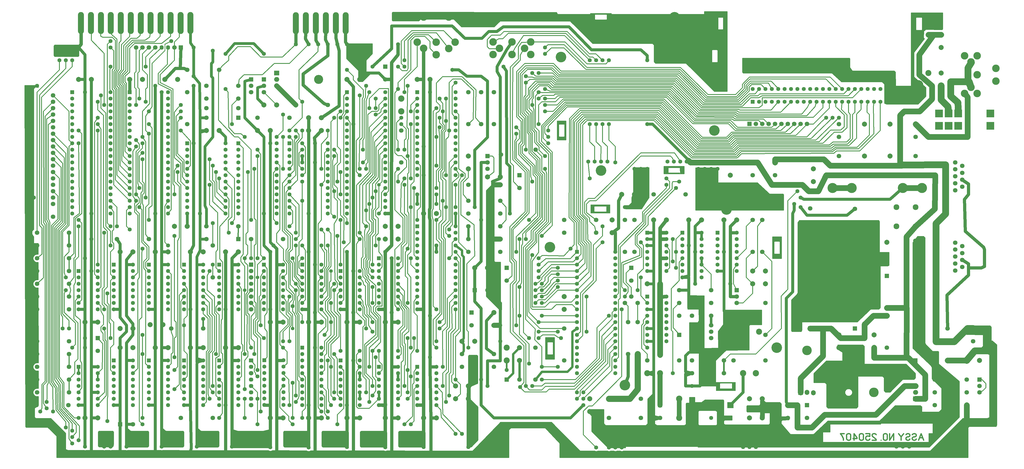
<source format=gbr>
G04 #@! TF.GenerationSoftware,KiCad,Pcbnew,5.1.5+dfsg1-2build2*
G04 #@! TF.CreationDate,2021-06-19T02:46:46+02:00*
G04 #@! TF.ProjectId,250407_,32353034-3037-45f2-9e6b-696361645f70,1.1*
G04 #@! TF.SameCoordinates,Original*
G04 #@! TF.FileFunction,Copper,L2,Bot*
G04 #@! TF.FilePolarity,Positive*
%FSLAX46Y46*%
G04 Gerber Fmt 4.6, Leading zero omitted, Abs format (unit mm)*
G04 Created by KiCad (PCBNEW 5.1.5+dfsg1-2build2) date 2021-06-19 02:46:46*
%MOMM*%
%LPD*%
G04 APERTURE LIST*
%ADD10C,0.100000*%
%ADD11O,1.905000X2.000000*%
%ADD12R,1.905000X2.000000*%
%ADD13O,3.800000X3.800000*%
%ADD14O,2.000000X1.905000*%
%ADD15R,2.000000X1.905000*%
%ADD16O,3.600000X3.600000*%
%ADD17C,1.800000*%
%ADD18C,1.600000*%
%ADD19C,3.000000*%
%ADD20R,1.800000X1.800000*%
%ADD21C,2.000000*%
%ADD22R,1.600000X1.600000*%
%ADD23R,3.100000X3.100000*%
%ADD24O,1.600000X1.800000*%
%ADD25O,1.800000X1.600000*%
%ADD26R,1.800000X1.600000*%
%ADD27C,4.000000*%
%ADD28C,2.300000*%
%ADD29O,2.410000X8.760000*%
%ADD30C,2.400000*%
%ADD31C,2.500000*%
%ADD32C,4.200000*%
%ADD33C,1.400000*%
%ADD34C,0.476000*%
%ADD35C,0.300000*%
%ADD36C,1.900000*%
%ADD37C,1.200000*%
%ADD38C,1.300000*%
%ADD39C,2.700000*%
%ADD40C,2.300000*%
%ADD41C,1.100000*%
%ADD42C,1.270000*%
%ADD43C,1.210000*%
%ADD44C,2.000000*%
%ADD45C,1.250000*%
%ADD46C,0.950000*%
%ADD47C,1.350000*%
%ADD48C,1.370000*%
%ADD49C,1.290000*%
%ADD50C,1.120000*%
%ADD51C,1.220000*%
%ADD52C,0.700000*%
%ADD53C,0.980000*%
%ADD54C,0.250000*%
%ADD55C,0.400000*%
%ADD56C,1.000000*%
%ADD57C,1.400000*%
%ADD58C,2.320000*%
%ADD59C,2.470000*%
%ADD60C,0.900000*%
%ADD61C,0.500000*%
%ADD62C,0.920000*%
%ADD63C,0.254000*%
%ADD64C,0.025400*%
G04 APERTURE END LIST*
D10*
G36*
X299650000Y-210115000D02*
G01*
X297250000Y-210115000D01*
X297250000Y-207715000D01*
X299650000Y-207715000D01*
X299650000Y-210115000D01*
G37*
G36*
X280035000Y-116840000D02*
G01*
X278447500Y-116840000D01*
X278382200Y-114615000D01*
X272415000Y-114617500D01*
X272097500Y-114935000D01*
X272097500Y-113982500D01*
X280035000Y-113982500D01*
X280035000Y-116840000D01*
G37*
G36*
X273867800Y-116415000D02*
G01*
X278382200Y-116415000D01*
X278447500Y-116840000D01*
X272097500Y-116840000D01*
X272097500Y-114935000D01*
X272732500Y-114617500D01*
X273867800Y-114615000D01*
X273867800Y-116415000D01*
G37*
D11*
X328930000Y-203835000D03*
X331470000Y-203962000D03*
D12*
X326390000Y-203835000D03*
D13*
X328930000Y-187175000D03*
D14*
X372110000Y-203835000D03*
X372237000Y-201295000D03*
D15*
X372110000Y-206375000D03*
D13*
X355450000Y-203835000D03*
D14*
X118110000Y-81915000D03*
X118110000Y-79375000D03*
D15*
X118110000Y-76835000D03*
D16*
X134770000Y-79375000D03*
D17*
X390652000Y-145669000D03*
X390652000Y-148439000D03*
X390652000Y-151209000D03*
X390652000Y-153979000D03*
X387812000Y-144284000D03*
X387812000Y-147054000D03*
X387812000Y-149824000D03*
X387812000Y-152594000D03*
X387812000Y-155364000D03*
D18*
X241951000Y-112014000D03*
X244491000Y-112014000D03*
X247031000Y-112014000D03*
X249571000Y-112014000D03*
X273431000Y-112014000D03*
X275971000Y-112014000D03*
X278511000Y-112014000D03*
X281051000Y-112014000D03*
D19*
X404017500Y-80090000D03*
X404017500Y-75010000D03*
X394057500Y-82470000D03*
X391557500Y-84970000D03*
X391557500Y-69970000D03*
X394057500Y-72470000D03*
X396557500Y-77470000D03*
X396557500Y-69970000D03*
X396557500Y-84970000D03*
D17*
X360680000Y-170180000D03*
D20*
X360680000Y-157480000D03*
D17*
X360680000Y-186055000D03*
D20*
X360680000Y-173355000D03*
D17*
X259080000Y-159385000D03*
D20*
X259080000Y-154305000D03*
D17*
X283210000Y-180975000D03*
D20*
X278130000Y-180975000D03*
D17*
X260350000Y-147955000D03*
X260350000Y-135255000D03*
X256540000Y-147955000D03*
X256540000Y-135255000D03*
X341630000Y-102235000D03*
X341630000Y-109855000D03*
X341630000Y-97155000D03*
X372110000Y-102235000D03*
X372110000Y-109855000D03*
X372110000Y-97155000D03*
D21*
X242570000Y-211455000D03*
X242570000Y-206375000D03*
D17*
X316230000Y-117475000D03*
D20*
X316230000Y-112395000D03*
D17*
X307340000Y-117475000D03*
D20*
X307340000Y-112395000D03*
D17*
X60960000Y-216535000D03*
D20*
X55880000Y-216535000D03*
D17*
X321310000Y-213995000D03*
D20*
X321310000Y-208915000D03*
D17*
X214630000Y-198755000D03*
D20*
X209550000Y-198755000D03*
D17*
X270510000Y-213995000D03*
D20*
X270510000Y-208915000D03*
D17*
X328930000Y-213995000D03*
D20*
X328930000Y-208915000D03*
D17*
X46990000Y-187325000D03*
D20*
X46990000Y-182245000D03*
D21*
X194310000Y-201295000D03*
X189230000Y-201295000D03*
X194310000Y-206375000D03*
X189230000Y-206375000D03*
X204470000Y-177165000D03*
X204470000Y-172085000D03*
D17*
X201930000Y-163195000D03*
D20*
X196850000Y-163195000D03*
D17*
X195580000Y-177165000D03*
D20*
X195580000Y-172085000D03*
D17*
X209550000Y-159385000D03*
D20*
X209550000Y-154305000D03*
D21*
X201930000Y-154305000D03*
X196850000Y-154305000D03*
X161290000Y-142875000D03*
X166370000Y-142875000D03*
X161290000Y-137795000D03*
X166370000Y-137795000D03*
D17*
X214630000Y-122555000D03*
D20*
X214630000Y-117475000D03*
D17*
X161290000Y-79375000D03*
D20*
X161290000Y-74295000D03*
D17*
X221056281Y-107315000D03*
X207222236Y-109259248D03*
X90170000Y-142875000D03*
D20*
X102870000Y-142875000D03*
D17*
X372010400Y-143515000D03*
D20*
X372010400Y-191135000D03*
D17*
X330200000Y-130688000D03*
D20*
X330200000Y-178308000D03*
D17*
X347980000Y-130815000D03*
D20*
X347980000Y-178435000D03*
D17*
X390652000Y-113749000D03*
X390652000Y-116519000D03*
X390652000Y-119289000D03*
X390652000Y-122059000D03*
X387812000Y-112364000D03*
X387812000Y-115134000D03*
X387812000Y-117904000D03*
X387812000Y-120674000D03*
X387812000Y-123444000D03*
X290830000Y-179705000D03*
X290830000Y-177165000D03*
X290830000Y-182245000D03*
D18*
X300990000Y-140335000D03*
X300990000Y-142875000D03*
X300990000Y-145415000D03*
X300990000Y-147955000D03*
X300990000Y-150495000D03*
X300990000Y-153035000D03*
X300990000Y-155575000D03*
X293370000Y-155575000D03*
X293370000Y-153035000D03*
X293370000Y-150495000D03*
X293370000Y-147955000D03*
X293370000Y-145415000D03*
X293370000Y-142875000D03*
D22*
X293370000Y-140335000D03*
D18*
X273050000Y-165735000D03*
X273050000Y-168275000D03*
X265430000Y-183515000D03*
X265430000Y-170815000D03*
X265430000Y-173355000D03*
X273050000Y-173355000D03*
X265430000Y-168275000D03*
X265430000Y-175895000D03*
X273050000Y-183515000D03*
X273050000Y-175895000D03*
D22*
X265430000Y-165735000D03*
D18*
X273050000Y-180975000D03*
X265430000Y-180975000D03*
X273050000Y-170815000D03*
X265430000Y-178435000D03*
X273050000Y-178435000D03*
X287020000Y-140335000D03*
X287020000Y-142875000D03*
X279400000Y-158115000D03*
X279400000Y-145415000D03*
X279400000Y-147955000D03*
X287020000Y-147955000D03*
X279400000Y-142875000D03*
X279400000Y-150495000D03*
X287020000Y-158115000D03*
X287020000Y-150495000D03*
D22*
X279400000Y-140335000D03*
D18*
X287020000Y-155575000D03*
X279400000Y-155575000D03*
X287020000Y-145415000D03*
X279400000Y-153035000D03*
X287020000Y-153035000D03*
X273050000Y-140335000D03*
X273050000Y-142875000D03*
X273050000Y-145415000D03*
X273050000Y-147955000D03*
X273050000Y-150495000D03*
X273050000Y-153035000D03*
X273050000Y-155575000D03*
X265430000Y-155575000D03*
X265430000Y-153035000D03*
X265430000Y-150495000D03*
X265430000Y-147955000D03*
X265430000Y-145415000D03*
X265430000Y-142875000D03*
D22*
X265430000Y-140335000D03*
D18*
X181610000Y-193675000D03*
X181610000Y-196215000D03*
X181610000Y-198755000D03*
X181610000Y-201295000D03*
X181610000Y-203835000D03*
X181610000Y-206375000D03*
X181610000Y-208915000D03*
X173990000Y-208915000D03*
X173990000Y-206375000D03*
X173990000Y-203835000D03*
X173990000Y-201295000D03*
X173990000Y-198755000D03*
X173990000Y-196215000D03*
D22*
X173990000Y-193675000D03*
D18*
X151130000Y-155575000D03*
X151130000Y-158115000D03*
X151130000Y-160655000D03*
X151130000Y-163195000D03*
X151130000Y-165735000D03*
X151130000Y-168275000D03*
X151130000Y-170815000D03*
X143510000Y-170815000D03*
X143510000Y-168275000D03*
X143510000Y-165735000D03*
X143510000Y-163195000D03*
X143510000Y-160655000D03*
X143510000Y-158115000D03*
D22*
X143510000Y-155575000D03*
D18*
X135890000Y-186055000D03*
X135890000Y-188595000D03*
X135890000Y-191135000D03*
X135890000Y-193675000D03*
X128270000Y-208915000D03*
D22*
X128270000Y-186055000D03*
D18*
X128270000Y-201295000D03*
X128270000Y-196215000D03*
X128270000Y-198755000D03*
X135890000Y-196215000D03*
X128270000Y-191135000D03*
X135890000Y-206375000D03*
X128270000Y-193675000D03*
X128270000Y-206375000D03*
X135890000Y-201295000D03*
X135890000Y-198755000D03*
X135890000Y-208915000D03*
X128270000Y-203835000D03*
X135890000Y-203835000D03*
X128270000Y-188595000D03*
X120777000Y-191071500D03*
X120777000Y-193611500D03*
X113157000Y-208851500D03*
X113157000Y-196151500D03*
X113157000Y-198691500D03*
X120777000Y-198691500D03*
X113157000Y-193611500D03*
X113157000Y-201231500D03*
X120777000Y-208851500D03*
X120777000Y-201231500D03*
D22*
X113157000Y-191071500D03*
D18*
X120777000Y-206311500D03*
X113157000Y-206311500D03*
X120777000Y-196151500D03*
X113157000Y-203771500D03*
X120777000Y-203771500D03*
X102870000Y-191135000D03*
X102870000Y-193675000D03*
X95250000Y-208915000D03*
X95250000Y-196215000D03*
X95250000Y-198755000D03*
X102870000Y-198755000D03*
X95250000Y-193675000D03*
X95250000Y-201295000D03*
X102870000Y-208915000D03*
X102870000Y-201295000D03*
D22*
X95250000Y-191135000D03*
D18*
X102870000Y-206375000D03*
X95250000Y-206375000D03*
X102870000Y-196215000D03*
X95250000Y-203835000D03*
X102870000Y-203835000D03*
X88900000Y-191135000D03*
X88900000Y-193675000D03*
X81280000Y-208915000D03*
X81280000Y-196215000D03*
X81280000Y-198755000D03*
X88900000Y-198755000D03*
X81280000Y-193675000D03*
X81280000Y-201295000D03*
X88900000Y-208915000D03*
X88900000Y-201295000D03*
D22*
X81280000Y-191135000D03*
D18*
X88900000Y-206375000D03*
X81280000Y-206375000D03*
X88900000Y-196215000D03*
X81280000Y-203835000D03*
X88900000Y-203835000D03*
X74930000Y-191135000D03*
X74930000Y-193675000D03*
X67310000Y-208915000D03*
X67310000Y-196215000D03*
X67310000Y-198755000D03*
X74930000Y-198755000D03*
X67310000Y-193675000D03*
X67310000Y-201295000D03*
X74930000Y-208915000D03*
X74930000Y-201295000D03*
D22*
X67310000Y-191135000D03*
D18*
X74930000Y-206375000D03*
X67310000Y-206375000D03*
X74930000Y-196215000D03*
X67310000Y-203835000D03*
X74930000Y-203835000D03*
X60960000Y-191135000D03*
X60960000Y-193675000D03*
X53340000Y-208915000D03*
X53340000Y-196215000D03*
X53340000Y-198755000D03*
X60960000Y-198755000D03*
X53340000Y-193675000D03*
X53340000Y-201295000D03*
X60960000Y-208915000D03*
X60960000Y-201295000D03*
D22*
X53340000Y-191135000D03*
D18*
X60960000Y-206375000D03*
X53340000Y-206375000D03*
X60960000Y-196215000D03*
X53340000Y-203835000D03*
X60960000Y-203835000D03*
X46990000Y-193675000D03*
X46990000Y-196215000D03*
X46990000Y-198755000D03*
X46990000Y-201295000D03*
X46990000Y-203835000D03*
X46990000Y-206375000D03*
X46990000Y-208915000D03*
X39370000Y-208915000D03*
X39370000Y-206375000D03*
X39370000Y-203835000D03*
X39370000Y-201295000D03*
X39370000Y-198755000D03*
X39370000Y-196215000D03*
D22*
X39370000Y-193675000D03*
D18*
X252730000Y-147955000D03*
X252730000Y-150495000D03*
X252730000Y-153035000D03*
X252730000Y-155575000D03*
X252730000Y-158115000D03*
X252730000Y-160655000D03*
X252730000Y-163195000D03*
X252730000Y-165735000D03*
X252730000Y-168275000D03*
X252730000Y-170815000D03*
X252730000Y-173355000D03*
X252730000Y-175895000D03*
X252730000Y-178435000D03*
X252730000Y-180975000D03*
X252730000Y-183515000D03*
X252730000Y-186055000D03*
X252730000Y-188595000D03*
X252730000Y-191135000D03*
X252730000Y-193675000D03*
X252730000Y-196215000D03*
X237490000Y-196215000D03*
X237490000Y-193675000D03*
X237490000Y-191135000D03*
X237490000Y-188595000D03*
X237490000Y-186055000D03*
X237490000Y-183515000D03*
X237490000Y-180975000D03*
X237490000Y-178435000D03*
X237490000Y-175895000D03*
X237490000Y-173355000D03*
X237490000Y-170815000D03*
X237490000Y-168275000D03*
X237490000Y-165735000D03*
X237490000Y-163195000D03*
X237490000Y-160655000D03*
X237490000Y-158115000D03*
X237490000Y-155575000D03*
X237490000Y-153035000D03*
X237490000Y-150495000D03*
D22*
X237490000Y-147955000D03*
D18*
X189230000Y-137795000D03*
X189230000Y-140335000D03*
X189230000Y-142875000D03*
X189230000Y-145415000D03*
X173990000Y-155575000D03*
X173990000Y-153035000D03*
D22*
X173990000Y-137795000D03*
D18*
X173990000Y-147955000D03*
X173990000Y-142875000D03*
X189230000Y-163195000D03*
X189230000Y-165735000D03*
X189230000Y-147955000D03*
X189230000Y-170815000D03*
X173990000Y-168275000D03*
X189230000Y-155575000D03*
X189230000Y-153035000D03*
X173990000Y-170815000D03*
X173990000Y-150495000D03*
X173990000Y-140335000D03*
X173990000Y-158115000D03*
X173990000Y-145415000D03*
X173990000Y-160655000D03*
X173990000Y-163195000D03*
X173990000Y-165735000D03*
X189230000Y-160655000D03*
X189230000Y-150495000D03*
X189230000Y-158115000D03*
X189230000Y-168275000D03*
X189230000Y-84455000D03*
X189230000Y-86995000D03*
X189230000Y-89535000D03*
X189230000Y-92075000D03*
X173990000Y-102235000D03*
X173990000Y-99695000D03*
D22*
X173990000Y-84455000D03*
D18*
X173990000Y-94615000D03*
X173990000Y-89535000D03*
X189230000Y-109855000D03*
X189230000Y-112395000D03*
X189230000Y-94615000D03*
X189230000Y-117475000D03*
X173990000Y-114935000D03*
X189230000Y-102235000D03*
X189230000Y-99695000D03*
X173990000Y-117475000D03*
X173990000Y-97155000D03*
X173990000Y-86995000D03*
X173990000Y-104775000D03*
X173990000Y-92075000D03*
X173990000Y-107315000D03*
X173990000Y-109855000D03*
X173990000Y-112395000D03*
X189230000Y-107315000D03*
X189230000Y-97155000D03*
X189230000Y-104775000D03*
X189230000Y-114935000D03*
X166370000Y-193675000D03*
X166370000Y-196215000D03*
X166370000Y-198755000D03*
X166370000Y-201295000D03*
X166370000Y-203835000D03*
X166370000Y-206375000D03*
X166370000Y-208915000D03*
X158750000Y-208915000D03*
X158750000Y-206375000D03*
X158750000Y-203835000D03*
X158750000Y-201295000D03*
X158750000Y-198755000D03*
X158750000Y-196215000D03*
D22*
X158750000Y-193675000D03*
D18*
X135890000Y-153035000D03*
X135890000Y-155575000D03*
X128270000Y-170815000D03*
X128270000Y-158115000D03*
X128270000Y-160655000D03*
X135890000Y-160655000D03*
X128270000Y-155575000D03*
X128270000Y-163195000D03*
X135890000Y-170815000D03*
X135890000Y-163195000D03*
D22*
X128270000Y-153035000D03*
D18*
X135890000Y-168275000D03*
X128270000Y-168275000D03*
X135890000Y-158115000D03*
X128270000Y-165735000D03*
X135890000Y-165735000D03*
X151130000Y-191135000D03*
X151130000Y-193675000D03*
X143510000Y-208915000D03*
X143510000Y-196215000D03*
X143510000Y-198755000D03*
X151130000Y-198755000D03*
X143510000Y-193675000D03*
X143510000Y-201295000D03*
X151130000Y-208915000D03*
X151130000Y-201295000D03*
D22*
X143510000Y-191135000D03*
D18*
X151130000Y-206375000D03*
X143510000Y-206375000D03*
X151130000Y-196215000D03*
X143510000Y-203835000D03*
X151130000Y-203835000D03*
X120650000Y-153035000D03*
X120650000Y-155575000D03*
X113030000Y-170815000D03*
X113030000Y-158115000D03*
X113030000Y-160655000D03*
X120650000Y-160655000D03*
X113030000Y-155575000D03*
X113030000Y-163195000D03*
X120650000Y-170815000D03*
X120650000Y-163195000D03*
D22*
X113030000Y-153035000D03*
D18*
X120650000Y-168275000D03*
X113030000Y-168275000D03*
X120650000Y-158115000D03*
X113030000Y-165735000D03*
X120650000Y-165735000D03*
X102870000Y-153035000D03*
X102870000Y-155575000D03*
X95250000Y-170815000D03*
X95250000Y-158115000D03*
X95250000Y-160655000D03*
X102870000Y-160655000D03*
X95250000Y-155575000D03*
X95250000Y-163195000D03*
X102870000Y-170815000D03*
X102870000Y-163195000D03*
D22*
X95250000Y-153035000D03*
D18*
X102870000Y-168275000D03*
X95250000Y-168275000D03*
X102870000Y-158115000D03*
X95250000Y-165735000D03*
X102870000Y-165735000D03*
X88900000Y-153035000D03*
X88900000Y-155575000D03*
X81280000Y-170815000D03*
X81280000Y-158115000D03*
X81280000Y-160655000D03*
X88900000Y-160655000D03*
X81280000Y-155575000D03*
X81280000Y-163195000D03*
X88900000Y-170815000D03*
X88900000Y-163195000D03*
D22*
X81280000Y-153035000D03*
D18*
X88900000Y-168275000D03*
X81280000Y-168275000D03*
X88900000Y-158115000D03*
X81280000Y-165735000D03*
X88900000Y-165735000D03*
X74930000Y-153035000D03*
X74930000Y-155575000D03*
X67310000Y-170815000D03*
X67310000Y-158115000D03*
X67310000Y-160655000D03*
X74930000Y-160655000D03*
X67310000Y-155575000D03*
X67310000Y-163195000D03*
X74930000Y-170815000D03*
X74930000Y-163195000D03*
D22*
X67310000Y-153035000D03*
D18*
X74930000Y-168275000D03*
X67310000Y-168275000D03*
X74930000Y-158115000D03*
X67310000Y-165735000D03*
X74930000Y-165735000D03*
X60960000Y-153035000D03*
X60960000Y-155575000D03*
X53340000Y-170815000D03*
X53340000Y-158115000D03*
X53340000Y-160655000D03*
X60960000Y-160655000D03*
X53340000Y-155575000D03*
X53340000Y-163195000D03*
X60960000Y-170815000D03*
X60960000Y-163195000D03*
D22*
X53340000Y-153035000D03*
D18*
X60960000Y-168275000D03*
X53340000Y-168275000D03*
X60960000Y-158115000D03*
X53340000Y-165735000D03*
X60960000Y-165735000D03*
X46990000Y-155575000D03*
X46990000Y-158115000D03*
X46990000Y-160655000D03*
X46990000Y-163195000D03*
X46990000Y-165735000D03*
X46990000Y-168275000D03*
X46990000Y-170815000D03*
X39370000Y-170815000D03*
X39370000Y-168275000D03*
X39370000Y-165735000D03*
X39370000Y-163195000D03*
X39370000Y-160655000D03*
X39370000Y-158115000D03*
D22*
X39370000Y-155575000D03*
D18*
X161290000Y-84455000D03*
X161290000Y-86995000D03*
X161290000Y-89535000D03*
X161290000Y-92075000D03*
X161290000Y-94615000D03*
X161290000Y-97155000D03*
X161290000Y-99695000D03*
X161290000Y-102235000D03*
X161290000Y-104775000D03*
X161290000Y-107315000D03*
X161290000Y-109855000D03*
X161290000Y-112395000D03*
X161290000Y-114935000D03*
X161290000Y-117475000D03*
X161290000Y-120015000D03*
X161290000Y-122555000D03*
X161290000Y-125095000D03*
X161290000Y-127635000D03*
X161290000Y-130175000D03*
X161290000Y-132715000D03*
X146050000Y-132715000D03*
X146050000Y-130175000D03*
X146050000Y-127635000D03*
X146050000Y-125095000D03*
X146050000Y-122555000D03*
X146050000Y-120015000D03*
X146050000Y-117475000D03*
X146050000Y-114935000D03*
X146050000Y-112395000D03*
X146050000Y-109855000D03*
X146050000Y-107315000D03*
X146050000Y-104775000D03*
X146050000Y-102235000D03*
X146050000Y-99695000D03*
X146050000Y-97155000D03*
X146050000Y-94615000D03*
X146050000Y-92075000D03*
X146050000Y-89535000D03*
X146050000Y-86995000D03*
D22*
X146050000Y-84455000D03*
D18*
X158750000Y-153035000D03*
X158750000Y-168275000D03*
X166370000Y-168275000D03*
X166370000Y-158115000D03*
X166370000Y-160655000D03*
X158750000Y-170815000D03*
X158750000Y-158115000D03*
X166370000Y-165735000D03*
X158750000Y-155575000D03*
X166370000Y-155575000D03*
X166370000Y-163195000D03*
X158750000Y-163195000D03*
X158750000Y-160655000D03*
X158750000Y-165735000D03*
D22*
X158750000Y-150495000D03*
D18*
X166370000Y-170815000D03*
X166370000Y-153035000D03*
X166370000Y-150495000D03*
X123190000Y-125095000D03*
X123190000Y-107315000D03*
X123190000Y-117475000D03*
X138430000Y-130175000D03*
X138430000Y-109855000D03*
X138430000Y-112395000D03*
X138430000Y-132715000D03*
X138430000Y-127635000D03*
X138430000Y-104775000D03*
X138430000Y-122555000D03*
X138430000Y-120015000D03*
X123190000Y-109855000D03*
X123190000Y-114935000D03*
D22*
X123190000Y-104775000D03*
D18*
X123190000Y-120015000D03*
X123190000Y-122555000D03*
X138430000Y-125095000D03*
X138430000Y-114935000D03*
X138430000Y-107315000D03*
X138430000Y-117475000D03*
X123190000Y-132715000D03*
X123190000Y-130175000D03*
X123190000Y-127635000D03*
X123190000Y-112395000D03*
X102870000Y-125095000D03*
X102870000Y-107315000D03*
X102870000Y-117475000D03*
X118110000Y-130175000D03*
X118110000Y-109855000D03*
X118110000Y-112395000D03*
X118110000Y-132715000D03*
X118110000Y-127635000D03*
X118110000Y-104775000D03*
X118110000Y-122555000D03*
X118110000Y-120015000D03*
X102870000Y-109855000D03*
X102870000Y-114935000D03*
D22*
X102870000Y-104775000D03*
D18*
X102870000Y-120015000D03*
X102870000Y-122555000D03*
X118110000Y-125095000D03*
X118110000Y-114935000D03*
X118110000Y-107315000D03*
X118110000Y-117475000D03*
X102870000Y-132715000D03*
X102870000Y-130175000D03*
X102870000Y-127635000D03*
X102870000Y-112395000D03*
X82550000Y-125095000D03*
X82550000Y-107315000D03*
X82550000Y-117475000D03*
X97790000Y-130175000D03*
X97790000Y-109855000D03*
X97790000Y-112395000D03*
X97790000Y-132715000D03*
X97790000Y-127635000D03*
X97790000Y-104775000D03*
X97790000Y-122555000D03*
X97790000Y-120015000D03*
X82550000Y-109855000D03*
X82550000Y-114935000D03*
D22*
X82550000Y-104775000D03*
D18*
X82550000Y-120015000D03*
X82550000Y-122555000D03*
X97790000Y-125095000D03*
X97790000Y-114935000D03*
X97790000Y-107315000D03*
X97790000Y-117475000D03*
X82550000Y-132715000D03*
X82550000Y-130175000D03*
X82550000Y-127635000D03*
X82550000Y-112395000D03*
X74930000Y-84455000D03*
X74930000Y-86995000D03*
X74930000Y-89535000D03*
X74930000Y-92075000D03*
X74930000Y-94615000D03*
X74930000Y-97155000D03*
X74930000Y-99695000D03*
X74930000Y-102235000D03*
X74930000Y-104775000D03*
X74930000Y-107315000D03*
X74930000Y-109855000D03*
X74930000Y-112395000D03*
X74930000Y-114935000D03*
X74930000Y-117475000D03*
X74930000Y-120015000D03*
X74930000Y-122555000D03*
X74930000Y-125095000D03*
X74930000Y-127635000D03*
X74930000Y-130175000D03*
X74930000Y-132715000D03*
X59690000Y-132715000D03*
X59690000Y-130175000D03*
X59690000Y-127635000D03*
X59690000Y-125095000D03*
X59690000Y-122555000D03*
X59690000Y-120015000D03*
X59690000Y-117475000D03*
X59690000Y-114935000D03*
X59690000Y-112395000D03*
X59690000Y-109855000D03*
X59690000Y-107315000D03*
X59690000Y-104775000D03*
X59690000Y-102235000D03*
X59690000Y-99695000D03*
X59690000Y-97155000D03*
X59690000Y-94615000D03*
X59690000Y-92075000D03*
X59690000Y-89535000D03*
X59690000Y-86995000D03*
D22*
X59690000Y-84455000D03*
D18*
X52070000Y-84455000D03*
X52070000Y-86995000D03*
X52070000Y-89535000D03*
X52070000Y-92075000D03*
X52070000Y-94615000D03*
X52070000Y-97155000D03*
X52070000Y-99695000D03*
X52070000Y-102235000D03*
X52070000Y-104775000D03*
X52070000Y-107315000D03*
X52070000Y-109855000D03*
X52070000Y-112395000D03*
X52070000Y-114935000D03*
X52070000Y-117475000D03*
X52070000Y-120015000D03*
X52070000Y-122555000D03*
X52070000Y-125095000D03*
X52070000Y-127635000D03*
X52070000Y-130175000D03*
X52070000Y-132715000D03*
X36830000Y-132715000D03*
X36830000Y-130175000D03*
X36830000Y-127635000D03*
X36830000Y-125095000D03*
X36830000Y-122555000D03*
X36830000Y-120015000D03*
X36830000Y-117475000D03*
X36830000Y-114935000D03*
X36830000Y-112395000D03*
X36830000Y-109855000D03*
X36830000Y-107315000D03*
X36830000Y-104775000D03*
X36830000Y-102235000D03*
X36830000Y-99695000D03*
X36830000Y-97155000D03*
X36830000Y-94615000D03*
X36830000Y-92075000D03*
X36830000Y-89535000D03*
X36830000Y-86995000D03*
D22*
X36830000Y-84455000D03*
D23*
X401791000Y-92960000D03*
X401791000Y-97790000D03*
X381381000Y-92960000D03*
X389001000Y-92960000D03*
X385191000Y-92960000D03*
X381381000Y-97790000D03*
X389001000Y-97790000D03*
X385191000Y-97790000D03*
D17*
X328930000Y-97028000D03*
X326390000Y-97028000D03*
X323850000Y-97028000D03*
X321310000Y-97028000D03*
X318770000Y-97028000D03*
X316230000Y-97028000D03*
X313690000Y-97028000D03*
X311150000Y-97028000D03*
X308610000Y-97028000D03*
D20*
X306070000Y-97028000D03*
D17*
X62230000Y-66675000D03*
X64770000Y-66675000D03*
X67310000Y-66675000D03*
X69850000Y-66675000D03*
D24*
X72390000Y-66675000D03*
X74930000Y-66675000D03*
D17*
X77470000Y-66675000D03*
D20*
X80010000Y-66675000D03*
D17*
X107950000Y-208915000D03*
D25*
X107950000Y-206375000D03*
X107950000Y-203835000D03*
X107950000Y-201295000D03*
X107950000Y-198755000D03*
D17*
X107950000Y-196215000D03*
D25*
X107950000Y-193675000D03*
D26*
X107950000Y-191135000D03*
D17*
X107950000Y-170815000D03*
X107950000Y-168275000D03*
X107950000Y-165735000D03*
D25*
X107950000Y-163195000D03*
X107950000Y-160655000D03*
D17*
X107950000Y-158115000D03*
X107950000Y-155575000D03*
D20*
X107950000Y-153035000D03*
D17*
X92710000Y-158115000D03*
X92710000Y-145415000D03*
X261620000Y-175895000D03*
X261620000Y-188595000D03*
X257810000Y-188595000D03*
X257810000Y-175895000D03*
X191770000Y-193675000D03*
X204470000Y-193675000D03*
X35560000Y-170815000D03*
X22860000Y-170815000D03*
X199390000Y-97155000D03*
X199390000Y-84455000D03*
X194310000Y-97155000D03*
X194310000Y-84455000D03*
X204470000Y-97155000D03*
X204470000Y-84455000D03*
X88900000Y-178435000D03*
X76200000Y-178435000D03*
X35560000Y-198755000D03*
X22860000Y-198755000D03*
X379730000Y-208915000D03*
X392430000Y-208915000D03*
X194310000Y-121285000D03*
X207010000Y-121285000D03*
X120650000Y-142875000D03*
X107950000Y-142875000D03*
X67310000Y-142875000D03*
X54610000Y-142875000D03*
X35242500Y-208915000D03*
X22542500Y-208915000D03*
X35560000Y-183515000D03*
X22860000Y-183515000D03*
X35560000Y-188595000D03*
X22860000Y-188595000D03*
X92710000Y-213995000D03*
X80010000Y-213995000D03*
X22860000Y-165735000D03*
X35560000Y-165735000D03*
X22860000Y-155575000D03*
X35560000Y-155575000D03*
X22860000Y-145415000D03*
X35560000Y-145415000D03*
X259080000Y-165735000D03*
X256540000Y-168275000D03*
X261620000Y-168275000D03*
X278130000Y-168275000D03*
X290830000Y-168275000D03*
X307340000Y-135255000D03*
X307340000Y-147955000D03*
X311150000Y-135255000D03*
X311150000Y-147955000D03*
X312420000Y-180975000D03*
X312420000Y-168275000D03*
X207010000Y-127635000D03*
X194310000Y-127635000D03*
X194310000Y-142875000D03*
X207010000Y-142875000D03*
X102870000Y-137795000D03*
X90170000Y-137795000D03*
X102870000Y-86995000D03*
X90170000Y-86995000D03*
X82550000Y-97155000D03*
X82550000Y-84455000D03*
X90170000Y-90805000D03*
X102870000Y-90805000D03*
X95250000Y-75565000D03*
X82550000Y-75565000D03*
X201930000Y-114935000D03*
X201930000Y-112395000D03*
D20*
X201930000Y-109855000D03*
D17*
X300990000Y-168275000D03*
X300990000Y-165735000D03*
D20*
X300990000Y-163195000D03*
D17*
X107950000Y-84455000D03*
X107950000Y-81915000D03*
D20*
X107950000Y-79375000D03*
D17*
X113030000Y-84455000D03*
X113030000Y-81915000D03*
D20*
X113030000Y-79375000D03*
D17*
X377190000Y-76835000D03*
X377190000Y-61595000D03*
D21*
X351790000Y-109855000D03*
X361950000Y-109855000D03*
X361950000Y-97155000D03*
X351790000Y-97155000D03*
D17*
X250190000Y-213995000D03*
X262890000Y-213995000D03*
X232410000Y-178435000D03*
X232410000Y-191135000D03*
X280670000Y-125095000D03*
X267970000Y-125095000D03*
X392430000Y-203835000D03*
X379730000Y-203835000D03*
X392430000Y-198755000D03*
X379730000Y-198755000D03*
X250190000Y-206375000D03*
X262890000Y-206375000D03*
X384810000Y-178435000D03*
X384810000Y-191135000D03*
X295910000Y-191135000D03*
X283210000Y-191135000D03*
X299720000Y-191135000D03*
X312420000Y-191135000D03*
X245110000Y-140335000D03*
X232410000Y-140335000D03*
X245110000Y-135255000D03*
X232410000Y-135255000D03*
X207010000Y-137795000D03*
X194310000Y-137795000D03*
X220980000Y-186055000D03*
X220980000Y-198755000D03*
X207010000Y-132708700D03*
X194310000Y-132708700D03*
X204470000Y-188595000D03*
X191770000Y-188595000D03*
X35560000Y-160655000D03*
X22860000Y-160655000D03*
X35560000Y-150495000D03*
X22860000Y-150495000D03*
X35560000Y-140335000D03*
X22860000Y-140335000D03*
X167640000Y-112395000D03*
X167640000Y-99695000D03*
X194310000Y-147955000D03*
X207010000Y-147955000D03*
X110490000Y-94615000D03*
X123190000Y-94615000D03*
X125730000Y-89535000D03*
X138430000Y-89535000D03*
X90170000Y-81915000D03*
X102870000Y-81915000D03*
D27*
X339090000Y-122555000D03*
X346710000Y-122555000D03*
X367030000Y-122555000D03*
X374650000Y-122555000D03*
D28*
X364490000Y-137795000D03*
X364490000Y-130175000D03*
X372110000Y-130175000D03*
X372110000Y-137795000D03*
D17*
X90170000Y-94615000D03*
D20*
X102870000Y-94615000D03*
D17*
X397510000Y-203835000D03*
X397510000Y-201295000D03*
D20*
X397510000Y-198755000D03*
D18*
X360680000Y-83185000D03*
X358140000Y-83185000D03*
X355600000Y-83185000D03*
X353060000Y-83185000D03*
X350520000Y-83185000D03*
X347980000Y-83185000D03*
X345440000Y-83185000D03*
X342900000Y-83185000D03*
X340360000Y-83185000D03*
X337820000Y-83185000D03*
X335280000Y-83185000D03*
X332740000Y-83185000D03*
X330200000Y-83185000D03*
X327660000Y-83185000D03*
X325120000Y-83185000D03*
X322580000Y-83185000D03*
X320040000Y-83185000D03*
X317500000Y-83185000D03*
X314960000Y-83185000D03*
X312420000Y-83185000D03*
X309880000Y-83185000D03*
X307340000Y-83185000D03*
X360680000Y-88265000D03*
X358140000Y-88265000D03*
X355600000Y-88265000D03*
X353060000Y-88265000D03*
X350520000Y-88265000D03*
X347980000Y-88265000D03*
X345440000Y-88265000D03*
X342900000Y-88265000D03*
X340360000Y-88265000D03*
X337820000Y-88265000D03*
X335280000Y-88265000D03*
X332740000Y-88265000D03*
X330200000Y-88265000D03*
X327660000Y-88265000D03*
X325120000Y-88265000D03*
X322580000Y-88265000D03*
X320040000Y-88265000D03*
X317500000Y-88265000D03*
X314960000Y-88265000D03*
X312420000Y-88265000D03*
D22*
X307340000Y-88265000D03*
D18*
X309880000Y-88265000D03*
D19*
X204089000Y-69469000D03*
X211589000Y-69469000D03*
X219089000Y-69469000D03*
X206589000Y-66969000D03*
X211589000Y-64469000D03*
X216589000Y-67009000D03*
X219089000Y-64469000D03*
X206589000Y-54469000D03*
X216589000Y-54469000D03*
X204089000Y-64469000D03*
X186483000Y-54532500D03*
X176483000Y-54532500D03*
X181483000Y-69532500D03*
X188983000Y-64532500D03*
X186483000Y-67072500D03*
X181483000Y-64532500D03*
X176483000Y-67032500D03*
X173983000Y-64532500D03*
D29*
X145530000Y-57023000D03*
X141570000Y-57023000D03*
X137610000Y-57023000D03*
X133650000Y-57023000D03*
X129690000Y-57023000D03*
X125730000Y-57023000D03*
X40259000Y-56959500D03*
X44219000Y-56959500D03*
X48179000Y-56959500D03*
X52139000Y-56959500D03*
X56099000Y-56959500D03*
X60059000Y-56959500D03*
X64019000Y-56959500D03*
X67979000Y-56959500D03*
X71939000Y-56959500D03*
X75899000Y-56959500D03*
X79859000Y-56959500D03*
X83819000Y-56959500D03*
D17*
X29210000Y-85725000D03*
X29210000Y-88265000D03*
X29210000Y-90805000D03*
X29210000Y-93345000D03*
X29210000Y-95885000D03*
X29210000Y-98425000D03*
X29210000Y-100965000D03*
X29210000Y-103505000D03*
X29210000Y-106045000D03*
X29210000Y-108585000D03*
X29210000Y-111125000D03*
X29210000Y-113665000D03*
X29210000Y-116205000D03*
X29210000Y-118745000D03*
X29210000Y-121285000D03*
X29210000Y-123825000D03*
X29210000Y-126365000D03*
X29210000Y-128905000D03*
X29210000Y-133985000D03*
D21*
X207010000Y-118110000D03*
X201930000Y-118110000D03*
X67818000Y-176911000D03*
X72898000Y-176911000D03*
X82550000Y-137795000D03*
X77470000Y-137795000D03*
X55880000Y-178435000D03*
X60960000Y-178435000D03*
X311150000Y-213995000D03*
X306070000Y-213995000D03*
X251460000Y-135255000D03*
X251460000Y-140335000D03*
X382270000Y-61595000D03*
X382270000Y-66675000D03*
X360680000Y-144145000D03*
X360680000Y-149225000D03*
X331470000Y-120015000D03*
X331470000Y-114935000D03*
X382270000Y-81915000D03*
X382270000Y-76835000D03*
X73660000Y-79375000D03*
X78740000Y-79375000D03*
X355600000Y-180975000D03*
X355600000Y-186055000D03*
X397510000Y-191135000D03*
X392430000Y-191135000D03*
D17*
X394970000Y-183515000D03*
D20*
X394970000Y-178435000D03*
D21*
X341630000Y-186055000D03*
X341630000Y-180975000D03*
D17*
X278130000Y-191135000D03*
X265430000Y-191135000D03*
D21*
X307340000Y-160655000D03*
X307340000Y-155575000D03*
X312420000Y-155575000D03*
X312420000Y-160655000D03*
D17*
X278130000Y-163195000D03*
X290830000Y-163195000D03*
D21*
X267970000Y-135255000D03*
X273050000Y-135255000D03*
X281940000Y-135255000D03*
X287020000Y-135255000D03*
D17*
X278130000Y-173355000D03*
X290830000Y-173355000D03*
D21*
X265430000Y-160655000D03*
X270510000Y-160655000D03*
X265430000Y-196215000D03*
X270510000Y-196215000D03*
X260350000Y-125095000D03*
X255270000Y-125095000D03*
X311150000Y-206375000D03*
X306070000Y-206375000D03*
X295910000Y-135255000D03*
X300990000Y-135255000D03*
X232410000Y-165735000D03*
X232410000Y-170815000D03*
X214630000Y-191135000D03*
X214630000Y-186055000D03*
X176530000Y-132715000D03*
X181610000Y-132715000D03*
X196850000Y-183515000D03*
X191770000Y-183515000D03*
X176530000Y-213995000D03*
X181610000Y-213995000D03*
X146050000Y-175895000D03*
X151130000Y-175895000D03*
X130810000Y-213995000D03*
X135890000Y-213995000D03*
X120650000Y-213995000D03*
X115570000Y-213995000D03*
X102870000Y-186055000D03*
X97790000Y-186055000D03*
X88900000Y-186055000D03*
X83820000Y-186055000D03*
X74930000Y-186055000D03*
X69850000Y-186055000D03*
X60960000Y-186055000D03*
X55880000Y-186055000D03*
X46990000Y-213995000D03*
X41910000Y-213995000D03*
D17*
X35560000Y-203835000D03*
X22860000Y-203835000D03*
D21*
X194310000Y-109855000D03*
X194310000Y-114935000D03*
D17*
X283210000Y-196215000D03*
X295910000Y-196215000D03*
D21*
X173990000Y-79375000D03*
X179070000Y-79375000D03*
X166370000Y-213995000D03*
X161290000Y-213995000D03*
X135890000Y-175895000D03*
X130810000Y-175895000D03*
X146050000Y-213995000D03*
X151130000Y-213995000D03*
X120650000Y-175895000D03*
X115570000Y-175895000D03*
X102870000Y-147955000D03*
X97790000Y-147955000D03*
X88900000Y-147955000D03*
X83820000Y-147955000D03*
X74930000Y-147955000D03*
X69850000Y-147955000D03*
X60960000Y-147955000D03*
X55880000Y-147955000D03*
D17*
X22860000Y-193675000D03*
X35560000Y-193675000D03*
D21*
X41910000Y-175895000D03*
X46990000Y-175895000D03*
X118110000Y-89535000D03*
X113030000Y-89535000D03*
X298450000Y-117475000D03*
X298450000Y-112395000D03*
X151130000Y-79375000D03*
X146050000Y-79375000D03*
X161290000Y-175895000D03*
X166370000Y-175895000D03*
X135890000Y-99695000D03*
X130810000Y-99695000D03*
X115570000Y-99695000D03*
X110490000Y-99695000D03*
X95250000Y-99695000D03*
X90170000Y-99695000D03*
X64770000Y-79375000D03*
X59690000Y-79375000D03*
X39370000Y-79375000D03*
X44450000Y-79375000D03*
X130810000Y-94615000D03*
X135890000Y-94615000D03*
D30*
X278130000Y-213995000D03*
D31*
X278130000Y-206375000D03*
D18*
X49530000Y-89535000D03*
X77470000Y-125095000D03*
X52070000Y-66675000D03*
X62230000Y-89535000D03*
X63500000Y-86995000D03*
X66040000Y-88265000D03*
X66040000Y-74295000D03*
X52070000Y-74295000D03*
X83820000Y-170815000D03*
X179070000Y-173355000D03*
X179070000Y-189865000D03*
X148590000Y-191135000D03*
X163830000Y-172085000D03*
X148590000Y-172085000D03*
X163830000Y-150495000D03*
X179070000Y-84455000D03*
X148590000Y-97155000D03*
X133350000Y-104775000D03*
X133350000Y-112395000D03*
X133350000Y-153035000D03*
X148590000Y-155575000D03*
X133350000Y-172085000D03*
X133350000Y-186055000D03*
X97790000Y-208915000D03*
X116840000Y-145415000D03*
X97790000Y-170815000D03*
X115570000Y-104775000D03*
X85090000Y-104775000D03*
X85090000Y-81915000D03*
X69850000Y-81915000D03*
X69850000Y-132715000D03*
X44450000Y-155575000D03*
X44450000Y-142875000D03*
X44450000Y-132715000D03*
X21590000Y-126365000D03*
X22860000Y-81915000D03*
X100330000Y-97155000D03*
X154940000Y-90805000D03*
X168910000Y-84455000D03*
X134620000Y-65405000D03*
X128270000Y-88265000D03*
X123190000Y-99695000D03*
X64770000Y-102235000D03*
X66040000Y-126365000D03*
X105410000Y-102235000D03*
X97790000Y-83185000D03*
X120650000Y-93345000D03*
X118110000Y-102235000D03*
X143510000Y-92075000D03*
X142240000Y-120015000D03*
X130810000Y-65405000D03*
X298450000Y-213995000D03*
X250190000Y-225742500D03*
X252730000Y-225742500D03*
X255270000Y-225742500D03*
X364490000Y-225425000D03*
X367030000Y-225425000D03*
X369570000Y-225425000D03*
X303530000Y-225552000D03*
X306070000Y-225552000D03*
X308610000Y-225552000D03*
X194310000Y-225615500D03*
X52070000Y-225425000D03*
X49530000Y-225425000D03*
D30*
X265430000Y-196215000D03*
D32*
X256540000Y-200977500D03*
D18*
X364490000Y-213995000D03*
X369570000Y-213995000D03*
X367030000Y-213995000D03*
D30*
X209550000Y-186055000D03*
D31*
X167640000Y-92075000D03*
D18*
X207010000Y-183515000D03*
X201930000Y-201295000D03*
X176530000Y-225615500D03*
X161290000Y-225679000D03*
X146050000Y-225615500D03*
X130746500Y-225742500D03*
X146050000Y-208915000D03*
X130810000Y-208915000D03*
X161290000Y-147955000D03*
X176530000Y-117475000D03*
X176530000Y-106045000D03*
D33*
X163830000Y-92075000D03*
D18*
X146050000Y-65405000D03*
X166370000Y-65405000D03*
X130810000Y-132715000D03*
X146050000Y-147955000D03*
X130810000Y-147955000D03*
X115570000Y-225679000D03*
X100330000Y-225425000D03*
X86360000Y-225425000D03*
X87630000Y-132715000D03*
X113030000Y-132715000D03*
X115570000Y-147955000D03*
X115570000Y-170815000D03*
X72390000Y-84455000D03*
X85090000Y-78105000D03*
X85090000Y-66675000D03*
X41910000Y-84455000D03*
X72390000Y-225425000D03*
X58420000Y-225425000D03*
X41910000Y-225425000D03*
X41910000Y-182245000D03*
X41910000Y-186055000D03*
X41910000Y-150495000D03*
X39370000Y-66675000D03*
X265430000Y-114935000D03*
X262890000Y-114935000D03*
X260350000Y-114935000D03*
X262890000Y-130175000D03*
X259715000Y-130175000D03*
X256540000Y-130175000D03*
X283210000Y-201295000D03*
X295910000Y-147955000D03*
X281940000Y-145415000D03*
D32*
X276225000Y-54610000D03*
X294368100Y-81769700D03*
D18*
X293370000Y-114935000D03*
X290830000Y-114935000D03*
X288290000Y-114935000D03*
X285750000Y-114935000D03*
D32*
X373108100Y-81769700D03*
X292100000Y-99695000D03*
X247015000Y-115570000D03*
X231140000Y-70485000D03*
X296862500Y-131127500D03*
D18*
X288290000Y-130175000D03*
X293370000Y-130175000D03*
X290830000Y-130175000D03*
X285750000Y-130175000D03*
D30*
X309880000Y-179705000D03*
D32*
X316865000Y-186055000D03*
X226695000Y-146050000D03*
D31*
X308610000Y-196215000D03*
D18*
X208280000Y-74295000D03*
X326390000Y-130175000D03*
X210820000Y-132715000D03*
X92710000Y-67945000D03*
X326390000Y-126365000D03*
X196850000Y-130175000D03*
X187960000Y-75565000D03*
X113030000Y-69215000D03*
X97790000Y-69215000D03*
X52070000Y-64135000D03*
X34290000Y-158115000D03*
X52070000Y-137795000D03*
X191770000Y-117475000D03*
X181610000Y-145415000D03*
X181610000Y-147955000D03*
X166370000Y-83185000D03*
X166370000Y-120015000D03*
X67310000Y-100965000D03*
X67310000Y-92075000D03*
X76200000Y-64135000D03*
X49530000Y-170815000D03*
X49530000Y-140335000D03*
X142240000Y-65405000D03*
X186690000Y-150495000D03*
X252730000Y-112395000D03*
X250190000Y-97155000D03*
X250190000Y-71755000D03*
X265430000Y-97155000D03*
X265430000Y-71755000D03*
X156210000Y-74295000D03*
X325120000Y-123825000D03*
X39370000Y-137795000D03*
X189230000Y-198755000D03*
X189230000Y-132715000D03*
X240030000Y-208915000D03*
X199390000Y-135255000D03*
X199390000Y-198755000D03*
D21*
X270510000Y-188912500D03*
D18*
X284480000Y-160655000D03*
X298450000Y-160655000D03*
X284480000Y-147955000D03*
X298450000Y-208915000D03*
D30*
X270510000Y-196215000D03*
D18*
X290830000Y-213995000D03*
X323850000Y-128905000D03*
D31*
X303530000Y-196215000D03*
D17*
X283210000Y-173355000D03*
D18*
X265430000Y-186055000D03*
D30*
X377190000Y-76835000D03*
D18*
X49530000Y-178435000D03*
X92710000Y-136525000D03*
X229870000Y-193675000D03*
X223520000Y-193675000D03*
X170180000Y-194945000D03*
X170180000Y-182245000D03*
X170180000Y-203835000D03*
X35560000Y-178435000D03*
X24130000Y-211455000D03*
X26670000Y-210185000D03*
X26670000Y-207645000D03*
X29210000Y-211455000D03*
X171450000Y-197485000D03*
X172720000Y-182245000D03*
X170180000Y-206375000D03*
X33020000Y-178435000D03*
X39370000Y-213995000D03*
X39370000Y-222885000D03*
X36830000Y-221615000D03*
X36830000Y-219075000D03*
X245110000Y-225742500D03*
X255270000Y-170815000D03*
X36830000Y-224155000D03*
X34290000Y-217805000D03*
X158750000Y-132715000D03*
X125730000Y-65405000D03*
X107950000Y-135255000D03*
X168910000Y-74295000D03*
X34290000Y-71755000D03*
X36830000Y-71755000D03*
X168910000Y-71755000D03*
X166370000Y-74295000D03*
X31750000Y-71755000D03*
X242570000Y-97155000D03*
X242570000Y-71755000D03*
X247650000Y-97155000D03*
X247650000Y-71755000D03*
X245110000Y-97155000D03*
X245110000Y-71755000D03*
X341630000Y-94615000D03*
X226060000Y-99695000D03*
X128270000Y-99695000D03*
X125730000Y-160655000D03*
X80010000Y-89535000D03*
X339090000Y-94615000D03*
X226060000Y-102235000D03*
X125730000Y-163195000D03*
X125730000Y-207645000D03*
X125730000Y-99695000D03*
X80010000Y-92075000D03*
X336550000Y-94615000D03*
X226060000Y-104775000D03*
X124460000Y-169545000D03*
X125730000Y-205105000D03*
X125730000Y-102235000D03*
X80010000Y-94615000D03*
X217170000Y-78105000D03*
X173990000Y-187325000D03*
X156210000Y-187325000D03*
X156210000Y-205105000D03*
X152400000Y-107315000D03*
X153670000Y-81915000D03*
X110490000Y-194945000D03*
X123190000Y-102235000D03*
X109220000Y-114935000D03*
X80010000Y-99695000D03*
X219710000Y-76835000D03*
X170180000Y-168275000D03*
X170180000Y-146685000D03*
X158750000Y-142875000D03*
X170180000Y-81915000D03*
X170180000Y-109855000D03*
X140970000Y-160655000D03*
X222250000Y-76835000D03*
X152400000Y-112395000D03*
X154940000Y-84455000D03*
X128270000Y-109855000D03*
X128270000Y-112395000D03*
D33*
X139700000Y-155575000D03*
D18*
X139700000Y-175895000D03*
X111760000Y-177165000D03*
X110490000Y-150495000D03*
X110490000Y-109855000D03*
X224790000Y-66675000D03*
X128270000Y-213995000D03*
X151130000Y-114935000D03*
X146050000Y-75565000D03*
X128270000Y-107315000D03*
X128270000Y-114935000D03*
D33*
X110490000Y-158115000D03*
D18*
X111760000Y-211455000D03*
X113030000Y-150495000D03*
X110490000Y-107315000D03*
X224790000Y-69215000D03*
X168910000Y-118745000D03*
X151130000Y-117475000D03*
X151130000Y-85725000D03*
X128270000Y-104775000D03*
X128270000Y-117475000D03*
X105410000Y-188595000D03*
D33*
X105410000Y-163195000D03*
D18*
X256540000Y-165735000D03*
X276860000Y-122555000D03*
X189230000Y-121285000D03*
X168910000Y-121285000D03*
X189230000Y-130175000D03*
X135890000Y-211455000D03*
X135890000Y-121285000D03*
X123190000Y-208915000D03*
X273050000Y-121285000D03*
X181610000Y-125095000D03*
X181610000Y-128905000D03*
X140970000Y-203835000D03*
X140970000Y-123825000D03*
X140970000Y-109855000D03*
X140970000Y-163195000D03*
X256540000Y-163195000D03*
X278130000Y-120015000D03*
X143510000Y-125095000D03*
X143510000Y-116205000D03*
X128270000Y-150495000D03*
X105410000Y-202565000D03*
X105410000Y-150495000D03*
X106680000Y-116205000D03*
X273050000Y-118745000D03*
X173990000Y-125095000D03*
X173990000Y-128905000D03*
X128270000Y-120015000D03*
X128270000Y-127635000D03*
X99060000Y-140335000D03*
X77470000Y-141605000D03*
X77470000Y-189865000D03*
X224790000Y-89535000D03*
X185420000Y-130175000D03*
X182880000Y-175895000D03*
X185420000Y-95885000D03*
X185420000Y-86995000D03*
D33*
X124460000Y-178435000D03*
D18*
X224790000Y-86995000D03*
X181610000Y-135255000D03*
X181610000Y-186055000D03*
X182880000Y-94615000D03*
X171450000Y-92075000D03*
X123190000Y-165735000D03*
X123190000Y-183515000D03*
X222250000Y-86995000D03*
X171450000Y-130175000D03*
X171450000Y-186055000D03*
X113030000Y-182245000D03*
X224790000Y-83185000D03*
X184150000Y-127635000D03*
X181610000Y-183515000D03*
X184150000Y-92075000D03*
X182880000Y-86995000D03*
X120650000Y-183515000D03*
X219710000Y-120015000D03*
X181610000Y-122555000D03*
X172720000Y-122555000D03*
X182880000Y-98425000D03*
X138430000Y-99695000D03*
X135890000Y-114935000D03*
X120650000Y-114935000D03*
X120650000Y-102235000D03*
X64770000Y-104775000D03*
X63500000Y-122555000D03*
X218440000Y-135255000D03*
X146050000Y-136525000D03*
X39370000Y-135255000D03*
X213360000Y-147955000D03*
X217170000Y-107315000D03*
X223520000Y-168275000D03*
X186690000Y-205105000D03*
X153670000Y-203835000D03*
X151130000Y-142875000D03*
X125730000Y-142875000D03*
X62230000Y-103505000D03*
X62230000Y-125095000D03*
X223520000Y-165735000D03*
X185420000Y-207645000D03*
X154940000Y-207645000D03*
X151130000Y-140335000D03*
X125730000Y-140335000D03*
X62230000Y-106045000D03*
X62230000Y-127635000D03*
X223520000Y-163195000D03*
X184150000Y-201295000D03*
X156210000Y-201295000D03*
X153670000Y-137795000D03*
X123190000Y-137795000D03*
X64770000Y-108585000D03*
X63500000Y-130175000D03*
X223520000Y-160655000D03*
X184150000Y-193675000D03*
X154940000Y-193675000D03*
X153670000Y-131445000D03*
X91440000Y-111125000D03*
X64770000Y-111125000D03*
X222250000Y-158115000D03*
X156210000Y-158115000D03*
X154940000Y-128905000D03*
X92710000Y-113665000D03*
X78740000Y-113665000D03*
X77470000Y-194945000D03*
X78740000Y-116205000D03*
X222250000Y-155575000D03*
X156210000Y-155575000D03*
X156210000Y-126365000D03*
X93980000Y-116205000D03*
X222250000Y-153035000D03*
X156210000Y-153035000D03*
X157480000Y-123825000D03*
X95250000Y-118745000D03*
X234950000Y-146685000D03*
X222250000Y-150495000D03*
X157480000Y-145415000D03*
D33*
X158750000Y-121285000D03*
D18*
X91440000Y-121285000D03*
X223520000Y-141605000D03*
X214630000Y-142875000D03*
X213360000Y-177165000D03*
X156210000Y-179705000D03*
X219710000Y-89535000D03*
X222250000Y-175895000D03*
X153670000Y-178435000D03*
X224790000Y-109855000D03*
X218440000Y-182245000D03*
X137160000Y-180975000D03*
X224790000Y-92075000D03*
X222250000Y-97155000D03*
X217170000Y-142875000D03*
X138430000Y-139065000D03*
X217170000Y-80645000D03*
X214630000Y-161925000D03*
X223520000Y-173355000D03*
X214630000Y-173355000D03*
X218440000Y-192405000D03*
X189230000Y-80645000D03*
X157480000Y-93345000D03*
X140970000Y-94615000D03*
X140970000Y-133985000D03*
X222250000Y-84455000D03*
X67310000Y-97155000D03*
X67310000Y-135255000D03*
X168910000Y-216535000D03*
X171450000Y-216535000D03*
X189230000Y-220345000D03*
X191770000Y-220345000D03*
X276860000Y-154305000D03*
X276860000Y-147955000D03*
X153670000Y-114935000D03*
X39370000Y-104775000D03*
X39370000Y-99695000D03*
X247650000Y-137795000D03*
X247650000Y-144145000D03*
X275590000Y-196215000D03*
X262890000Y-144145000D03*
X261620000Y-163195000D03*
X241300000Y-165735000D03*
X241300000Y-179705000D03*
X224790000Y-114935000D03*
X167640000Y-97155000D03*
X168910000Y-107315000D03*
X143510000Y-94615000D03*
X242570000Y-118745000D03*
X262890000Y-158115000D03*
X194310000Y-186055000D03*
X120650000Y-186055000D03*
X64770000Y-213995000D03*
X64770000Y-188595000D03*
X64770000Y-180975000D03*
X36830000Y-186055000D03*
X34290000Y-163195000D03*
X142240000Y-141605000D03*
X59690000Y-139065000D03*
X107950000Y-150495000D03*
X92710000Y-153035000D03*
X182880000Y-178435000D03*
X88900000Y-174625000D03*
X171450000Y-118745000D03*
X171450000Y-97155000D03*
X185420000Y-117475000D03*
X186690000Y-99695000D03*
X181610000Y-113665000D03*
X181610000Y-102235000D03*
X140970000Y-188595000D03*
X109220000Y-188595000D03*
X91440000Y-206375000D03*
X213360000Y-98425000D03*
X217170000Y-201295000D03*
X139700000Y-208915000D03*
X138430000Y-191135000D03*
X107950000Y-186055000D03*
X92710000Y-203835000D03*
X213360000Y-100965000D03*
X214832500Y-201699900D03*
X140970000Y-206375000D03*
X139700000Y-193675000D03*
X139700000Y-168275000D03*
X93980000Y-188595000D03*
X91440000Y-155575000D03*
X240030000Y-203835000D03*
X138430000Y-213995000D03*
X237490000Y-206375000D03*
X110490000Y-216535000D03*
X110490000Y-206375000D03*
X77470000Y-202565000D03*
X240030000Y-206375000D03*
X124460000Y-216535000D03*
X92710000Y-201295000D03*
X237490000Y-203835000D03*
X138430000Y-211455000D03*
X110490000Y-197485000D03*
X135890000Y-139065000D03*
X54610000Y-137795000D03*
X138430000Y-145415000D03*
X74930000Y-145415000D03*
X46990000Y-153035000D03*
X46990000Y-99695000D03*
X46990000Y-97155000D03*
X46990000Y-94615000D03*
X124460000Y-213995000D03*
X124460000Y-200025000D03*
X46990000Y-88265000D03*
X50800000Y-215265000D03*
X142240000Y-216535000D03*
X167640000Y-94615000D03*
X166370000Y-107315000D03*
X140970000Y-107315000D03*
X144780000Y-144145000D03*
X48260000Y-85725000D03*
X64770000Y-146685000D03*
X52070000Y-145415000D03*
X64770000Y-216535000D03*
X186690000Y-141605000D03*
X100330000Y-136525000D03*
X186690000Y-139065000D03*
X118110000Y-136525000D03*
X156210000Y-161925000D03*
X156210000Y-168275000D03*
X229870000Y-161925000D03*
X220980000Y-168275000D03*
X166370000Y-187325000D03*
X158750000Y-187325000D03*
X229870000Y-154305000D03*
X220980000Y-160655000D03*
X168910000Y-201295000D03*
X229870000Y-159385000D03*
X220980000Y-165735000D03*
X166370000Y-189865000D03*
X157480000Y-189865000D03*
X229870000Y-156845000D03*
X220980000Y-163195000D03*
X166370000Y-114935000D03*
X181610000Y-170815000D03*
X181610000Y-90805000D03*
X157480000Y-86995000D03*
X157480000Y-90805000D03*
X52070000Y-182245000D03*
X50800000Y-164465000D03*
X229870000Y-179705000D03*
X222250000Y-179705000D03*
X151130000Y-187325000D03*
X143510000Y-187325000D03*
X231140000Y-182245000D03*
X222250000Y-182245000D03*
X105410000Y-213995000D03*
X95250000Y-213995000D03*
X105410000Y-206375000D03*
X81280000Y-177165000D03*
D30*
X209550000Y-191135000D03*
D18*
X250190000Y-173355000D03*
X223520000Y-198755000D03*
X209550000Y-194945000D03*
X219710000Y-201295000D03*
X135890000Y-145415000D03*
X128270000Y-145415000D03*
X219710000Y-149225000D03*
X125730000Y-145415000D03*
X171450000Y-150495000D03*
X124460000Y-150495000D03*
X173990000Y-135255000D03*
X143510000Y-135255000D03*
X143510000Y-153035000D03*
X156210000Y-175895000D03*
X128270000Y-175895000D03*
X275590000Y-142875000D03*
X275590000Y-151765000D03*
X138430000Y-65405000D03*
D31*
X167640000Y-86995000D03*
D34*
X343338800Y-222218400D02*
X343338800Y-222885000D01*
X343138800Y-221718400D02*
X343338800Y-222218400D01*
X342738800Y-221051600D02*
X343138800Y-221718400D01*
X342338800Y-220551600D02*
X342738800Y-221051600D01*
X342138800Y-220218400D02*
X342338800Y-220551600D01*
X343738800Y-220218400D02*
X342138800Y-220218400D01*
X344872100Y-220385000D02*
X344672100Y-220718400D01*
X345272100Y-220218400D02*
X344872100Y-220385000D01*
X345672100Y-220218400D02*
X345272100Y-220218400D01*
X346072100Y-220385000D02*
X345672100Y-220218400D01*
X346272100Y-220718400D02*
X346072100Y-220385000D01*
X346272100Y-222385000D02*
X346272100Y-220718400D01*
X346072100Y-222718400D02*
X346272100Y-222385000D01*
X345672100Y-222885000D02*
X346072100Y-222718400D01*
X345272100Y-222885000D02*
X345672100Y-222885000D01*
X344872100Y-222718400D02*
X345272100Y-222885000D01*
X344672100Y-222385000D02*
X344872100Y-222718400D01*
X344672100Y-220718400D02*
X344672100Y-222385000D01*
X348805400Y-222218400D02*
X347205400Y-222218400D01*
X348805400Y-221885000D02*
X348805400Y-222218400D01*
X347605400Y-220218400D02*
X348805400Y-221885000D01*
X347605400Y-222885000D02*
X347605400Y-220218400D01*
X349938700Y-220385000D02*
X349738700Y-220718400D01*
X350338700Y-220218400D02*
X349938700Y-220385000D01*
X350738700Y-220218400D02*
X350338700Y-220218400D01*
X351138700Y-220385000D02*
X350738700Y-220218400D01*
X351338700Y-220718400D02*
X351138700Y-220385000D01*
X351338700Y-222385000D02*
X351338700Y-220718400D01*
X351138700Y-222718400D02*
X351338700Y-222385000D01*
X350738700Y-222885000D02*
X351138700Y-222718400D01*
X350338700Y-222885000D02*
X350738700Y-222885000D01*
X349938700Y-222718400D02*
X350338700Y-222885000D01*
X349738700Y-222385000D02*
X349938700Y-222718400D01*
X349738700Y-220718400D02*
X349738700Y-222385000D01*
X353672000Y-222718400D02*
X353872000Y-222385000D01*
X353272000Y-222885000D02*
X353672000Y-222718400D01*
X352872000Y-222885000D02*
X353272000Y-222885000D01*
X352472000Y-222718400D02*
X352872000Y-222885000D01*
X352272000Y-222385000D02*
X352472000Y-222718400D01*
X352272000Y-221718400D02*
X352272000Y-222385000D01*
X352472000Y-221385000D02*
X352272000Y-221718400D01*
X352872000Y-221218400D02*
X352472000Y-221385000D01*
X353272000Y-221218400D02*
X352872000Y-221218400D01*
X353672000Y-221385000D02*
X353272000Y-221218400D01*
X353872000Y-221385000D02*
X353672000Y-221385000D01*
X353872000Y-220218400D02*
X353872000Y-221385000D01*
X352272000Y-220218400D02*
X353872000Y-220218400D01*
X356205300Y-220385000D02*
X356405300Y-220718400D01*
X355805300Y-220218400D02*
X356205300Y-220385000D01*
X355405300Y-220218400D02*
X355805300Y-220218400D01*
X355005300Y-220385000D02*
X355405300Y-220218400D01*
X354805300Y-220718400D02*
X355005300Y-220385000D01*
X354805300Y-221051600D02*
X354805300Y-220718400D01*
X355005300Y-221385000D02*
X354805300Y-221051600D01*
X356205300Y-222385000D02*
X355005300Y-221385000D01*
X356405300Y-222718400D02*
X356205300Y-222385000D01*
X356405300Y-222885000D02*
X356405300Y-222718400D01*
X354805300Y-222885000D02*
X356405300Y-222885000D01*
X358311900Y-222885000D02*
X358311900Y-222885000D01*
X359445200Y-220385000D02*
X359245200Y-220718400D01*
X359845200Y-220218400D02*
X359445200Y-220385000D01*
X360245200Y-220218400D02*
X359845200Y-220218400D01*
X360645200Y-220385000D02*
X360245200Y-220218400D01*
X360845200Y-220718400D02*
X360645200Y-220385000D01*
X360845200Y-222385000D02*
X360845200Y-220718400D01*
X360645200Y-222718400D02*
X360845200Y-222385000D01*
X360245200Y-222885000D02*
X360645200Y-222718400D01*
X359845200Y-222885000D02*
X360245200Y-222885000D01*
X359445200Y-222718400D02*
X359845200Y-222885000D01*
X359245200Y-222385000D02*
X359445200Y-222718400D01*
X359245200Y-220718400D02*
X359245200Y-222385000D01*
X361778500Y-222885000D02*
X361778500Y-220218400D01*
X363378500Y-220218400D02*
X361778500Y-222885000D01*
X363378500Y-222885000D02*
X363378500Y-220218400D01*
X366285100Y-221551600D02*
X365285100Y-220218400D01*
X366285100Y-221551600D02*
X366285100Y-222885000D01*
X367285100Y-220218400D02*
X366285100Y-221551600D01*
X368418400Y-220385000D02*
X368218400Y-220718400D01*
X368818400Y-220218400D02*
X368418400Y-220385000D01*
X369218400Y-220218400D02*
X368818400Y-220218400D01*
X369618400Y-220385000D02*
X369218400Y-220218400D01*
X369818400Y-220718400D02*
X369618400Y-220385000D01*
X369818400Y-221051600D02*
X369818400Y-220718400D01*
X369618400Y-221385000D02*
X369818400Y-221051600D01*
X369218400Y-221551600D02*
X369618400Y-221385000D01*
X368818400Y-221551600D02*
X369218400Y-221551600D01*
X368418400Y-221718400D02*
X368818400Y-221551600D01*
X368218400Y-222051600D02*
X368418400Y-221718400D01*
X368218400Y-222385000D02*
X368218400Y-222051600D01*
X368418400Y-222718400D02*
X368218400Y-222385000D01*
X368818400Y-222885000D02*
X368418400Y-222718400D01*
X369218400Y-222885000D02*
X368818400Y-222885000D01*
X369618400Y-222718400D02*
X369218400Y-222885000D01*
X369818400Y-222385000D02*
X369618400Y-222718400D01*
X370951700Y-220385000D02*
X370751700Y-220718400D01*
X371351700Y-220218400D02*
X370951700Y-220385000D01*
X371751700Y-220218400D02*
X371351700Y-220218400D01*
X372151700Y-220385000D02*
X371751700Y-220218400D01*
X372351700Y-220718400D02*
X372151700Y-220385000D01*
X372351700Y-221051600D02*
X372351700Y-220718400D01*
X372151700Y-221385000D02*
X372351700Y-221051600D01*
X371751700Y-221551600D02*
X372151700Y-221385000D01*
X371351700Y-221551600D02*
X371751700Y-221551600D01*
X370951700Y-221718400D02*
X371351700Y-221551600D01*
X370751700Y-222051600D02*
X370951700Y-221718400D01*
X370751700Y-222385000D02*
X370751700Y-222051600D01*
X370951700Y-222718400D02*
X370751700Y-222385000D01*
X371351700Y-222885000D02*
X370951700Y-222718400D01*
X371751700Y-222885000D02*
X371351700Y-222885000D01*
X372151700Y-222718400D02*
X371751700Y-222885000D01*
X372351700Y-222385000D02*
X372151700Y-222718400D01*
X374885000Y-221885000D02*
X373685000Y-221885000D01*
X374285000Y-220218400D02*
X373285000Y-222885000D01*
X375285000Y-222885000D02*
X374285000Y-220218400D01*
D35*
X272097500Y-114935000D02*
X272732500Y-114617500D01*
X272097500Y-116840000D02*
X272097500Y-114935000D01*
X278447500Y-116840000D02*
X272097500Y-116840000D01*
X272097500Y-114935000D02*
X272415000Y-114617500D01*
X272097500Y-113982500D02*
X272097500Y-114935000D01*
X280035000Y-113982500D02*
X272097500Y-113982500D01*
X280035000Y-116840000D02*
X280035000Y-113982500D01*
X278447500Y-116840000D02*
X280035000Y-116840000D01*
D36*
X278130000Y-206375000D02*
X278130000Y-213995000D01*
D35*
X49530000Y-69056200D02*
X49530000Y-89535000D01*
X44450000Y-63817500D02*
X49530000Y-69056200D01*
X44450000Y-60642500D02*
X44450000Y-63817500D01*
X48118900Y-62169000D02*
X48118900Y-60899000D01*
X48912700Y-62645300D02*
X48118900Y-62169000D01*
X52722700Y-62645300D02*
X48912700Y-62645300D01*
X53992700Y-63915300D02*
X52722700Y-62645300D01*
X53992700Y-75345300D02*
X53992700Y-63915300D01*
X53357700Y-76139000D02*
X53992700Y-75345300D01*
X53357700Y-82647800D02*
X53357700Y-76139000D01*
X53992700Y-83441500D02*
X53357700Y-82647800D01*
X53992700Y-119319000D02*
X53992700Y-83441500D01*
X59548900Y-125034000D02*
X53992700Y-119319000D01*
X54610000Y-117475000D02*
X59690000Y-122555000D01*
X54610000Y-83185000D02*
X54610000Y-117475000D01*
X53975000Y-82391200D02*
X54610000Y-83185000D01*
X53975000Y-76517500D02*
X53975000Y-82391200D01*
X54610000Y-75565000D02*
X53975000Y-76517500D01*
X54610000Y-63341200D02*
X54610000Y-75565000D01*
X52546200Y-61595000D02*
X54610000Y-63341200D01*
X52070000Y-60642500D02*
X52546200Y-61595000D01*
X56197500Y-63976200D02*
X56197500Y-60642500D01*
X55403800Y-64928800D02*
X56197500Y-63976200D01*
X55403800Y-75406200D02*
X55403800Y-64928800D01*
X54610000Y-76676200D02*
X55403800Y-75406200D01*
X54610000Y-82073800D02*
X54610000Y-76676200D01*
X55245000Y-82708800D02*
X54610000Y-82073800D01*
X55245000Y-115570000D02*
X55245000Y-82708800D01*
X59690000Y-120015000D02*
X55245000Y-115570000D01*
X55880000Y-113665000D02*
X59690000Y-117475000D01*
X55880000Y-82232500D02*
X55880000Y-113665000D01*
X55245000Y-81597500D02*
X55880000Y-82232500D01*
X55245000Y-76835000D02*
X55245000Y-81597500D01*
X56356200Y-75565000D02*
X55245000Y-76835000D01*
X56356200Y-65563800D02*
X56356200Y-75565000D01*
X59690000Y-62230000D02*
X56356200Y-65563800D01*
X59690000Y-60642500D02*
X59690000Y-62230000D01*
X63817500Y-61912500D02*
X63817500Y-60642500D01*
X62547500Y-63023800D02*
X63817500Y-61912500D01*
X60166200Y-63023800D02*
X62547500Y-63023800D01*
X57308800Y-65881200D02*
X60166200Y-63023800D01*
X57308800Y-75406200D02*
X57308800Y-65881200D01*
X55880000Y-77152500D02*
X57308800Y-75406200D01*
X55880000Y-81280000D02*
X55880000Y-77152500D01*
X56515000Y-81915000D02*
X55880000Y-81280000D01*
X56515000Y-111760000D02*
X56515000Y-81915000D01*
X59690000Y-114935000D02*
X56515000Y-111760000D01*
X57150000Y-109855000D02*
X59690000Y-112395000D01*
X57150000Y-81597500D02*
X57150000Y-109855000D01*
X56515000Y-80962500D02*
X57150000Y-81597500D01*
X56515000Y-77470000D02*
X56515000Y-80962500D01*
X58102500Y-75723800D02*
X56515000Y-77470000D01*
X58102500Y-66357500D02*
X58102500Y-75723800D01*
X60642500Y-63817500D02*
X58102500Y-66357500D01*
X65722500Y-63817500D02*
X60642500Y-63817500D01*
X67627500Y-62547500D02*
X65722500Y-63817500D01*
X67945000Y-60325000D02*
X67627500Y-62547500D01*
X71755000Y-62230000D02*
X71755000Y-60642500D01*
X69532500Y-64452500D02*
X71755000Y-62230000D01*
X61118800Y-64452500D02*
X69532500Y-64452500D01*
X58896200Y-66516200D02*
X61118800Y-64452500D01*
X58896200Y-76041200D02*
X58896200Y-66516200D01*
X57150000Y-77787500D02*
X58896200Y-76041200D01*
X57150000Y-80645000D02*
X57150000Y-77787500D01*
X57785000Y-81280000D02*
X57150000Y-80645000D01*
X57785000Y-107950000D02*
X57785000Y-81280000D01*
X59690000Y-109855000D02*
X57785000Y-107950000D01*
X58420000Y-106045000D02*
X59690000Y-107315000D01*
X58420000Y-80962500D02*
X58420000Y-106045000D01*
X57785000Y-80327500D02*
X58420000Y-80962500D01*
X57785000Y-78105000D02*
X57785000Y-80327500D01*
X59690000Y-76517500D02*
X57785000Y-78105000D01*
X59690000Y-66992500D02*
X59690000Y-76517500D01*
X61595000Y-65087500D02*
X59690000Y-66992500D01*
X72390000Y-65087500D02*
X61595000Y-65087500D01*
X75882500Y-62230000D02*
X72390000Y-65087500D01*
X75882500Y-60642500D02*
X75882500Y-62230000D01*
X77470000Y-121602500D02*
X77470000Y-125095000D01*
X76835000Y-120967500D02*
X77470000Y-121602500D01*
X76835000Y-83185000D02*
X76835000Y-120967500D01*
X71755000Y-80645000D02*
X76835000Y-83185000D01*
X71755000Y-77470000D02*
X71755000Y-80645000D01*
X77470000Y-71755000D02*
X71755000Y-77470000D01*
X77470000Y-66675000D02*
X77470000Y-71755000D01*
X77470000Y-64452500D02*
X77470000Y-66675000D01*
X79375000Y-62547500D02*
X77470000Y-64452500D01*
X79375000Y-60960000D02*
X79375000Y-62547500D01*
X53340000Y-121285000D02*
X59690000Y-127635000D01*
X53340000Y-83820000D02*
X53340000Y-121285000D01*
X52705000Y-83185000D02*
X53340000Y-83820000D01*
X52705000Y-75565000D02*
X52705000Y-83185000D01*
X53340000Y-74930000D02*
X52705000Y-75565000D01*
X53340000Y-67945000D02*
X53340000Y-74930000D01*
X52070000Y-66675000D02*
X53340000Y-67945000D01*
X62230000Y-83185000D02*
X62230000Y-89535000D01*
X61595000Y-82550000D02*
X62230000Y-83185000D01*
X61595000Y-76835000D02*
X61595000Y-82550000D01*
X62230000Y-76200000D02*
X61595000Y-76835000D01*
X62230000Y-66675000D02*
X62230000Y-76200000D01*
X63500000Y-67945000D02*
X64770000Y-66675000D01*
X63500000Y-76200000D02*
X63500000Y-67945000D01*
X62865000Y-76835000D02*
X63500000Y-76200000D01*
X62865000Y-82550000D02*
X62865000Y-76835000D01*
X63500000Y-83185000D02*
X62865000Y-82550000D01*
X63500000Y-86995000D02*
X63500000Y-83185000D01*
X66040000Y-83185000D02*
X66040000Y-88265000D01*
X66675000Y-82550000D02*
X66040000Y-83185000D01*
X66675000Y-77470000D02*
X66675000Y-82550000D01*
X64770000Y-75565000D02*
X66675000Y-77470000D01*
X64770000Y-69215000D02*
X64770000Y-75565000D01*
X67310000Y-66675000D02*
X64770000Y-69215000D01*
X66040000Y-70485000D02*
X66040000Y-74295000D01*
X69850000Y-66675000D02*
X66040000Y-70485000D01*
X51752500Y-83185000D02*
X52070000Y-84455000D01*
X51752500Y-75565000D02*
X51752500Y-83185000D01*
X52070000Y-74295000D02*
X51752500Y-75565000D01*
D37*
X46990000Y-193675000D02*
X44450000Y-193675000D01*
D38*
X163830000Y-227965000D02*
X163830000Y-213995000D01*
D37*
X44450000Y-155575000D02*
X44450000Y-227647500D01*
X44450000Y-175895000D02*
X46990000Y-175895000D01*
D38*
X116840000Y-145415000D02*
X118110000Y-146685000D01*
X118110000Y-146685000D02*
X118110000Y-153035000D01*
X120650000Y-153035000D02*
X118110000Y-153035000D01*
X118110000Y-153035000D02*
X118110000Y-175895000D01*
D39*
X395605000Y-187325000D02*
X401320000Y-187325000D01*
X392430000Y-191135000D02*
X395605000Y-187325000D01*
X392747500Y-178435000D02*
X394970000Y-178435000D01*
X387508800Y-183673800D02*
X392747500Y-178435000D01*
X380206200Y-183673800D02*
X387508800Y-183673800D01*
X380206200Y-136683800D02*
X380206200Y-183673800D01*
X384016200Y-132873800D02*
X380206200Y-136683800D01*
X384016200Y-113347500D02*
X384016200Y-132873800D01*
X366730400Y-113379600D02*
X384016200Y-113347500D01*
D40*
X316230000Y-111125000D02*
X316230000Y-112395000D01*
X335597500Y-111125000D02*
X316230000Y-111125000D01*
X338137500Y-113665000D02*
X335597500Y-111125000D01*
X366553800Y-113665000D02*
X338137500Y-113665000D01*
X365918800Y-93662500D02*
X365918800Y-113347500D01*
X367506200Y-92075000D02*
X365918800Y-93662500D01*
X373697500Y-92075000D02*
X367506200Y-92075000D01*
X378618800Y-87153800D02*
X373697500Y-92075000D01*
X378618800Y-81915000D02*
X378618800Y-87153800D01*
X373538800Y-77470000D02*
X378618800Y-81915000D01*
X373538800Y-69532500D02*
X373538800Y-77470000D01*
X379253800Y-61595000D02*
X373538800Y-69532500D01*
X377190000Y-61595000D02*
X379253800Y-61595000D01*
X382270000Y-61595000D02*
X377190000Y-61595000D01*
X384810000Y-191135000D02*
X392430000Y-191135000D01*
D37*
X201453800Y-175418800D02*
X204470000Y-172085000D01*
X201453800Y-186372500D02*
X201453800Y-175418800D01*
X204470000Y-188595000D02*
X201453800Y-186372500D01*
D38*
X163830000Y-172085000D02*
X163830000Y-150495000D01*
X163830000Y-175895000D02*
X163830000Y-172085000D01*
X166370000Y-175895000D02*
X163830000Y-175895000D01*
X163830000Y-175895000D02*
X166370000Y-175895000D01*
X163830000Y-193675000D02*
X163830000Y-175895000D01*
X166370000Y-193675000D02*
X163830000Y-193675000D01*
X163830000Y-193675000D02*
X166370000Y-193675000D01*
X163830000Y-213995000D02*
X163830000Y-193675000D01*
X166370000Y-213995000D02*
X163830000Y-213995000D01*
X163830000Y-213995000D02*
X166370000Y-213995000D01*
X179387500Y-213995000D02*
X179387500Y-228282500D01*
X181610000Y-213995000D02*
X179387500Y-213995000D01*
X179387500Y-213995000D02*
X181610000Y-213995000D01*
X179070000Y-194945000D02*
X179387500Y-213995000D01*
X179070000Y-193675000D02*
X179070000Y-194945000D01*
X181610000Y-193675000D02*
X179070000Y-193675000D01*
X179070000Y-193675000D02*
X181610000Y-193675000D01*
X179070000Y-189865000D02*
X179070000Y-193675000D01*
X179070000Y-173355000D02*
X179070000Y-189865000D01*
X179070000Y-135255000D02*
X179070000Y-173355000D01*
X178752500Y-134302500D02*
X179070000Y-135255000D01*
X178752500Y-131127500D02*
X178752500Y-134302500D01*
X179070000Y-130492500D02*
X178752500Y-131127500D01*
X179070000Y-84455000D02*
X179070000Y-130492500D01*
X179070000Y-79375000D02*
X179070000Y-84455000D01*
X148590000Y-213995000D02*
X148590000Y-227647500D01*
X151130000Y-213995000D02*
X148590000Y-213995000D01*
X148590000Y-213995000D02*
X151130000Y-213995000D01*
X148590000Y-191135000D02*
X148590000Y-213995000D01*
X148590000Y-175895000D02*
X148590000Y-191135000D01*
X151130000Y-175895000D02*
X148590000Y-175895000D01*
X148590000Y-175895000D02*
X151130000Y-175895000D01*
X148590000Y-172085000D02*
X148590000Y-175895000D01*
X148590000Y-155575000D02*
X148590000Y-172085000D01*
X148590000Y-97155000D02*
X148590000Y-155575000D01*
X148590000Y-82232500D02*
X148590000Y-97155000D01*
X146050000Y-79375000D02*
X148590000Y-82232500D01*
X133350000Y-213995000D02*
X133350000Y-227647500D01*
X135890000Y-213995000D02*
X133350000Y-213995000D01*
X133350000Y-213995000D02*
X135890000Y-213995000D01*
X133350000Y-186055000D02*
X133350000Y-213995000D01*
X133350000Y-175895000D02*
X133350000Y-186055000D01*
X135890000Y-175895000D02*
X133350000Y-175895000D01*
X133350000Y-175895000D02*
X135890000Y-175895000D01*
X133350000Y-172085000D02*
X133350000Y-175895000D01*
X133350000Y-153035000D02*
X133350000Y-172085000D01*
X133350000Y-112395000D02*
X133350000Y-153035000D01*
X133350000Y-104775000D02*
X133350000Y-112395000D01*
X133032500Y-102552500D02*
X133350000Y-104775000D01*
X135890000Y-99695000D02*
X133032500Y-102552500D01*
X118110000Y-213995000D02*
X118110000Y-228123800D01*
X120650000Y-213995000D02*
X118110000Y-213995000D01*
X118110000Y-213995000D02*
X120650000Y-213995000D01*
X118110000Y-191135000D02*
X118110000Y-213995000D01*
X120650000Y-191135000D02*
X118110000Y-191135000D01*
X118110000Y-191135000D02*
X120650000Y-191135000D01*
X118110000Y-175895000D02*
X118110000Y-191135000D01*
X120650000Y-175895000D02*
X118110000Y-175895000D01*
X118110000Y-175895000D02*
X120650000Y-175895000D01*
X97790000Y-208915000D02*
X97790000Y-227965000D01*
X97790000Y-186055000D02*
X97790000Y-208915000D01*
X97790000Y-170815000D02*
X97790000Y-186055000D01*
X97790000Y-147955000D02*
X97790000Y-170815000D01*
D41*
X115570000Y-104775000D02*
X115570000Y-99695000D01*
X115570000Y-144145000D02*
X115570000Y-104775000D01*
X116840000Y-145415000D02*
X115570000Y-144145000D01*
X97790000Y-102235000D02*
X97790000Y-104775000D01*
X95250000Y-99695000D02*
X97790000Y-102235000D01*
D42*
X77787500Y-74930000D02*
X73660000Y-79375000D01*
X81280000Y-74930000D02*
X77787500Y-74930000D01*
X82550000Y-75565000D02*
X81280000Y-74930000D01*
X81280000Y-74930000D02*
X82550000Y-75565000D01*
X79692500Y-74930000D02*
X81280000Y-74930000D01*
X80010000Y-66675000D02*
X79692500Y-74930000D01*
D37*
X85090000Y-104775000D02*
X85090000Y-81915000D01*
X85090000Y-145415000D02*
X85090000Y-104775000D01*
X83820000Y-147955000D02*
X85090000Y-145415000D01*
X83820000Y-170815000D02*
X83820000Y-147955000D01*
X83820000Y-186055000D02*
X83820000Y-170815000D01*
X83820000Y-208915000D02*
X83820000Y-186055000D01*
X81280000Y-208915000D02*
X83820000Y-208915000D01*
X83820000Y-208915000D02*
X81280000Y-208915000D01*
X84137500Y-226060000D02*
X83820000Y-208915000D01*
X83820000Y-227330000D02*
X84137500Y-226060000D01*
X69850000Y-132715000D02*
X69850000Y-81915000D01*
X69850000Y-147955000D02*
X69850000Y-132715000D01*
X69850000Y-170815000D02*
X69850000Y-147955000D01*
X67310000Y-170815000D02*
X69850000Y-170815000D01*
X69850000Y-170815000D02*
X67310000Y-170815000D01*
X69850000Y-186055000D02*
X69850000Y-170815000D01*
X69850000Y-208915000D02*
X69850000Y-186055000D01*
X67310000Y-208915000D02*
X69850000Y-208915000D01*
X69850000Y-208915000D02*
X67310000Y-208915000D01*
X69850000Y-226695000D02*
X69850000Y-208915000D01*
X55880000Y-144780000D02*
X54610000Y-142875000D01*
X55880000Y-147955000D02*
X55880000Y-144780000D01*
X55880000Y-170815000D02*
X55880000Y-147955000D01*
X53340000Y-170815000D02*
X55880000Y-170815000D01*
X55880000Y-170815000D02*
X53340000Y-170815000D01*
X55880000Y-173990000D02*
X55880000Y-170815000D01*
X58420000Y-177165000D02*
X55880000Y-173990000D01*
X58420000Y-179705000D02*
X58420000Y-177165000D01*
X55880000Y-182245000D02*
X58420000Y-179705000D01*
X55880000Y-186055000D02*
X55880000Y-182245000D01*
X55880000Y-208915000D02*
X55880000Y-186055000D01*
X53340000Y-208915000D02*
X55880000Y-208915000D01*
X55880000Y-208915000D02*
X53340000Y-208915000D01*
X55880000Y-216535000D02*
X55880000Y-208915000D01*
X55880000Y-227330000D02*
X55880000Y-216535000D01*
X46990000Y-203835000D02*
X44767500Y-203835000D01*
X46990000Y-213995000D02*
X44767500Y-213995000D01*
X44450000Y-142875000D02*
X44450000Y-155575000D01*
X44450000Y-132715000D02*
X44450000Y-142875000D01*
X44450000Y-79375000D02*
X44450000Y-132715000D01*
D40*
X392430000Y-208915000D02*
X392430000Y-215265000D01*
D35*
X102870000Y-86995000D02*
X100330000Y-89535000D01*
X100330000Y-89535000D02*
X100330000Y-97155000D01*
X154940000Y-90805000D02*
X154940000Y-86995000D01*
X154940000Y-86995000D02*
X158908800Y-83026200D01*
X158908800Y-83026200D02*
X162560000Y-83026200D01*
X162560000Y-83026200D02*
X162560000Y-123825000D01*
X162560000Y-123825000D02*
X161290000Y-125095000D01*
D38*
X133667500Y-57302400D02*
X133667500Y-63817500D01*
X133667500Y-63817500D02*
X134620000Y-65405000D01*
D35*
X168910000Y-79375000D02*
X168910000Y-84455000D01*
X173990000Y-74295000D02*
X168910000Y-79375000D01*
X173990000Y-67310000D02*
X173990000Y-74295000D01*
X173946300Y-64612600D02*
X173990000Y-67310000D01*
X134461200Y-68262500D02*
X134620000Y-65405000D01*
X127000000Y-75565000D02*
X134461200Y-68262500D01*
X127000000Y-86995000D02*
X127000000Y-75565000D01*
X128270000Y-88265000D02*
X127000000Y-86995000D01*
X128270000Y-94615000D02*
X128270000Y-88265000D01*
X123190000Y-99695000D02*
X128270000Y-94615000D01*
X66040000Y-104140000D02*
X66040000Y-126365000D01*
X64770000Y-102235000D02*
X66040000Y-104140000D01*
X67627500Y-71120000D02*
X72390000Y-66675000D01*
X67627500Y-88900000D02*
X67627500Y-71120000D01*
X64770000Y-92075000D02*
X67627500Y-88900000D01*
X64770000Y-102235000D02*
X64770000Y-92075000D01*
X97790000Y-83185000D02*
X98742500Y-84455000D01*
X98742500Y-84455000D02*
X99060000Y-98425000D01*
X99060000Y-98425000D02*
X101282500Y-100965000D01*
X101282500Y-100965000D02*
X103822500Y-100965000D01*
X103822500Y-100965000D02*
X105410000Y-102235000D01*
X120650000Y-93345000D02*
X120650000Y-99695000D01*
X120650000Y-99695000D02*
X118110000Y-102235000D01*
X142240000Y-120015000D02*
X142240000Y-113665000D01*
X142240000Y-113665000D02*
X143510000Y-112395000D01*
X143510000Y-112395000D02*
X143510000Y-107315000D01*
X143510000Y-107315000D02*
X142240000Y-106045000D01*
X142240000Y-106045000D02*
X142240000Y-93345000D01*
X142240000Y-93345000D02*
X143510000Y-92075000D01*
D38*
X129794000Y-57150000D02*
X129540000Y-63182500D01*
X129540000Y-63182500D02*
X130810000Y-65405000D01*
D35*
X103187500Y-79375000D02*
X102870000Y-81915000D01*
X105092500Y-77470000D02*
X103187500Y-79375000D01*
X112395000Y-77470000D02*
X105092500Y-77470000D01*
X117157500Y-73025000D02*
X112395000Y-77470000D01*
X123190000Y-73025000D02*
X117157500Y-73025000D01*
X130810000Y-65405000D02*
X123190000Y-73025000D01*
D38*
X145530000Y-57023000D02*
X145415000Y-64452500D01*
X145415000Y-64452500D02*
X146050000Y-65405000D01*
D41*
X83870800Y-56946800D02*
X83820000Y-64770000D01*
X83820000Y-64770000D02*
X85090000Y-66675000D01*
D43*
X281940000Y-163195000D02*
X281940000Y-170180000D01*
D37*
X207010000Y-118745000D02*
X203835000Y-120015000D01*
X211690900Y-64358200D02*
X209550000Y-67627500D01*
X205740000Y-76200000D02*
X207010000Y-78422500D01*
X209550000Y-67627500D02*
X205740000Y-74295000D01*
X205740000Y-74295000D02*
X205740000Y-76200000D01*
X207010000Y-78422500D02*
X207010000Y-118745000D01*
X72390000Y-175293020D02*
X72412860Y-176801780D01*
X72412860Y-176801780D02*
X72898000Y-176911000D01*
X72390000Y-175293020D02*
X72390000Y-186055000D01*
X72390000Y-153670000D02*
X72390000Y-175293020D01*
X72390000Y-153035000D02*
X74930000Y-153035000D01*
D44*
X207010000Y-121285000D02*
X204311200Y-121285000D01*
X204470000Y-177165000D02*
X206692500Y-177165000D01*
D35*
X153670000Y-76517500D02*
X155257500Y-77152500D01*
D37*
X158750000Y-76835000D02*
X152400000Y-76835000D01*
X161290000Y-79375000D02*
X158750000Y-76835000D01*
D41*
X267970000Y-214630000D02*
X267970000Y-217170000D01*
X270510000Y-213995000D02*
X267970000Y-214630000D01*
X267970000Y-213360000D02*
X270510000Y-213995000D01*
X267970000Y-196850000D02*
X267970000Y-213360000D01*
X265430000Y-196215000D02*
X267970000Y-196850000D01*
X267970000Y-196850000D02*
X265430000Y-196215000D01*
X267970000Y-195580000D02*
X267970000Y-196850000D01*
X265430000Y-196215000D02*
X267970000Y-195580000D01*
X267970000Y-195580000D02*
X265430000Y-196215000D01*
X267970000Y-183515000D02*
X267970000Y-195580000D01*
X265430000Y-183515000D02*
X267970000Y-183515000D01*
X267970000Y-183515000D02*
X265430000Y-183515000D01*
X267970000Y-178435000D02*
X267970000Y-183515000D01*
X265430000Y-178435000D02*
X267970000Y-178435000D01*
X267970000Y-178435000D02*
X265430000Y-178435000D01*
X267970000Y-170815000D02*
X267970000Y-178435000D01*
X265430000Y-170815000D02*
X267970000Y-170815000D01*
X267970000Y-170815000D02*
X265430000Y-170815000D01*
X267970000Y-160655000D02*
X267970000Y-170815000D01*
X265430000Y-160655000D02*
X267970000Y-160655000D01*
X267970000Y-160655000D02*
X265430000Y-160655000D01*
X267970000Y-155575000D02*
X267970000Y-160655000D01*
X265430000Y-155575000D02*
X267970000Y-155575000D01*
X267970000Y-155575000D02*
X265430000Y-155575000D01*
X267970000Y-145415000D02*
X267970000Y-155575000D01*
X265430000Y-145415000D02*
X267970000Y-145415000D01*
X267970000Y-145415000D02*
X265430000Y-145415000D01*
X267970000Y-146050000D02*
X267970000Y-145415000D01*
X267970000Y-142875000D02*
X267970000Y-146050000D01*
X265430000Y-142875000D02*
X267970000Y-142875000D01*
X267970000Y-142875000D02*
X265430000Y-142875000D01*
X267970000Y-140335000D02*
X267970000Y-142875000D01*
X265430000Y-140335000D02*
X267970000Y-140335000D01*
X267970000Y-140335000D02*
X265430000Y-140335000D01*
X267970000Y-135255000D02*
X267970000Y-140335000D01*
D45*
X257810000Y-197485000D02*
X256540000Y-200977500D01*
X257810000Y-188595000D02*
X257810000Y-197485000D01*
D37*
X41910000Y-79375000D02*
X39370000Y-79375000D01*
D46*
X214630000Y-198755000D02*
X214630000Y-191135000D01*
D37*
X201930000Y-191293800D02*
X201930000Y-201295000D01*
X207010000Y-191293800D02*
X201930000Y-191293800D01*
X207010000Y-183515000D02*
X207010000Y-191293800D01*
X207010000Y-170180000D02*
X207010000Y-183515000D01*
D47*
X40322500Y-65405000D02*
X39370000Y-66675000D01*
X40322500Y-60960000D02*
X40322500Y-65405000D01*
X176530000Y-213995000D02*
X176530000Y-219710000D01*
X176530000Y-208915000D02*
X176530000Y-213995000D01*
X173990000Y-208915000D02*
X176530000Y-208915000D01*
X176530000Y-208915000D02*
X173990000Y-208915000D01*
X176530000Y-170815000D02*
X176530000Y-208915000D01*
X173990000Y-170815000D02*
X176530000Y-170815000D01*
X176530000Y-170815000D02*
X173990000Y-170815000D01*
X176530000Y-132715000D02*
X176530000Y-170815000D01*
X176530000Y-117475000D02*
X176530000Y-132715000D01*
X176530000Y-106045000D02*
X176530000Y-117475000D01*
X176530000Y-79375000D02*
X176530000Y-106045000D01*
X173990000Y-79375000D02*
X176530000Y-79375000D01*
X176530000Y-79375000D02*
X173990000Y-79375000D01*
X176530000Y-68580000D02*
X176530000Y-79375000D01*
X176525200Y-67063400D02*
X176530000Y-68580000D01*
D38*
X113030000Y-208915000D02*
X115570000Y-208915000D01*
D48*
X166370000Y-69532500D02*
X166370000Y-65405000D01*
X163830000Y-72707500D02*
X166370000Y-69532500D01*
X163830000Y-79375000D02*
X163830000Y-72707500D01*
X161290000Y-79375000D02*
X163830000Y-79375000D01*
X163830000Y-79375000D02*
X161290000Y-79375000D01*
X163830000Y-92075000D02*
X163830000Y-79375000D01*
X163671200Y-132715000D02*
X163830000Y-92075000D01*
X161290000Y-132715000D02*
X163671200Y-132715000D01*
X163671200Y-132715000D02*
X161290000Y-132715000D01*
X163830000Y-145415000D02*
X163671200Y-132715000D01*
X161290000Y-147955000D02*
X163830000Y-145415000D01*
X161290000Y-170815000D02*
X161290000Y-147955000D01*
X158750000Y-170815000D02*
X161290000Y-170815000D01*
X161290000Y-170815000D02*
X158750000Y-170815000D01*
X161290000Y-175895000D02*
X161290000Y-170815000D01*
X161290000Y-207645000D02*
X161290000Y-175895000D01*
X161367200Y-208980800D02*
X161290000Y-207645000D01*
X158750000Y-208915000D02*
X161367200Y-208980800D01*
X161279400Y-208893100D02*
X158750000Y-208915000D01*
X161290000Y-213995000D02*
X161279400Y-208893100D01*
X161290000Y-219710000D02*
X161290000Y-213995000D01*
D38*
X146050000Y-170815000D02*
X146050000Y-147955000D01*
X143510000Y-170815000D02*
X146050000Y-170815000D01*
X146050000Y-170815000D02*
X143510000Y-170815000D01*
X146050000Y-175895000D02*
X146050000Y-170815000D01*
X146050000Y-208915000D02*
X146050000Y-175895000D01*
X146050000Y-213995000D02*
X146050000Y-208915000D01*
X130810000Y-99695000D02*
X130810000Y-94615000D01*
X130810000Y-132715000D02*
X130810000Y-99695000D01*
X130810000Y-147955000D02*
X130810000Y-132715000D01*
X130810000Y-170815000D02*
X130810000Y-147955000D01*
X128270000Y-170815000D02*
X130810000Y-170815000D01*
X130810000Y-170815000D02*
X128270000Y-170815000D01*
X130810000Y-175895000D02*
X130810000Y-170815000D01*
X130810000Y-208915000D02*
X130810000Y-175895000D01*
X130810000Y-213995000D02*
X130810000Y-208915000D01*
X176530000Y-219710000D02*
X176530000Y-225425000D01*
X115570000Y-213995000D02*
X115570000Y-225425000D01*
X115570000Y-175895000D02*
X115570000Y-213995000D01*
X115570000Y-170815000D02*
X115570000Y-175895000D01*
X115570000Y-147955000D02*
X115570000Y-170815000D01*
X100330000Y-150495000D02*
X102870000Y-147955000D01*
X100330000Y-153035000D02*
X100330000Y-150495000D01*
X102870000Y-153035000D02*
X100330000Y-153035000D01*
X100330000Y-153035000D02*
X102870000Y-153035000D01*
X100330000Y-186055000D02*
X100330000Y-153035000D01*
X102870000Y-186055000D02*
X100330000Y-186055000D01*
X100330000Y-186055000D02*
X102870000Y-186055000D01*
X100330000Y-191135000D02*
X100330000Y-186055000D01*
X102870000Y-191135000D02*
X100330000Y-191135000D01*
X100330000Y-191135000D02*
X102870000Y-191135000D01*
X100330000Y-225425000D02*
X100330000Y-191135000D01*
D41*
X113030000Y-145415000D02*
X115570000Y-147955000D01*
X113030000Y-132715000D02*
X113030000Y-145415000D01*
X113030000Y-102235000D02*
X113030000Y-132715000D01*
X110490000Y-99695000D02*
X113030000Y-102235000D01*
X105410000Y-80010000D02*
X107950000Y-79375000D01*
X105410000Y-94615000D02*
X105410000Y-80010000D01*
X110490000Y-99695000D02*
X105410000Y-94615000D01*
X82550000Y-132715000D02*
X82550000Y-137795000D01*
X86360000Y-192405000D02*
X86360000Y-225425000D01*
X86995000Y-191135000D02*
X86360000Y-192405000D01*
X86995000Y-190500000D02*
X86995000Y-191135000D01*
X88900000Y-191135000D02*
X86995000Y-190500000D01*
X86360000Y-191770000D02*
X88900000Y-191135000D01*
X86360000Y-186055000D02*
X86360000Y-191770000D01*
X88900000Y-186055000D02*
X86360000Y-186055000D01*
X86360000Y-186055000D02*
X88900000Y-186055000D01*
X86360000Y-153035000D02*
X86360000Y-186055000D01*
X88900000Y-153035000D02*
X86360000Y-153035000D01*
X86360000Y-153035000D02*
X88900000Y-153035000D01*
X86360000Y-149860000D02*
X86360000Y-153035000D01*
X87630000Y-147320000D02*
X86360000Y-149860000D01*
X88900000Y-147955000D02*
X87630000Y-147320000D01*
X87630000Y-147320000D02*
X88900000Y-147955000D01*
X87630000Y-142875000D02*
X87630000Y-147320000D01*
X90011200Y-142875000D02*
X87630000Y-142875000D01*
X87630000Y-142875000D02*
X90011200Y-142875000D01*
X87630000Y-132715000D02*
X87630000Y-142875000D01*
X87630000Y-100330000D02*
X87630000Y-132715000D01*
X88265000Y-99695000D02*
X87630000Y-100330000D01*
X90170000Y-99695000D02*
X88265000Y-99695000D01*
X87630000Y-100330000D02*
X90170000Y-99695000D01*
X87630000Y-94615000D02*
X87630000Y-100330000D01*
X90170000Y-94615000D02*
X87630000Y-94615000D01*
X87630000Y-94615000D02*
X90170000Y-94615000D01*
X87411000Y-80955500D02*
X87630000Y-94615000D01*
X85090000Y-78105000D02*
X87411000Y-80955500D01*
X85090000Y-66675000D02*
X85090000Y-78105000D01*
D49*
X59690000Y-84455000D02*
X59690000Y-79375000D01*
D37*
X72390000Y-191135000D02*
X72390000Y-225425000D01*
X74930000Y-191135000D02*
X72390000Y-191135000D01*
X72390000Y-191135000D02*
X74930000Y-191135000D01*
X72390000Y-186055000D02*
X72390000Y-191135000D01*
X74930000Y-186055000D02*
X72390000Y-186055000D01*
X72390000Y-186055000D02*
X74930000Y-186055000D01*
X72390000Y-147955000D02*
X72390000Y-153670000D01*
X74930000Y-147955000D02*
X72390000Y-147955000D01*
X72390000Y-147955000D02*
X74930000Y-147955000D01*
X72390000Y-84455000D02*
X72390000Y-147955000D01*
X58420000Y-216535000D02*
X58420000Y-225425000D01*
X60960000Y-216535000D02*
X58420000Y-216535000D01*
X58420000Y-216535000D02*
X60960000Y-216535000D01*
X58420000Y-191135000D02*
X58420000Y-216535000D01*
X60960000Y-191135000D02*
X58420000Y-191135000D01*
X58420000Y-191135000D02*
X60960000Y-191135000D01*
X58420000Y-184150000D02*
X58420000Y-191135000D01*
X60960000Y-180975000D02*
X58420000Y-184150000D01*
X60960000Y-178435000D02*
X60960000Y-180975000D01*
X60960000Y-176530000D02*
X60960000Y-178435000D01*
X60325000Y-175895000D02*
X60960000Y-176530000D01*
X58420000Y-173355000D02*
X60325000Y-175895000D01*
X58420000Y-153035000D02*
X58420000Y-173355000D01*
X60960000Y-153035000D02*
X58420000Y-153035000D01*
X58420000Y-153035000D02*
X60960000Y-153035000D01*
X58420000Y-151130000D02*
X58420000Y-153035000D01*
X60960000Y-147955000D02*
X58420000Y-151130000D01*
X39370000Y-170815000D02*
X41910000Y-170815000D01*
X39370000Y-208915000D02*
X41910000Y-208915000D01*
X41910000Y-213995000D02*
X41910000Y-225425000D01*
X41910000Y-186055000D02*
X41910000Y-213995000D01*
X41910000Y-182245000D02*
X41910000Y-186055000D01*
X41910000Y-175895000D02*
X41910000Y-182245000D01*
X41910000Y-150495000D02*
X41910000Y-175895000D01*
X41910000Y-84455000D02*
X41910000Y-150495000D01*
X41910000Y-69532500D02*
X41910000Y-84455000D01*
X39370000Y-66675000D02*
X41910000Y-69532500D01*
D38*
X146050000Y-219710000D02*
X146050000Y-225425000D01*
X146050000Y-219710000D02*
X146050000Y-213995000D01*
X130810000Y-219710000D02*
X130810000Y-225425000D01*
X130810000Y-219710000D02*
X130810000Y-213995000D01*
D35*
X292735000Y-201295000D02*
X286385000Y-201295000D01*
X281940000Y-165735000D02*
X281940000Y-170180000D01*
D50*
X285750000Y-201295000D02*
X286385000Y-201295000D01*
X295910000Y-155575000D02*
X295910000Y-171450000D01*
X293370000Y-155575000D02*
X295910000Y-155575000D01*
X295910000Y-155575000D02*
X293370000Y-155575000D01*
X295910000Y-147955000D02*
X295910000Y-155575000D01*
X295910000Y-135255000D02*
X295910000Y-147955000D01*
D43*
X283210000Y-201295000D02*
X285750000Y-201295000D01*
X280670000Y-201295000D02*
X283210000Y-201295000D01*
X280670000Y-196532500D02*
X280670000Y-201295000D01*
X281305000Y-196850000D02*
X280670000Y-196532500D01*
X283210000Y-196215000D02*
X281305000Y-196850000D01*
X280670000Y-195580000D02*
X283210000Y-196215000D01*
X280670000Y-189230000D02*
X280670000Y-195580000D01*
X281940000Y-187960000D02*
X280670000Y-189230000D01*
X278130000Y-163195000D02*
X281940000Y-163195000D01*
X281940000Y-163195000D02*
X278130000Y-163195000D01*
X281940000Y-158115000D02*
X281940000Y-163195000D01*
X279400000Y-158115000D02*
X281940000Y-158115000D01*
X281940000Y-157480000D02*
X279400000Y-158115000D01*
X281940000Y-145415000D02*
X281940000Y-157480000D01*
X281940000Y-135255000D02*
X281940000Y-145415000D01*
D44*
X207010000Y-142875000D02*
X203517500Y-142875000D01*
D35*
X372110000Y-80645000D02*
X373062500Y-80327500D01*
D51*
X328930000Y-133350000D02*
X326390000Y-130175000D01*
X344805000Y-133350000D02*
X328930000Y-133350000D01*
X347980000Y-130810000D02*
X344805000Y-133350000D01*
D37*
X209391200Y-76041200D02*
X208280000Y-74295000D01*
X209550000Y-112712500D02*
X209391200Y-76041200D01*
X210820000Y-113982500D02*
X209550000Y-112712500D01*
X210820000Y-132715000D02*
X210820000Y-113982500D01*
D41*
X90170000Y-130810000D02*
X90170000Y-137795000D01*
X89535000Y-129540000D02*
X90170000Y-130810000D01*
X89535000Y-106045000D02*
X89535000Y-129540000D01*
X92710000Y-102235000D02*
X89535000Y-106045000D01*
X92710000Y-78740000D02*
X92710000Y-102235000D01*
X92075000Y-78105000D02*
X92710000Y-78740000D01*
X92075000Y-73025000D02*
X92075000Y-78105000D01*
X92710000Y-72390000D02*
X92075000Y-73025000D01*
X92710000Y-67945000D02*
X92710000Y-72390000D01*
D51*
X361950000Y-127000000D02*
X367030000Y-122555000D01*
X327660000Y-127000000D02*
X361950000Y-127000000D01*
X326390000Y-126365000D02*
X327660000Y-127000000D01*
D40*
X367030000Y-122555000D02*
X375285000Y-122555000D01*
D37*
X196850000Y-107473800D02*
X196850000Y-130175000D01*
X201930000Y-102393800D02*
X196850000Y-107473800D01*
X201930000Y-80010000D02*
X201930000Y-102393800D01*
X199390000Y-78105000D02*
X201930000Y-80010000D01*
X193675000Y-78105000D02*
X199390000Y-78105000D01*
X190500000Y-75565000D02*
X193675000Y-78105000D01*
X187960000Y-75565000D02*
X190500000Y-75565000D01*
D41*
X101282500Y-65087500D02*
X97790000Y-69215000D01*
X108902500Y-65087500D02*
X101282500Y-65087500D01*
X113030000Y-69215000D02*
X108902500Y-65087500D01*
D52*
X35560000Y-140335000D02*
X35560000Y-145415000D01*
D35*
X50800000Y-136525000D02*
X52070000Y-137795000D01*
X50800000Y-65405000D02*
X50800000Y-136525000D01*
X52070000Y-64135000D02*
X50800000Y-65405000D01*
X35560000Y-147955000D02*
X35560000Y-145415000D01*
X33655000Y-149860000D02*
X35560000Y-147955000D01*
X33655000Y-156210000D02*
X33655000Y-149860000D01*
X34290000Y-158115000D02*
X33655000Y-156210000D01*
D53*
X181610000Y-145415000D02*
X181610000Y-147955000D01*
D35*
X190500000Y-144145000D02*
X194310000Y-147955000D01*
X190500000Y-120015000D02*
X190500000Y-144145000D01*
X191770000Y-117475000D02*
X190500000Y-120015000D01*
X166370000Y-117475000D02*
X166370000Y-120015000D01*
X169703800Y-114141200D02*
X166370000Y-117475000D01*
X169703800Y-111601200D02*
X169703800Y-114141200D01*
X167798800Y-109696200D02*
X169703800Y-111601200D01*
X166211200Y-109696200D02*
X167798800Y-109696200D01*
X165100000Y-108585000D02*
X166211200Y-109696200D01*
X165100000Y-84772500D02*
X165100000Y-108585000D01*
X166370000Y-83185000D02*
X165100000Y-84772500D01*
X166370000Y-80645000D02*
X166370000Y-83185000D01*
X171450000Y-75565000D02*
X166370000Y-80645000D01*
X171450000Y-63817500D02*
X171450000Y-75565000D01*
X173037500Y-62230000D02*
X171450000Y-63817500D01*
X177006200Y-62230000D02*
X173037500Y-62230000D01*
X179070000Y-64293800D02*
X177006200Y-62230000D01*
X179070000Y-66992500D02*
X179070000Y-64293800D01*
X181485000Y-69610300D02*
X179070000Y-66992500D01*
X66040000Y-140970000D02*
X67310000Y-142875000D01*
X66040000Y-130175000D02*
X66040000Y-140970000D01*
X67310000Y-128905000D02*
X66040000Y-130175000D01*
X67310000Y-100965000D02*
X67310000Y-128905000D01*
X66040000Y-99695000D02*
X67310000Y-100965000D01*
X66040000Y-93980000D02*
X66040000Y-99695000D01*
X67310000Y-92075000D02*
X66040000Y-93980000D01*
X68580000Y-90170000D02*
X67310000Y-92075000D01*
X68580000Y-73025000D02*
X68580000Y-90170000D01*
X73660000Y-67945000D02*
X68580000Y-73025000D01*
D54*
X73660000Y-65405000D02*
X73660000Y-67945000D01*
D35*
X76200000Y-64135000D02*
X73660000Y-65405000D01*
X49530000Y-169545000D02*
X49530000Y-170815000D01*
X48736200Y-168751200D02*
X49530000Y-169545000D01*
X48736200Y-162718800D02*
X48736200Y-168751200D01*
X49530000Y-161925000D02*
X48736200Y-162718800D01*
X49530000Y-140335000D02*
X49530000Y-161925000D01*
D38*
X141570000Y-57023000D02*
X141605000Y-62865000D01*
X141605000Y-62865000D02*
X142240000Y-65405000D01*
X142875000Y-89852500D02*
X135890000Y-94615000D01*
X142875000Y-67945000D02*
X142875000Y-89852500D01*
X142240000Y-65405000D02*
X142875000Y-67945000D01*
D35*
X211613800Y-157480000D02*
X209550000Y-159385000D01*
X211613800Y-152558800D02*
X211613800Y-157480000D01*
X210820000Y-151765000D02*
X211613800Y-152558800D01*
X210820000Y-137953800D02*
X210820000Y-151765000D01*
X216852500Y-131921200D02*
X210820000Y-137953800D01*
X216852500Y-116205000D02*
X216852500Y-131921200D01*
X211931200Y-111283800D02*
X216852500Y-116205000D01*
X211772500Y-97313800D02*
X211931200Y-111283800D01*
X211931200Y-74771200D02*
X211772500Y-97313800D01*
X214947500Y-71755000D02*
X211931200Y-74771200D01*
X214947500Y-69691200D02*
X214947500Y-71755000D01*
X216453400Y-66898200D02*
X214947500Y-69691200D01*
X187801200Y-149225000D02*
X186690000Y-150495000D01*
X187801200Y-144303800D02*
X187801200Y-149225000D01*
X189230000Y-142875000D02*
X187801200Y-144303800D01*
X250190000Y-103505000D02*
X250190000Y-97155000D01*
X252730000Y-106045000D02*
X250190000Y-103505000D01*
X252730000Y-112395000D02*
X252730000Y-106045000D01*
X220980000Y-64452500D02*
X218993400Y-64516900D01*
X232727500Y-64452500D02*
X220980000Y-64452500D01*
X241458800Y-73183800D02*
X232727500Y-64452500D01*
X249078800Y-73183800D02*
X241458800Y-73183800D01*
X250190000Y-71755000D02*
X249078800Y-73183800D01*
X215423800Y-64611200D02*
X218993400Y-64516900D01*
X214153800Y-66516200D02*
X215423800Y-64611200D01*
X214153800Y-71278800D02*
X214153800Y-66516200D01*
X210978800Y-74453800D02*
X214153800Y-71278800D01*
X210978800Y-112395000D02*
X210978800Y-74453800D01*
X212248800Y-113665000D02*
X210978800Y-112395000D01*
X212248800Y-120015000D02*
X212248800Y-113665000D01*
X214630000Y-122555000D02*
X212248800Y-120015000D01*
X201930000Y-109855000D02*
X203835000Y-109855000D01*
X203835000Y-109855000D02*
X204470000Y-110490000D01*
X204470000Y-110490000D02*
X204470000Y-116205000D01*
X204470000Y-116205000D02*
X201930000Y-118110000D01*
D40*
X371792500Y-192722500D02*
X375920000Y-196850000D01*
X369093800Y-190023800D02*
X371792500Y-192722500D01*
D37*
X371792500Y-192722500D02*
X371792500Y-191352900D01*
X371792500Y-191352900D02*
X372010400Y-191135000D01*
D40*
X360680000Y-170180000D02*
X368401600Y-170180000D01*
X368401600Y-170180000D02*
X368458800Y-141922500D01*
X368458800Y-141922500D02*
X372110000Y-137795000D01*
X360680000Y-170180000D02*
X368477800Y-170180000D01*
X368477800Y-170180000D02*
X368458800Y-190023800D01*
X368458800Y-190023800D02*
X369093800Y-190023800D01*
X375920000Y-206375000D02*
X372110000Y-206375000D01*
X375920000Y-196850000D02*
X375920000Y-206375000D01*
D41*
X110490000Y-86995000D02*
X113030000Y-89535000D01*
X110490000Y-82550000D02*
X110490000Y-86995000D01*
X113030000Y-81915000D02*
X110490000Y-82550000D01*
D37*
X267493800Y-97155000D02*
X265430000Y-97155000D01*
X281305000Y-110966200D02*
X267493800Y-97155000D01*
X281247600Y-111670400D02*
X281305000Y-110966200D01*
D40*
X355600000Y-190023800D02*
X355600000Y-186055000D01*
X368300000Y-190023800D02*
X355600000Y-190023800D01*
X379730000Y-130810000D02*
X372110000Y-137795000D01*
X379888800Y-117475000D02*
X379730000Y-130810000D01*
X336550000Y-117475000D02*
X379888800Y-117475000D01*
X333375000Y-123825000D02*
X336550000Y-117475000D01*
X329565000Y-123825000D02*
X333375000Y-123825000D01*
X327025000Y-121285000D02*
X329565000Y-123825000D01*
X314960000Y-121285000D02*
X327025000Y-121285000D01*
X309245000Y-112395000D02*
X314960000Y-121285000D01*
X307340000Y-112395000D02*
X309245000Y-112395000D01*
X298450000Y-112395000D02*
X307340000Y-112395000D01*
X282575000Y-112395000D02*
X298450000Y-112395000D01*
X281764600Y-111646800D02*
X282575000Y-112395000D01*
D37*
X163830000Y-67151200D02*
X156210000Y-74295000D01*
X163830000Y-58102500D02*
X163830000Y-67151200D01*
X187801200Y-58102500D02*
X163830000Y-58102500D01*
X192881200Y-63023800D02*
X187801200Y-58102500D01*
X199707500Y-63023800D02*
X192881200Y-63023800D01*
X202406200Y-60325000D02*
X199707500Y-63023800D01*
X205581200Y-60325000D02*
X202406200Y-60325000D01*
X208121200Y-58420000D02*
X205581200Y-60325000D01*
X234315000Y-58420000D02*
X208121200Y-58420000D01*
X243205000Y-67627500D02*
X234315000Y-58420000D01*
X262890000Y-67627500D02*
X243205000Y-67627500D01*
X265430000Y-69850000D02*
X262890000Y-67627500D01*
X265430000Y-71755000D02*
X265430000Y-69850000D01*
D35*
X113030000Y-84455000D02*
X118110000Y-89535000D01*
D52*
X39370000Y-193675000D02*
X39370000Y-196215000D01*
D55*
X35560000Y-188595000D02*
X35560000Y-193675000D01*
D35*
X48736200Y-194468800D02*
X46990000Y-196215000D01*
X48895000Y-184467500D02*
X48736200Y-194468800D01*
X46990000Y-182245000D02*
X48895000Y-184467500D01*
D52*
X46990000Y-196215000D02*
X46990000Y-198755000D01*
X295910000Y-191135000D02*
X295910000Y-196215000D01*
D35*
X321310000Y-127635000D02*
X325120000Y-123825000D01*
X321310000Y-162877500D02*
X321310000Y-127635000D01*
X318611200Y-165576200D02*
X321310000Y-162877500D01*
X318770000Y-178435000D02*
X318611200Y-165576200D01*
X308610000Y-188595000D02*
X318770000Y-178435000D01*
X298450000Y-188595000D02*
X308610000Y-188595000D01*
X295910000Y-191135000D02*
X298450000Y-188595000D01*
X192246200Y-125095000D02*
X194310000Y-127635000D01*
X192246200Y-120332500D02*
X192246200Y-125095000D01*
X194310000Y-118427500D02*
X192246200Y-120332500D01*
X194310000Y-114935000D02*
X194310000Y-118427500D01*
D55*
X35560000Y-198755000D02*
X35560000Y-203835000D01*
D35*
X37782500Y-196215000D02*
X35560000Y-198755000D01*
X37782500Y-191770000D02*
X37782500Y-196215000D01*
X39052500Y-190500000D02*
X37782500Y-191770000D01*
X39052500Y-176212500D02*
X39052500Y-190500000D01*
X37465000Y-174625000D02*
X39052500Y-176212500D01*
X37465000Y-161290000D02*
X37465000Y-174625000D01*
X38100000Y-160020000D02*
X37465000Y-161290000D01*
X38100000Y-151130000D02*
X38100000Y-160020000D01*
X39370000Y-149860000D02*
X38100000Y-151130000D01*
X39370000Y-137795000D02*
X39370000Y-149860000D01*
X191135000Y-204470000D02*
X189230000Y-206375000D01*
X191135000Y-200660000D02*
X191135000Y-204470000D01*
X189230000Y-198755000D02*
X191135000Y-200660000D01*
X189230000Y-181610000D02*
X189230000Y-198755000D01*
X191156900Y-179420900D02*
X189230000Y-181610000D01*
X191135000Y-150495000D02*
X191156900Y-179420900D01*
X189230000Y-147955000D02*
X191135000Y-150495000D01*
D46*
X191770000Y-147320000D02*
X189230000Y-145415000D01*
X191770000Y-149225000D02*
X191770000Y-147320000D01*
X192405000Y-149860000D02*
X191770000Y-149225000D01*
X192405000Y-182245000D02*
X192405000Y-149860000D01*
X191770000Y-183515000D02*
X192405000Y-182245000D01*
X192405000Y-184785000D02*
X191770000Y-183515000D01*
X192405000Y-187325000D02*
X192405000Y-184785000D01*
X191770000Y-188595000D02*
X192405000Y-187325000D01*
X189230000Y-132715000D02*
X189230000Y-137795000D01*
D37*
X199390000Y-198755000D02*
X199390000Y-170497500D01*
X199390000Y-170497500D02*
X196850000Y-167640000D01*
X196850000Y-167640000D02*
X196850000Y-161925000D01*
X196850000Y-161925000D02*
X196850000Y-154305000D01*
X199390000Y-112395000D02*
X201930000Y-112395000D01*
X199390000Y-135255000D02*
X199390000Y-112395000D01*
X199390000Y-151765000D02*
X199390000Y-135255000D01*
X196850000Y-154305000D02*
X199390000Y-151765000D01*
X199390000Y-208915000D02*
X199390000Y-198755000D01*
X204470000Y-213995000D02*
X199390000Y-208915000D01*
X234950000Y-213995000D02*
X204470000Y-213995000D01*
X240030000Y-208915000D02*
X234950000Y-213995000D01*
D46*
X212090000Y-196215000D02*
X209550000Y-198755000D01*
X212090000Y-188595000D02*
X212090000Y-196215000D01*
X214630000Y-186055000D02*
X212090000Y-188595000D01*
X235585000Y-179705000D02*
X237490000Y-178435000D01*
X235585000Y-193675000D02*
X235585000Y-179705000D01*
X233680000Y-195580000D02*
X235585000Y-193675000D01*
X223520000Y-195580000D02*
X233680000Y-195580000D01*
X220980000Y-198755000D02*
X223520000Y-195580000D01*
D38*
X300990000Y-140335000D02*
X298450000Y-140335000D01*
X298450000Y-137795000D02*
X300990000Y-135255000D01*
X298450000Y-160655000D02*
X298450000Y-137795000D01*
X298450000Y-165735000D02*
X298450000Y-160655000D01*
X300990000Y-165735000D02*
X298450000Y-165735000D01*
D56*
X287020000Y-140335000D02*
X287020000Y-142875000D01*
D43*
X287020000Y-140335000D02*
X284480000Y-140335000D01*
X284480000Y-137795000D02*
X287020000Y-135255000D01*
X284480000Y-147955000D02*
X284480000Y-137795000D01*
X284480000Y-160655000D02*
X284480000Y-147955000D01*
D57*
X273050000Y-150495000D02*
X270510000Y-150495000D01*
X273050000Y-142875000D02*
X270510000Y-142875000D01*
X273050000Y-140335000D02*
X270510000Y-140335000D01*
X270510000Y-138430000D02*
X270510000Y-160655000D01*
X273050000Y-135255000D02*
X270510000Y-138430000D01*
X273050000Y-165735000D02*
X270995000Y-165822600D01*
D58*
X270510000Y-188912500D02*
X270510000Y-160655000D01*
D59*
X258445000Y-206375000D02*
X250190000Y-206375000D01*
X261620000Y-202565000D02*
X258445000Y-206375000D01*
X261620000Y-188595000D02*
X261620000Y-202565000D01*
D45*
X252730000Y-140335000D02*
X252730000Y-147955000D01*
X251460000Y-140335000D02*
X252730000Y-140335000D01*
X254000000Y-138430000D02*
X251460000Y-140335000D01*
X254000000Y-127635000D02*
X254000000Y-138430000D01*
X255270000Y-125095000D02*
X254000000Y-127635000D01*
D40*
X372110000Y-201295000D02*
X367665000Y-201295000D01*
X367665000Y-201295000D02*
X356235000Y-212725000D01*
X356235000Y-212725000D02*
X335915000Y-212725000D01*
X335915000Y-212725000D02*
X330835000Y-217805000D01*
X325120000Y-208915000D02*
X321310000Y-208915000D01*
X330835000Y-217805000D02*
X325120000Y-217805000D01*
X325120000Y-217805000D02*
X325120000Y-208915000D01*
D51*
X320675000Y-207645000D02*
X321310000Y-208915000D01*
X320675000Y-166370000D02*
X320675000Y-207645000D01*
X323215000Y-163830000D02*
X320675000Y-166370000D01*
X323215000Y-132715000D02*
X323215000Y-163830000D01*
X323850000Y-131445000D02*
X323215000Y-132715000D01*
X323850000Y-128905000D02*
X323850000Y-131445000D01*
D44*
X270510000Y-196215000D02*
X270510000Y-208915000D01*
D37*
X303530000Y-203835000D02*
X298450000Y-208915000D01*
X303530000Y-196215000D02*
X303530000Y-203835000D01*
D56*
X290830000Y-173355000D02*
X290830000Y-177165000D01*
D35*
X276225000Y-108585000D02*
X278582700Y-111950800D01*
X262890000Y-108585000D02*
X276225000Y-108585000D01*
X244475000Y-126682500D02*
X262890000Y-108585000D01*
X241935000Y-126682500D02*
X244475000Y-126682500D01*
X240506200Y-128111200D02*
X241935000Y-126682500D01*
X240506200Y-132556200D02*
X240506200Y-128111200D01*
X242411200Y-134461200D02*
X240506200Y-132556200D01*
X242570000Y-135890000D02*
X242411200Y-134461200D01*
X244475000Y-137795000D02*
X242570000Y-135890000D01*
X245110000Y-140335000D02*
X244475000Y-137795000D01*
X241300000Y-132397500D02*
X245110000Y-135255000D01*
X241300000Y-128905000D02*
X241300000Y-132397500D01*
X242570000Y-127635000D02*
X241300000Y-128905000D01*
X245110000Y-127635000D02*
X242570000Y-127635000D01*
X262890000Y-109855000D02*
X245110000Y-127635000D01*
X274637500Y-109855000D02*
X262890000Y-109855000D01*
X275272500Y-110490000D02*
X274637500Y-109855000D01*
X276042700Y-111950800D02*
X275272500Y-110490000D01*
D60*
X287020000Y-150495000D02*
X287020000Y-153035000D01*
D35*
X290830000Y-156845000D02*
X290830000Y-163195000D01*
X287020000Y-153035000D02*
X290830000Y-156845000D01*
X304800000Y-150495000D02*
X307340000Y-147955000D01*
X304800000Y-158115000D02*
X304800000Y-150495000D01*
X307340000Y-160655000D02*
X304800000Y-158115000D01*
X307340000Y-164465000D02*
X307340000Y-160655000D01*
X303530000Y-168275000D02*
X307340000Y-164465000D01*
X300990000Y-168275000D02*
X303530000Y-168275000D01*
X309245000Y-137795000D02*
X311150000Y-135255000D01*
X309245000Y-153670000D02*
X309245000Y-137795000D01*
X307340000Y-155575000D02*
X309245000Y-153670000D01*
X263842500Y-175101200D02*
X265430000Y-173355000D01*
X263842500Y-176371200D02*
X263842500Y-175101200D01*
X263207500Y-177165000D02*
X263842500Y-176371200D01*
X263207500Y-186372500D02*
X263207500Y-177165000D01*
X265430000Y-188595000D02*
X263207500Y-186372500D01*
X265430000Y-191135000D02*
X265430000Y-188595000D01*
X264001200Y-184785000D02*
X265430000Y-186055000D01*
X264001200Y-177482500D02*
X264001200Y-184785000D01*
X265430000Y-175895000D02*
X264001200Y-177482500D01*
D40*
X355282500Y-173355000D02*
X360680000Y-173355000D01*
X351790000Y-176847500D02*
X355282500Y-173355000D01*
X351790000Y-182245000D02*
X351790000Y-176847500D01*
X342265000Y-182245000D02*
X351790000Y-182245000D01*
X338455000Y-178435000D02*
X342265000Y-182245000D01*
X330200000Y-178435000D02*
X338455000Y-178435000D01*
X335280000Y-178435000D02*
X330200000Y-178435000D01*
X335280000Y-189388800D02*
X335280000Y-178435000D01*
X326390000Y-198278800D02*
X335280000Y-189388800D01*
X326390000Y-203835000D02*
X326390000Y-198278800D01*
D35*
X190500000Y-152082500D02*
X189230000Y-150495000D01*
X190500000Y-178593800D02*
X190500000Y-152082500D01*
X188277500Y-180816200D02*
X190500000Y-178593800D01*
X188277500Y-196532500D02*
X188277500Y-180816200D01*
X187642500Y-197167500D02*
X188277500Y-196532500D01*
X187642500Y-199707500D02*
X187642500Y-197167500D01*
X189230000Y-201295000D02*
X187642500Y-199707500D01*
D39*
X382270000Y-87471200D02*
X382270000Y-81915000D01*
X384968800Y-90170000D02*
X382270000Y-87471200D01*
X385286200Y-93027500D02*
X384968800Y-90170000D01*
D35*
X50323800Y-205105000D02*
X46990000Y-208915000D01*
X50323800Y-183356200D02*
X50323800Y-205105000D01*
X49847500Y-182880000D02*
X50323800Y-183356200D01*
X49847500Y-179705000D02*
X49847500Y-182880000D01*
X49530000Y-178435000D02*
X49847500Y-179705000D01*
X275748800Y-170656200D02*
X278130000Y-168275000D01*
X275748800Y-178117500D02*
X275748800Y-170656200D01*
X278199000Y-180919200D02*
X275748800Y-178117500D01*
X257016200Y-156368800D02*
X259080000Y-154305000D01*
X257016200Y-160020000D02*
X257016200Y-156368800D01*
X259080000Y-162083800D02*
X257016200Y-160020000D01*
X259080000Y-165735000D02*
X259080000Y-162083800D01*
D61*
X102870000Y-137795000D02*
X102711200Y-142875000D01*
D35*
X92710000Y-136525000D02*
X92710000Y-145415000D01*
X223520000Y-193675000D02*
X229870000Y-193675000D01*
X223520000Y-185737500D02*
X223520000Y-193675000D01*
X220662500Y-182880000D02*
X223520000Y-185737500D01*
X220821200Y-178593800D02*
X220662500Y-182880000D01*
X217011200Y-174783800D02*
X220821200Y-178593800D01*
X217011200Y-146367500D02*
X217011200Y-174783800D01*
X220027500Y-143351200D02*
X217011200Y-146367500D01*
X220027500Y-139858800D02*
X220027500Y-143351200D01*
X224631200Y-135255000D02*
X220027500Y-139858800D01*
X224631200Y-116998800D02*
X224631200Y-135255000D01*
X223520000Y-115887500D02*
X224631200Y-116998800D01*
X223520000Y-110013800D02*
X223520000Y-115887500D01*
X221297500Y-107791200D02*
X223520000Y-110013800D01*
X220980000Y-107315000D02*
X221297500Y-107791200D01*
X114300000Y-154622500D02*
X113030000Y-153035000D01*
X114300000Y-172085000D02*
X114300000Y-154622500D01*
X113347500Y-173355000D02*
X114300000Y-172085000D01*
X113347500Y-178435000D02*
X113347500Y-173355000D01*
X114300000Y-179705000D02*
X113347500Y-178435000D01*
X114300000Y-189865000D02*
X114300000Y-179705000D01*
X113030000Y-191135000D02*
X114300000Y-189865000D01*
X76200000Y-192405000D02*
X74930000Y-193675000D01*
X76200000Y-188595000D02*
X76200000Y-192405000D01*
X76835000Y-187960000D02*
X76200000Y-188595000D01*
X76835000Y-181610000D02*
X76835000Y-187960000D01*
X76200000Y-179705000D02*
X76835000Y-181610000D01*
X76200000Y-178435000D02*
X76200000Y-179705000D01*
X76200000Y-156845000D02*
X76200000Y-178435000D01*
X74930000Y-155575000D02*
X76200000Y-156845000D01*
X170180000Y-194945000D02*
X170180000Y-182245000D01*
X170180000Y-203835000D02*
X170180000Y-194945000D01*
X35560000Y-92075000D02*
X29210000Y-85725000D01*
X35560000Y-103505000D02*
X35560000Y-92075000D01*
X36830000Y-104775000D02*
X35560000Y-103505000D01*
X35560000Y-106045000D02*
X36830000Y-104775000D01*
X35560000Y-137477500D02*
X35560000Y-106045000D01*
X33020000Y-140017500D02*
X35560000Y-137477500D01*
X33020000Y-172561200D02*
X33020000Y-140017500D01*
X35560000Y-175260000D02*
X33020000Y-172561200D01*
X35560000Y-178435000D02*
X35560000Y-175260000D01*
X25400000Y-92075000D02*
X29210000Y-88265000D01*
X25405000Y-136330000D02*
X25400000Y-92075000D01*
X26035000Y-137160000D02*
X25405000Y-136330000D01*
X26035000Y-199390000D02*
X26035000Y-137160000D01*
X24765000Y-200660000D02*
X26035000Y-199390000D01*
X24772000Y-208789800D02*
X24765000Y-200660000D01*
X24765000Y-210185000D02*
X24772000Y-208789800D01*
X24130000Y-211455000D02*
X24765000Y-210185000D01*
X25400000Y-208121200D02*
X26670000Y-210185000D01*
X25400000Y-200977500D02*
X25400000Y-208121200D01*
X26670000Y-199707500D02*
X25400000Y-200977500D01*
X26670000Y-136842500D02*
X26670000Y-199707500D01*
X26035000Y-135572500D02*
X26670000Y-136842500D01*
X26035000Y-93980000D02*
X26035000Y-135572500D01*
X29210000Y-90805000D02*
X26035000Y-93980000D01*
X26670000Y-95091200D02*
X29210000Y-93345000D01*
X26670000Y-135096200D02*
X26670000Y-95091200D01*
X27305000Y-136525000D02*
X26670000Y-135096200D01*
X27305000Y-200025000D02*
X27305000Y-136525000D01*
X26828800Y-201136200D02*
X27305000Y-200025000D01*
X26828800Y-206216200D02*
X26828800Y-201136200D01*
X26670000Y-207645000D02*
X26828800Y-206216200D01*
X29051200Y-201771200D02*
X29210000Y-211455000D01*
X27940000Y-200183800D02*
X29051200Y-201771200D01*
X27940000Y-136207500D02*
X27940000Y-200183800D01*
X27305000Y-134778800D02*
X27940000Y-136207500D01*
X27305000Y-97313800D02*
X27305000Y-134778800D01*
X29210000Y-95885000D02*
X27305000Y-97313800D01*
X171450000Y-205105000D02*
X170180000Y-206375000D01*
X171450000Y-197485000D02*
X171450000Y-205105000D01*
X171450000Y-188595000D02*
X171450000Y-197485000D01*
X172720000Y-186690000D02*
X171450000Y-188595000D01*
X172720000Y-182245000D02*
X172720000Y-186690000D01*
X33020000Y-173831200D02*
X33020000Y-178435000D01*
X32385000Y-172878800D02*
X33020000Y-173831200D01*
X32385000Y-139858800D02*
X32385000Y-172878800D01*
X34925000Y-137318800D02*
X32385000Y-139858800D01*
X34925000Y-106680000D02*
X34925000Y-137318800D01*
X29210000Y-100965000D02*
X34925000Y-106680000D01*
X37623800Y-213995000D02*
X39370000Y-213995000D01*
X33496200Y-209708800D02*
X37623800Y-213995000D01*
X33496200Y-200025000D02*
X33496200Y-209708800D01*
X31750000Y-197643800D02*
X33496200Y-200025000D01*
X31750000Y-139382500D02*
X31750000Y-197643800D01*
X34290000Y-136842500D02*
X31750000Y-139382500D01*
X34290000Y-108743800D02*
X34290000Y-136842500D01*
X30321200Y-104775000D02*
X34290000Y-108743800D01*
X29210000Y-103505000D02*
X30321200Y-104775000D01*
X33655000Y-110490000D02*
X29210000Y-106045000D01*
X33655000Y-136525000D02*
X33655000Y-110490000D01*
X31115000Y-139065000D02*
X33655000Y-136525000D01*
X31115000Y-197961200D02*
X31115000Y-139065000D01*
X32861200Y-200342500D02*
X31115000Y-197961200D01*
X32861200Y-209867500D02*
X32861200Y-200342500D01*
X39687500Y-217170000D02*
X32861200Y-209867500D01*
X39687500Y-221456200D02*
X39687500Y-217170000D01*
X39370000Y-222885000D02*
X39687500Y-221456200D01*
X38417500Y-219710000D02*
X36830000Y-221615000D01*
X38417500Y-216852500D02*
X38417500Y-219710000D01*
X32226200Y-210185000D02*
X38417500Y-216852500D01*
X32067500Y-200818800D02*
X32226200Y-210185000D01*
X30480000Y-198278800D02*
X32067500Y-200818800D01*
X30480000Y-138747500D02*
X30480000Y-198278800D01*
X33020000Y-136207500D02*
X30480000Y-138747500D01*
X33020000Y-112712500D02*
X33020000Y-136207500D01*
X29210000Y-108585000D02*
X33020000Y-112712500D01*
X32385000Y-114300000D02*
X29210000Y-111125000D01*
X32385000Y-135731200D02*
X32385000Y-114300000D01*
X29845000Y-138271200D02*
X32385000Y-135731200D01*
X29845000Y-198913800D02*
X29845000Y-138271200D01*
X31432500Y-201136200D02*
X29845000Y-198913800D01*
X31591200Y-210343800D02*
X31432500Y-201136200D01*
X36830000Y-216217500D02*
X31591200Y-210343800D01*
X36830000Y-219075000D02*
X36830000Y-216217500D01*
X240030000Y-220662500D02*
X245110000Y-225742500D01*
X240030000Y-211296200D02*
X240030000Y-220662500D01*
X242093800Y-209232500D02*
X240030000Y-211296200D01*
X243522500Y-209232500D02*
X242093800Y-209232500D01*
X255270000Y-197485000D02*
X243522500Y-209232500D01*
X255270000Y-170815000D02*
X255270000Y-197485000D01*
X35560000Y-222250000D02*
X36830000Y-224155000D01*
X35560000Y-215900000D02*
X35560000Y-222250000D01*
X30956200Y-210502500D02*
X35560000Y-215900000D01*
X30797500Y-201930000D02*
X30956200Y-210502500D01*
X29210000Y-199548800D02*
X30797500Y-201930000D01*
X29210000Y-137795000D02*
X29210000Y-199548800D01*
X31750000Y-135255000D02*
X29210000Y-137795000D01*
X31750000Y-118745000D02*
X31750000Y-135255000D01*
X29210000Y-116205000D02*
X31750000Y-118745000D01*
X31115000Y-125730000D02*
X29210000Y-123825000D01*
X31115000Y-134937500D02*
X31115000Y-125730000D01*
X28575000Y-137477500D02*
X31115000Y-134937500D01*
X28575000Y-199866200D02*
X28575000Y-137477500D01*
X30162500Y-202247500D02*
X28575000Y-199866200D01*
X30321200Y-210820000D02*
X30162500Y-202247500D01*
X34290000Y-215582500D02*
X30321200Y-210820000D01*
X34290000Y-217805000D02*
X34290000Y-215582500D01*
D38*
X125780800Y-57150000D02*
X125730000Y-65405000D01*
D35*
X159702500Y-131445000D02*
X158750000Y-132715000D01*
X159702500Y-124460000D02*
X159702500Y-131445000D01*
X161290000Y-122555000D02*
X159702500Y-124460000D01*
X120332500Y-70485000D02*
X125730000Y-65405000D01*
X111760000Y-70485000D02*
X120332500Y-70485000D01*
X107632500Y-66357500D02*
X111760000Y-70485000D01*
X102552500Y-66357500D02*
X107632500Y-66357500D01*
X99060000Y-70167500D02*
X102552500Y-66357500D01*
X99060000Y-71755000D02*
X99060000Y-70167500D01*
X96520000Y-73977500D02*
X99060000Y-71755000D01*
X95250000Y-75565000D02*
X96520000Y-73977500D01*
X107950000Y-107315000D02*
X107950000Y-135255000D01*
X102870000Y-102235000D02*
X107950000Y-107315000D01*
X101282500Y-102235000D02*
X102870000Y-102235000D01*
X94932500Y-95567500D02*
X101282500Y-102235000D01*
X94932500Y-77152500D02*
X94932500Y-95567500D01*
X95250000Y-75565000D02*
X94932500Y-77152500D01*
X184467500Y-60007500D02*
X188964900Y-64543300D01*
X171767500Y-60007500D02*
X184467500Y-60007500D01*
X167640000Y-64135000D02*
X171767500Y-60007500D01*
X167640000Y-73025000D02*
X167640000Y-64135000D01*
X168910000Y-74295000D02*
X167640000Y-73025000D01*
X24765000Y-148907500D02*
X22860000Y-150495000D01*
X24765000Y-138430000D02*
X24765000Y-148907500D01*
X23812500Y-137477500D02*
X24765000Y-138430000D01*
X23812500Y-85725000D02*
X23812500Y-137477500D01*
X23971200Y-85407500D02*
X23812500Y-85725000D01*
X34290000Y-74930000D02*
X23971200Y-85407500D01*
X34290000Y-71755000D02*
X34290000Y-74930000D01*
X36830000Y-71755000D02*
X36830000Y-74295000D01*
X36830000Y-74295000D02*
X24606200Y-86518800D01*
X24606200Y-86518800D02*
X24606200Y-136842500D01*
X24606200Y-136842500D02*
X25400000Y-137795000D01*
X25400000Y-137795000D02*
X25400000Y-158273800D01*
X25400000Y-158273800D02*
X22860000Y-160655000D01*
X186364400Y-67036600D02*
X181610000Y-60801200D01*
X181610000Y-60801200D02*
X172243800Y-60801200D01*
X172243800Y-60801200D02*
X168910000Y-64135000D01*
X168910000Y-64135000D02*
X168910000Y-71755000D01*
X178435000Y-61595000D02*
X181502800Y-64567400D01*
X172561200Y-61595000D02*
X178435000Y-61595000D01*
X170338800Y-63817500D02*
X172561200Y-61595000D01*
X170338800Y-75088800D02*
X170338800Y-63817500D01*
X169862500Y-75882500D02*
X170338800Y-75088800D01*
X167957500Y-75882500D02*
X169862500Y-75882500D01*
X166370000Y-74295000D02*
X167957500Y-75882500D01*
X22860000Y-84455000D02*
X22860000Y-140335000D01*
X31750000Y-75565000D02*
X22860000Y-84455000D01*
X31750000Y-71755000D02*
X31750000Y-75565000D01*
X244475000Y-106045000D02*
X244440700Y-111958500D01*
X242570000Y-104140000D02*
X244475000Y-106045000D01*
X242570000Y-97155000D02*
X242570000Y-104140000D01*
X212725000Y-66992500D02*
X211532200Y-69438200D01*
X216217500Y-61912500D02*
X212725000Y-66992500D01*
X232568800Y-61912500D02*
X216217500Y-61912500D01*
X241935000Y-71278800D02*
X232568800Y-61912500D01*
X242570000Y-71755000D02*
X241935000Y-71278800D01*
X249555000Y-106045000D02*
X249562700Y-111958500D01*
X247650000Y-104140000D02*
X249555000Y-106045000D01*
X247650000Y-97155000D02*
X247650000Y-104140000D01*
X244951200Y-69215000D02*
X247650000Y-71755000D01*
X242411200Y-69215000D02*
X244951200Y-69215000D01*
X233521200Y-60325000D02*
X242411200Y-69215000D01*
X208438800Y-60325000D02*
X233521200Y-60325000D01*
X207010000Y-61753800D02*
X208438800Y-60325000D01*
X203517500Y-61753800D02*
X207010000Y-61753800D01*
X201771200Y-63500000D02*
X203517500Y-61753800D01*
X201771200Y-66357500D02*
X201771200Y-63500000D01*
X202565000Y-67151200D02*
X201771200Y-66357500D01*
X205898800Y-67151200D02*
X202565000Y-67151200D01*
X206610900Y-66898200D02*
X205898800Y-67151200D01*
X243840000Y-70485000D02*
X242411200Y-70485000D01*
X245110000Y-104140000D02*
X245110000Y-97155000D01*
X247015000Y-106045000D02*
X245110000Y-104140000D01*
X246949400Y-111923600D02*
X247015000Y-106045000D01*
X206375000Y-63182500D02*
X204070900Y-64516900D01*
X207962500Y-63182500D02*
X206375000Y-63182500D01*
X210185000Y-60960000D02*
X207962500Y-63182500D01*
X233045000Y-61118800D02*
X210185000Y-60960000D01*
X242411200Y-70485000D02*
X233045000Y-61118800D01*
X245110000Y-71755000D02*
X243840000Y-70485000D01*
X226060000Y-98107500D02*
X226060000Y-99695000D01*
X233521200Y-90328800D02*
X226060000Y-98107500D01*
X270510000Y-90328800D02*
X233521200Y-90328800D01*
X285750000Y-105568800D02*
X270510000Y-90328800D01*
X298608800Y-105568800D02*
X285750000Y-105568800D01*
X300672500Y-103505000D02*
X298608800Y-105568800D01*
X332422500Y-103505000D02*
X300672500Y-103505000D01*
X341630000Y-94615000D02*
X332422500Y-103505000D01*
X127000000Y-197485000D02*
X128270000Y-198755000D01*
X127000000Y-173037500D02*
X127000000Y-197485000D01*
X126365000Y-172085000D02*
X127000000Y-173037500D01*
X126365000Y-165735000D02*
X126365000Y-172085000D01*
X127000000Y-165100000D02*
X126365000Y-165735000D01*
X127000000Y-162560000D02*
X127000000Y-165100000D01*
X125730000Y-160655000D02*
X127000000Y-162560000D01*
X128270000Y-102552500D02*
X128270000Y-99695000D01*
X126365000Y-104775000D02*
X128270000Y-102552500D01*
X126365000Y-119380000D02*
X126365000Y-104775000D01*
X123190000Y-122555000D02*
X126365000Y-119380000D01*
X121761200Y-124301200D02*
X123190000Y-122555000D01*
X121761200Y-138906200D02*
X121761200Y-124301200D01*
X124301200Y-141287500D02*
X121761200Y-138906200D01*
X124301200Y-147002500D02*
X124301200Y-141287500D01*
X123190000Y-148113800D02*
X124301200Y-147002500D01*
X123190000Y-151130000D02*
X123190000Y-148113800D01*
X124301200Y-152400000D02*
X123190000Y-151130000D01*
X124301200Y-159067500D02*
X124301200Y-152400000D01*
X125730000Y-160655000D02*
X124301200Y-159067500D01*
X80010000Y-120015000D02*
X82550000Y-122555000D01*
X80010000Y-112712500D02*
X80010000Y-120015000D01*
X77470000Y-110490000D02*
X80010000Y-112712500D01*
X77470000Y-92392500D02*
X77470000Y-110490000D01*
X78740000Y-90805000D02*
X77470000Y-92392500D01*
X80010000Y-89535000D02*
X78740000Y-90805000D01*
X330517500Y-102870000D02*
X339090000Y-94615000D01*
X300196200Y-102870000D02*
X330517500Y-102870000D01*
X298132500Y-104933800D02*
X300196200Y-102870000D01*
X286067500Y-104933800D02*
X298132500Y-104933800D01*
X270827500Y-89693800D02*
X286067500Y-104933800D01*
X233203800Y-89693800D02*
X270827500Y-89693800D01*
X224631200Y-98266200D02*
X233203800Y-89693800D01*
X224631200Y-100806200D02*
X224631200Y-98266200D01*
X226060000Y-102235000D02*
X224631200Y-100806200D01*
X125730000Y-172085000D02*
X125730000Y-163195000D01*
X126365000Y-173355000D02*
X125730000Y-172085000D01*
X126365000Y-198913800D02*
X126365000Y-173355000D01*
X127000000Y-199548800D02*
X126365000Y-198913800D01*
X127000000Y-205263800D02*
X127000000Y-199548800D01*
X126682500Y-206216200D02*
X127000000Y-205263800D01*
X125730000Y-207645000D02*
X126682500Y-206216200D01*
X123507500Y-160972500D02*
X125730000Y-163195000D01*
X123507500Y-152558800D02*
X123507500Y-160972500D01*
X122555000Y-151288800D02*
X123507500Y-152558800D01*
X122555000Y-147637500D02*
X122555000Y-151288800D01*
X123507500Y-146685000D02*
X122555000Y-147637500D01*
X123507500Y-141605000D02*
X123507500Y-146685000D01*
X121126200Y-139223800D02*
X123507500Y-141605000D01*
X121126200Y-122078800D02*
X121126200Y-139223800D01*
X123190000Y-120015000D02*
X121126200Y-122078800D01*
X125730000Y-117475000D02*
X123190000Y-120015000D01*
X125730000Y-104457500D02*
X125730000Y-117475000D01*
X127000000Y-102870000D02*
X125730000Y-104457500D01*
X127000000Y-101282500D02*
X127000000Y-102870000D01*
X125730000Y-99695000D02*
X127000000Y-101282500D01*
X78105000Y-93980000D02*
X80010000Y-92075000D01*
X78105000Y-109537500D02*
X78105000Y-93980000D01*
X80645000Y-112077500D02*
X78105000Y-109537500D01*
X80645000Y-118110000D02*
X80645000Y-112077500D01*
X81597500Y-119380000D02*
X80645000Y-118110000D01*
X82550000Y-120015000D02*
X81597500Y-119380000D01*
X223996200Y-102711200D02*
X226060000Y-104775000D01*
X223996200Y-98107500D02*
X223996200Y-102711200D01*
X233045000Y-89058800D02*
X223996200Y-98107500D01*
X271145000Y-89058800D02*
X233045000Y-89058800D01*
X286385000Y-104298800D02*
X271145000Y-89058800D01*
X297815000Y-104298800D02*
X286385000Y-104298800D01*
X299878800Y-102235000D02*
X297815000Y-104298800D01*
X328930000Y-102235000D02*
X299878800Y-102235000D01*
X334645000Y-96202500D02*
X328930000Y-102235000D01*
X336550000Y-94615000D02*
X334645000Y-96202500D01*
X125730000Y-173672500D02*
X125730000Y-205105000D01*
X125253800Y-173037500D02*
X125730000Y-173672500D01*
X125253800Y-172561200D02*
X125253800Y-173037500D01*
X124460000Y-171608800D02*
X125253800Y-172561200D01*
X124460000Y-169545000D02*
X124460000Y-171608800D01*
X124777500Y-167640000D02*
X124460000Y-169545000D01*
X125095000Y-167005000D02*
X124777500Y-167640000D01*
X125095000Y-164782500D02*
X125095000Y-167005000D01*
X122872500Y-162242500D02*
X125095000Y-164782500D01*
X122872500Y-152717500D02*
X122872500Y-162242500D01*
X121761200Y-151288800D02*
X122872500Y-152717500D01*
X121761200Y-147320000D02*
X121761200Y-151288800D01*
X122555000Y-146367500D02*
X121761200Y-147320000D01*
X122555000Y-141763800D02*
X122555000Y-146367500D01*
X120332500Y-139541200D02*
X122555000Y-141763800D01*
X120332500Y-120650000D02*
X120332500Y-139541200D01*
X123190000Y-117475000D02*
X120332500Y-120650000D01*
X125095000Y-115570000D02*
X123190000Y-117475000D01*
X125095000Y-103822500D02*
X125095000Y-115570000D01*
X125730000Y-102235000D02*
X125095000Y-103822500D01*
X81280000Y-116205000D02*
X82550000Y-117475000D01*
X81280000Y-111442500D02*
X81280000Y-116205000D01*
X78740000Y-108902500D02*
X81280000Y-111442500D01*
X78740000Y-96202500D02*
X78740000Y-108902500D01*
X80010000Y-94615000D02*
X78740000Y-96202500D01*
X109220000Y-114935000D02*
X109220000Y-134620000D01*
X109220000Y-151511000D02*
X109474000Y-151765000D01*
X109220000Y-134620000D02*
X109855000Y-135255000D01*
X109220000Y-145415000D02*
X109220000Y-151511000D01*
X109855000Y-135255000D02*
X109855000Y-144780000D01*
X109855000Y-144780000D02*
X109220000Y-145415000D01*
X109474000Y-151765000D02*
X109220000Y-167640000D01*
X110490000Y-182245000D02*
X110490000Y-194945000D01*
X108902500Y-174942500D02*
X108902500Y-180657500D01*
X109855000Y-168275000D02*
X109855000Y-173990000D01*
X108902500Y-180657500D02*
X110490000Y-182245000D01*
X109855000Y-173990000D02*
X108902500Y-174942500D01*
X109220000Y-167640000D02*
X109855000Y-168275000D01*
X347027500Y-86677500D02*
X350520000Y-83185000D01*
X311150000Y-86677500D02*
X347027500Y-86677500D01*
X311150000Y-89693800D02*
X311150000Y-86677500D01*
X309721200Y-90646200D02*
X311150000Y-89693800D01*
X286861200Y-90646200D02*
X309721200Y-90646200D01*
X276383800Y-80168800D02*
X286861200Y-90646200D01*
X229235000Y-80168800D02*
X276383800Y-80168800D01*
X227806200Y-78740000D02*
X229235000Y-80168800D01*
X220503800Y-78740000D02*
X227806200Y-78740000D01*
X219710000Y-78422500D02*
X220503800Y-78740000D01*
X218122500Y-78422500D02*
X219710000Y-78422500D01*
X217170000Y-78105000D02*
X218122500Y-78422500D01*
X173990000Y-173355000D02*
X173990000Y-187325000D01*
X172720000Y-172085000D02*
X173990000Y-173355000D01*
X172720000Y-167640000D02*
X172720000Y-172085000D01*
X173990000Y-165735000D02*
X172720000Y-167640000D01*
X160020000Y-159702500D02*
X158750000Y-158115000D01*
X160020000Y-169545000D02*
X160020000Y-159702500D01*
X158115000Y-169545000D02*
X160020000Y-169545000D01*
X157480000Y-170180000D02*
X158115000Y-169545000D01*
X157480000Y-171767500D02*
X157480000Y-170180000D01*
X159385000Y-173672500D02*
X157480000Y-171767500D01*
X159385000Y-183832500D02*
X159385000Y-173672500D01*
X156210000Y-187325000D02*
X159385000Y-183832500D01*
X156210000Y-197485000D02*
X156210000Y-187325000D01*
X157480000Y-199072500D02*
X156210000Y-197485000D01*
X157480000Y-203200000D02*
X157480000Y-199072500D01*
X156210000Y-205105000D02*
X157480000Y-203200000D01*
X152400000Y-103505000D02*
X152400000Y-107315000D01*
X152876200Y-102711200D02*
X152400000Y-103505000D01*
X152876200Y-87471200D02*
X152876200Y-102711200D01*
X153352500Y-86518800D02*
X152876200Y-87471200D01*
X153352500Y-83978800D02*
X153352500Y-86518800D01*
X153670000Y-81915000D02*
X153352500Y-83978800D01*
X124460000Y-113347500D02*
X123190000Y-114935000D01*
X124460000Y-103505000D02*
X124460000Y-113347500D01*
X123190000Y-102235000D02*
X124460000Y-103505000D01*
X83820000Y-103822500D02*
X80010000Y-99695000D01*
X83820000Y-113665000D02*
X83820000Y-103822500D01*
X82550000Y-114935000D02*
X83820000Y-113665000D01*
X221138800Y-78105000D02*
X219710000Y-76835000D01*
X228123800Y-78105000D02*
X221138800Y-78105000D01*
X229552500Y-79533800D02*
X228123800Y-78105000D01*
X276701200Y-79533800D02*
X229552500Y-79533800D01*
X287178800Y-90011200D02*
X276701200Y-79533800D01*
X303212500Y-90011200D02*
X287178800Y-90011200D01*
X306546200Y-86677500D02*
X303212500Y-90011200D01*
X309721200Y-86677500D02*
X306546200Y-86677500D01*
X310991200Y-85883800D02*
X309721200Y-86677500D01*
X345281200Y-85883800D02*
X310991200Y-85883800D01*
X347980000Y-83185000D02*
X345281200Y-85883800D01*
X170180000Y-158432500D02*
X170180000Y-168275000D01*
X169227500Y-157480000D02*
X170180000Y-158432500D01*
X169227500Y-148272500D02*
X169227500Y-157480000D01*
X170180000Y-146685000D02*
X169227500Y-148272500D01*
X170656200Y-145256200D02*
X170180000Y-146685000D01*
X170656200Y-132873800D02*
X170656200Y-145256200D01*
X170180000Y-131762500D02*
X170656200Y-132873800D01*
X170180000Y-116840000D02*
X170180000Y-131762500D01*
X170656200Y-116363800D02*
X170180000Y-116840000D01*
X170656200Y-111442500D02*
X170656200Y-116363800D01*
X170180000Y-109855000D02*
X170656200Y-111442500D01*
X169862500Y-98425000D02*
X170180000Y-81915000D01*
X170497500Y-99060000D02*
X169862500Y-98425000D01*
X170497500Y-102870000D02*
X170497500Y-99060000D01*
X170180000Y-103505000D02*
X170497500Y-102870000D01*
X170180000Y-109855000D02*
X170180000Y-103505000D01*
X160020000Y-153987500D02*
X158750000Y-155575000D01*
X160020000Y-149542500D02*
X160020000Y-153987500D01*
X158750000Y-147955000D02*
X160020000Y-149542500D01*
X158750000Y-142875000D02*
X158750000Y-147955000D01*
X139700000Y-162242500D02*
X140970000Y-160655000D01*
X139700000Y-166370000D02*
X139700000Y-162242500D01*
X138430000Y-167798800D02*
X139700000Y-166370000D01*
X138430000Y-171132500D02*
X138430000Y-167798800D01*
X140970000Y-174307500D02*
X138430000Y-171132500D01*
X140970000Y-180975000D02*
X140970000Y-174307500D01*
X137953800Y-183991200D02*
X140970000Y-180975000D01*
X137953800Y-188436200D02*
X137953800Y-183991200D01*
X137160000Y-189230000D02*
X137953800Y-188436200D01*
X137160000Y-194945000D02*
X137160000Y-189230000D01*
X135890000Y-196215000D02*
X137160000Y-194945000D01*
X227806200Y-76835000D02*
X222250000Y-76835000D01*
X229870000Y-78898800D02*
X227806200Y-76835000D01*
X277018800Y-78898800D02*
X229870000Y-78898800D01*
X287496200Y-89376200D02*
X277018800Y-78898800D01*
X302736200Y-89376200D02*
X287496200Y-89376200D01*
X306228800Y-85883800D02*
X302736200Y-89376200D01*
X309403800Y-85883800D02*
X306228800Y-85883800D01*
X310197500Y-85090000D02*
X309403800Y-85883800D01*
X343535000Y-85090000D02*
X310197500Y-85090000D01*
X345440000Y-83185000D02*
X343535000Y-85090000D01*
X153670000Y-111125000D02*
X152400000Y-112395000D01*
X153670000Y-87947500D02*
X153670000Y-111125000D01*
X154305000Y-86042500D02*
X153670000Y-87947500D01*
X154940000Y-84455000D02*
X154305000Y-86042500D01*
X137160000Y-186690000D02*
X135890000Y-188595000D01*
X137160000Y-183515000D02*
X137160000Y-186690000D01*
X139700000Y-180975000D02*
X137160000Y-183515000D01*
X139700000Y-175895000D02*
X139700000Y-180975000D01*
X139700000Y-173990000D02*
X139700000Y-175895000D01*
X137477500Y-171132500D02*
X139700000Y-173990000D01*
X137477500Y-167640000D02*
X137477500Y-171132500D01*
X139065000Y-166052500D02*
X137477500Y-167640000D01*
X139065000Y-160020000D02*
X139065000Y-166052500D01*
X139700000Y-159385000D02*
X139065000Y-160020000D01*
X139700000Y-155575000D02*
X139700000Y-159385000D01*
D56*
X128270000Y-109855000D02*
X128270000Y-112395000D01*
D35*
X111760000Y-167322500D02*
X113030000Y-165735000D01*
X111760000Y-177165000D02*
X111760000Y-167322500D01*
X110490000Y-109855000D02*
X110490000Y-150495000D01*
X338137500Y-78422500D02*
X342900000Y-83185000D01*
X306070000Y-78422500D02*
X338137500Y-78422500D01*
X303212500Y-81280000D02*
X306070000Y-78422500D01*
X303212500Y-82708800D02*
X303212500Y-81280000D01*
X300513800Y-85407500D02*
X303212500Y-82708800D01*
X289560000Y-85407500D02*
X300513800Y-85407500D01*
X278606200Y-74612500D02*
X289560000Y-85407500D01*
X241458800Y-74612500D02*
X278606200Y-74612500D01*
X232410000Y-65563800D02*
X241458800Y-74612500D01*
X225901200Y-65563800D02*
X232410000Y-65563800D01*
X224790000Y-66675000D02*
X225901200Y-65563800D01*
X150812500Y-113982500D02*
X151130000Y-114935000D01*
X151130000Y-103505000D02*
X150812500Y-113982500D01*
X152082500Y-102552500D02*
X151130000Y-103505000D01*
X152082500Y-87153800D02*
X152082500Y-102552500D01*
X152558800Y-86360000D02*
X152082500Y-87153800D01*
X152558800Y-83502500D02*
X152558800Y-86360000D01*
X148590000Y-79533800D02*
X152558800Y-83502500D01*
X148590000Y-78105000D02*
X148590000Y-79533800D01*
X146050000Y-75565000D02*
X148590000Y-78105000D01*
X129540000Y-197802500D02*
X128270000Y-196215000D01*
X129540000Y-210185000D02*
X129540000Y-197802500D01*
X128270000Y-211455000D02*
X129540000Y-210185000D01*
X128270000Y-213995000D02*
X128270000Y-211455000D01*
X127000000Y-113665000D02*
X128270000Y-114935000D01*
X127000000Y-108585000D02*
X127000000Y-113665000D01*
X128270000Y-107315000D02*
X127000000Y-108585000D01*
X111760000Y-109220000D02*
X110490000Y-107315000D01*
X111760000Y-149225000D02*
X111760000Y-109220000D01*
X113030000Y-150495000D02*
X111760000Y-149225000D01*
X110490000Y-153035000D02*
X113030000Y-150495000D01*
X110490000Y-158115000D02*
X110490000Y-153035000D01*
X110490000Y-174625000D02*
X110490000Y-158115000D01*
X109696200Y-175418800D02*
X110490000Y-174625000D01*
X109696200Y-180181200D02*
X109696200Y-175418800D01*
X111760000Y-182245000D02*
X109696200Y-180181200D01*
X111760000Y-211455000D02*
X111760000Y-182245000D01*
X105410000Y-163195000D02*
X105283000Y-164782500D01*
X105283000Y-164782500D02*
X105283000Y-186880500D01*
X105283000Y-186880500D02*
X105410000Y-188595000D01*
X227330000Y-66833800D02*
X224790000Y-69215000D01*
X232251200Y-66833800D02*
X227330000Y-66833800D01*
X240982500Y-75406200D02*
X232251200Y-66833800D01*
X278447500Y-75406200D02*
X240982500Y-75406200D01*
X289242500Y-86201200D02*
X278447500Y-75406200D01*
X300831200Y-86201200D02*
X289242500Y-86201200D01*
X304006200Y-83026200D02*
X300831200Y-86201200D01*
X304006200Y-81438800D02*
X304006200Y-83026200D01*
X306228800Y-79216200D02*
X304006200Y-81438800D01*
X336391200Y-79216200D02*
X306228800Y-79216200D01*
X340360000Y-83185000D02*
X336391200Y-79216200D01*
X167640000Y-151765000D02*
X166370000Y-153035000D01*
X167640000Y-145415000D02*
X167640000Y-151765000D01*
X169068800Y-143986200D02*
X167640000Y-145415000D01*
X169068800Y-133985000D02*
X169068800Y-143986200D01*
X167322500Y-132238800D02*
X169068800Y-133985000D01*
X167640000Y-120967500D02*
X167322500Y-132238800D01*
X168910000Y-118745000D02*
X167640000Y-120967500D01*
X151130000Y-102235000D02*
X151130000Y-85725000D01*
X149701200Y-103663800D02*
X151130000Y-102235000D01*
X149701200Y-116046200D02*
X149701200Y-103663800D01*
X151130000Y-117475000D02*
X149701200Y-116046200D01*
X129540000Y-116522500D02*
X128270000Y-117475000D01*
X129540000Y-106362500D02*
X129540000Y-116522500D01*
X128270000Y-104775000D02*
X129540000Y-106362500D01*
X105410000Y-153670000D02*
X105410000Y-163195000D01*
X103822500Y-151765000D02*
X105410000Y-153670000D01*
X103822500Y-150177500D02*
X103822500Y-151765000D01*
X104775000Y-148907500D02*
X103822500Y-150177500D01*
X104775000Y-106680000D02*
X104775000Y-148907500D01*
X102870000Y-104775000D02*
X104775000Y-106680000D01*
X257810000Y-163830000D02*
X256540000Y-165735000D01*
X257810000Y-161925000D02*
X257810000Y-163830000D01*
X255905000Y-160020000D02*
X257810000Y-161925000D01*
X255905000Y-153035000D02*
X255905000Y-160020000D01*
X263207500Y-150018800D02*
X255905000Y-153035000D01*
X263207500Y-146685000D02*
X263207500Y-150018800D01*
X261302500Y-144780000D02*
X263207500Y-146685000D01*
X261302500Y-141605000D02*
X261302500Y-144780000D01*
X265747500Y-137160000D02*
X261302500Y-141605000D01*
X265747500Y-133985000D02*
X265747500Y-137160000D01*
X276860000Y-122555000D02*
X265747500Y-133985000D01*
X189230000Y-121285000D02*
X189230000Y-130175000D01*
X168910000Y-132715000D02*
X168910000Y-121285000D01*
X169862500Y-133667500D02*
X168910000Y-132715000D01*
X169862500Y-144462500D02*
X169862500Y-133667500D01*
X168275000Y-146050000D02*
X169862500Y-144462500D01*
X168275000Y-153670000D02*
X168275000Y-146050000D01*
X166370000Y-155575000D02*
X168275000Y-153670000D01*
X122872500Y-198755000D02*
X123190000Y-208915000D01*
X121285000Y-197167500D02*
X122872500Y-198755000D01*
X120650000Y-196215000D02*
X121285000Y-197167500D01*
X134620000Y-209867500D02*
X135890000Y-211455000D01*
X134620000Y-180657500D02*
X134620000Y-209867500D01*
X137636200Y-177641200D02*
X134620000Y-180657500D01*
X137636200Y-174783800D02*
X137636200Y-177641200D01*
X134620000Y-171767500D02*
X137636200Y-174783800D01*
X134620000Y-159702500D02*
X134620000Y-171767500D01*
X135890000Y-158115000D02*
X134620000Y-159702500D01*
X134620000Y-156845000D02*
X135890000Y-158115000D01*
X134620000Y-136842500D02*
X134620000Y-156845000D01*
X135890000Y-135255000D02*
X134620000Y-136842500D01*
X135890000Y-121285000D02*
X135890000Y-135255000D01*
X137160000Y-119697500D02*
X135890000Y-121285000D01*
X137160000Y-108585000D02*
X137160000Y-119697500D01*
X138430000Y-107315000D02*
X137160000Y-108585000D01*
X254000000Y-164465000D02*
X252730000Y-165735000D01*
X254000000Y-145415000D02*
X254000000Y-164465000D01*
X263525000Y-135890000D02*
X254000000Y-145415000D01*
X263525000Y-132080000D02*
X263525000Y-135890000D01*
X273050000Y-122555000D02*
X263525000Y-132080000D01*
X273050000Y-121285000D02*
X273050000Y-122555000D01*
D61*
X181610000Y-125095000D02*
X181610000Y-128905000D01*
D35*
X140970000Y-190817500D02*
X140970000Y-203835000D01*
X139700000Y-189547500D02*
X140970000Y-190817500D01*
X139700000Y-184785000D02*
X139700000Y-189547500D01*
X142875000Y-181610000D02*
X139700000Y-184785000D01*
X142875000Y-173513800D02*
X142875000Y-181610000D01*
X140970000Y-171450000D02*
X142875000Y-173513800D01*
X140970000Y-163195000D02*
X140970000Y-171450000D01*
X142240000Y-161925000D02*
X140970000Y-163195000D01*
X142240000Y-160337500D02*
X142240000Y-161925000D01*
X141287500Y-159067500D02*
X142240000Y-160337500D01*
X140970000Y-136842500D02*
X141287500Y-159067500D01*
X142240000Y-134620000D02*
X140970000Y-136842500D01*
X142240000Y-127635000D02*
X142240000Y-134620000D01*
X140970000Y-126365000D02*
X142240000Y-127635000D01*
X140970000Y-123825000D02*
X140970000Y-126365000D01*
X140335000Y-122237500D02*
X140970000Y-123825000D01*
X140335000Y-111760000D02*
X140335000Y-122237500D01*
X140970000Y-109855000D02*
X140335000Y-111760000D01*
X105410000Y-150495000D02*
X105410000Y-152082500D01*
X105410000Y-152082500D02*
X106521200Y-153193800D01*
X106521200Y-153193800D02*
X106553000Y-163830000D01*
X106553000Y-163830000D02*
X105918000Y-164782500D01*
X105410000Y-191135000D02*
X105410000Y-202565000D01*
X105918000Y-164782500D02*
X105918000Y-172974000D01*
X105918000Y-172974000D02*
X106362500Y-173355000D01*
X106362500Y-173355000D02*
X106203800Y-187166200D01*
X106680000Y-187642500D02*
X106680000Y-189547500D01*
X106203800Y-187166200D02*
X106680000Y-187642500D01*
X106680000Y-189547500D02*
X105410000Y-191135000D01*
X275590000Y-120015000D02*
X278130000Y-120015000D01*
X275272500Y-120650000D02*
X275590000Y-120015000D01*
X275272500Y-122872500D02*
X275272500Y-120650000D01*
X264795000Y-133350000D02*
X275272500Y-122872500D01*
X264795000Y-136842500D02*
X264795000Y-133350000D01*
X260667500Y-141287500D02*
X264795000Y-136842500D01*
X260667500Y-145097500D02*
X260667500Y-141287500D01*
X262413800Y-146843800D02*
X260667500Y-145097500D01*
X262413800Y-149383800D02*
X262413800Y-146843800D01*
X255270000Y-152241200D02*
X262413800Y-149383800D01*
X255270000Y-161925000D02*
X255270000Y-152241200D01*
X256540000Y-163195000D02*
X255270000Y-161925000D01*
X143510000Y-125095000D02*
X143510000Y-116205000D01*
X127000000Y-151765000D02*
X128270000Y-150495000D01*
X127000000Y-154305000D02*
X127000000Y-151765000D01*
X128270000Y-155575000D02*
X127000000Y-154305000D01*
X106521200Y-148748800D02*
X105410000Y-150495000D01*
X106521200Y-145415000D02*
X106521200Y-148748800D01*
X105886200Y-144780000D02*
X106521200Y-145415000D01*
X105886200Y-140811200D02*
X105886200Y-144780000D01*
X106680000Y-140017500D02*
X105886200Y-140811200D01*
X106680000Y-116205000D02*
X106680000Y-140017500D01*
X274320000Y-120015000D02*
X273050000Y-118745000D01*
X274320000Y-122555000D02*
X274320000Y-120015000D01*
X264160000Y-132715000D02*
X274320000Y-122555000D01*
X264160000Y-136525000D02*
X264160000Y-132715000D01*
X254635000Y-146050000D02*
X264160000Y-136525000D01*
X254635000Y-166370000D02*
X254635000Y-146050000D01*
X254000000Y-167005000D02*
X254635000Y-166370000D01*
X254000000Y-189865000D02*
X254000000Y-167005000D01*
X252730000Y-191135000D02*
X254000000Y-189865000D01*
D46*
X173990000Y-125095000D02*
X173990000Y-128905000D01*
D35*
X126365000Y-156845000D02*
X128270000Y-158115000D01*
X126365000Y-149860000D02*
X126365000Y-156845000D01*
X127000000Y-149225000D02*
X126365000Y-149860000D01*
X127000000Y-144145000D02*
X127000000Y-149225000D01*
X128270000Y-142875000D02*
X127000000Y-144145000D01*
X128270000Y-127635000D02*
X128270000Y-142875000D01*
X128270000Y-120015000D02*
X128270000Y-127635000D01*
X98617200Y-121174800D02*
X97790000Y-120015000D01*
X100283800Y-122863400D02*
X98617200Y-121174800D01*
X100283800Y-134047600D02*
X100283800Y-122863400D01*
X98858400Y-135363400D02*
X100283800Y-134047600D01*
X98880400Y-139091500D02*
X98858400Y-135363400D01*
X98742500Y-139382500D02*
X98880400Y-139091500D01*
X99060000Y-140335000D02*
X98742500Y-139382500D01*
X77470000Y-175260000D02*
X77470000Y-141605000D01*
X78105000Y-175895000D02*
X77470000Y-175260000D01*
X78105000Y-181610000D02*
X78105000Y-175895000D01*
X77470000Y-182245000D02*
X78105000Y-181610000D01*
X77470000Y-189865000D02*
X77470000Y-182245000D01*
X320357500Y-100330000D02*
X323850000Y-97155000D01*
X298926200Y-100330000D02*
X320357500Y-100330000D01*
X296862500Y-102393800D02*
X298926200Y-100330000D01*
X287337500Y-102393800D02*
X296862500Y-102393800D01*
X272097500Y-87153800D02*
X287337500Y-102393800D01*
X231933800Y-87153800D02*
X272097500Y-87153800D01*
X229552500Y-89535000D02*
X231933800Y-87153800D01*
X224790000Y-89535000D02*
X229552500Y-89535000D01*
X184467500Y-174625000D02*
X182880000Y-175895000D01*
X184467500Y-143192500D02*
X184467500Y-174625000D01*
X183515000Y-142240000D02*
X184467500Y-143192500D01*
X183515000Y-137160000D02*
X183515000Y-142240000D01*
X185420000Y-135255000D02*
X183515000Y-137160000D01*
X185420000Y-130175000D02*
X185420000Y-135255000D01*
X185420000Y-119538800D02*
X185420000Y-130175000D01*
X184150000Y-118427500D02*
X185420000Y-119538800D01*
X184150000Y-116522500D02*
X184150000Y-118427500D01*
X184785000Y-115887500D02*
X184150000Y-116522500D01*
X184785000Y-100330000D02*
X184785000Y-115887500D01*
X185420000Y-99695000D02*
X184785000Y-100330000D01*
X185420000Y-95885000D02*
X185420000Y-99695000D01*
X185420000Y-86995000D02*
X185420000Y-95885000D01*
X124460000Y-172878800D02*
X124460000Y-178435000D01*
X123190000Y-171608800D02*
X124460000Y-172878800D01*
X123190000Y-168275000D02*
X123190000Y-171608800D01*
X124460000Y-167005000D02*
X123190000Y-168275000D01*
X124460000Y-165100000D02*
X124460000Y-167005000D01*
X121920000Y-162877500D02*
X124460000Y-165100000D01*
X121920000Y-159702500D02*
X121920000Y-162877500D01*
X120650000Y-158115000D02*
X121920000Y-159702500D01*
X122078800Y-156686200D02*
X120650000Y-158115000D01*
X122078800Y-152876200D02*
X122078800Y-156686200D01*
X120808800Y-151288800D02*
X122078800Y-152876200D01*
X120808800Y-146843800D02*
X120808800Y-151288800D01*
X118110000Y-144145000D02*
X120808800Y-146843800D01*
X118110000Y-140652500D02*
X118110000Y-144145000D01*
X119380000Y-139065000D02*
X118110000Y-140652500D01*
X119380000Y-113665000D02*
X119380000Y-139065000D01*
X118110000Y-112395000D02*
X119380000Y-113665000D01*
X316547500Y-99060000D02*
X318770000Y-97155000D01*
X300831200Y-99060000D02*
X316547500Y-99060000D01*
X298132500Y-96361200D02*
X300831200Y-99060000D01*
X283845000Y-96361200D02*
X298132500Y-96361200D01*
X273367500Y-85883800D02*
X283845000Y-96361200D01*
X229870000Y-85883800D02*
X273367500Y-85883800D01*
X228758800Y-86995000D02*
X229870000Y-85883800D01*
X224790000Y-86995000D02*
X228758800Y-86995000D01*
X182880000Y-96678800D02*
X182880000Y-94615000D01*
X184150000Y-97948800D02*
X182880000Y-96678800D01*
X184150000Y-99060000D02*
X184150000Y-97948800D01*
X183515000Y-99695000D02*
X184150000Y-99060000D01*
X183515000Y-114776200D02*
X183515000Y-99695000D01*
X182403800Y-115887500D02*
X183515000Y-114776200D01*
X182403800Y-119856200D02*
X182403800Y-115887500D01*
X182880000Y-120332500D02*
X182403800Y-119856200D01*
X182880000Y-131127500D02*
X182880000Y-120332500D01*
X183356200Y-131603800D02*
X182880000Y-131127500D01*
X183356200Y-133667500D02*
X183356200Y-131603800D01*
X181610000Y-135255000D02*
X183356200Y-133667500D01*
X181610000Y-143033800D02*
X181610000Y-135255000D01*
X183038800Y-144462500D02*
X181610000Y-143033800D01*
X183038800Y-172085000D02*
X183038800Y-144462500D01*
X180340000Y-174942500D02*
X183038800Y-172085000D01*
X180340000Y-184785000D02*
X180340000Y-174942500D01*
X181610000Y-186055000D02*
X180340000Y-184785000D01*
X171450000Y-89535000D02*
X171450000Y-92075000D01*
X173990000Y-86995000D02*
X171450000Y-89535000D01*
X123190000Y-178117500D02*
X123190000Y-183515000D01*
X123825000Y-177323800D02*
X123190000Y-178117500D01*
X123825000Y-173355000D02*
X123825000Y-177323800D01*
X122555000Y-172085000D02*
X123825000Y-173355000D01*
X122555000Y-167640000D02*
X122555000Y-172085000D01*
X123190000Y-165735000D02*
X122555000Y-167640000D01*
X223837500Y-85725000D02*
X222250000Y-86995000D01*
X228282500Y-85725000D02*
X223837500Y-85725000D01*
X228758800Y-85248800D02*
X228282500Y-85725000D01*
X273685000Y-85248800D02*
X228758800Y-85248800D01*
X284162500Y-95726200D02*
X273685000Y-85248800D01*
X298608800Y-95726200D02*
X284162500Y-95726200D01*
X301307500Y-98425000D02*
X298608800Y-95726200D01*
X314960000Y-98425000D02*
X301307500Y-98425000D01*
X316230000Y-97155000D02*
X314960000Y-98425000D01*
X172720000Y-91440000D02*
X173990000Y-89535000D01*
X172720000Y-120015000D02*
X172720000Y-91440000D01*
X171450000Y-121285000D02*
X172720000Y-120015000D01*
X171450000Y-130175000D02*
X171450000Y-121285000D01*
X171450000Y-147955000D02*
X171450000Y-130175000D01*
X170180000Y-149225000D02*
X171450000Y-147955000D01*
X170180000Y-156527500D02*
X170180000Y-149225000D01*
X171450000Y-158115000D02*
X170180000Y-156527500D01*
X171450000Y-186055000D02*
X171450000Y-158115000D01*
X110490000Y-179705000D02*
X113030000Y-182245000D01*
X110490000Y-175895000D02*
X110490000Y-179705000D01*
X111125000Y-175260000D02*
X110490000Y-175895000D01*
X111125000Y-165735000D02*
X111125000Y-175260000D01*
X111760000Y-165100000D02*
X111125000Y-165735000D01*
X111760000Y-157797500D02*
X111760000Y-165100000D01*
X113030000Y-155575000D02*
X111760000Y-157797500D01*
X226687400Y-84020500D02*
X224790000Y-83185000D01*
X274362800Y-83993300D02*
X226687400Y-84020500D01*
X284735600Y-94388000D02*
X274362800Y-83993300D01*
X299511100Y-94410000D02*
X284735600Y-94388000D01*
X300355000Y-95091200D02*
X299511100Y-94410000D01*
X311626200Y-95091200D02*
X300355000Y-95091200D01*
X313690000Y-97155000D02*
X311626200Y-95091200D01*
X181451200Y-181927500D02*
X181610000Y-183515000D01*
X181451200Y-175101200D02*
X181451200Y-181927500D01*
X183673800Y-172561200D02*
X181451200Y-175101200D01*
X183673800Y-143827500D02*
X183673800Y-172561200D01*
X182562500Y-142716200D02*
X183673800Y-143827500D01*
X182562500Y-136683800D02*
X182562500Y-142716200D01*
X184150000Y-135096200D02*
X182562500Y-136683800D01*
X184150000Y-127635000D02*
X184150000Y-135096200D01*
X184150000Y-119697500D02*
X184150000Y-127635000D01*
X183356200Y-118903800D02*
X184150000Y-119697500D01*
X183356200Y-116046200D02*
X183356200Y-118903800D01*
X184150000Y-115093800D02*
X183356200Y-116046200D01*
X184150000Y-100012500D02*
X184150000Y-115093800D01*
X184785000Y-99377500D02*
X184150000Y-100012500D01*
X184785000Y-97631200D02*
X184785000Y-99377500D01*
X184150000Y-96996200D02*
X184785000Y-97631200D01*
X184150000Y-92075000D02*
X184150000Y-96996200D01*
X184150000Y-88900000D02*
X184150000Y-92075000D01*
X183515000Y-88265000D02*
X184150000Y-88900000D01*
X182880000Y-86995000D02*
X183515000Y-88265000D01*
X121920000Y-167640000D02*
X120650000Y-165735000D01*
X121920000Y-172720000D02*
X121920000Y-167640000D01*
X123190000Y-173990000D02*
X121920000Y-172720000D01*
X123190000Y-177165000D02*
X123190000Y-173990000D01*
X120650000Y-179705000D02*
X123190000Y-177165000D01*
X120650000Y-183515000D02*
X120650000Y-179705000D01*
X314642500Y-80010000D02*
X317500000Y-83026200D01*
X306387500Y-80010000D02*
X314642500Y-80010000D01*
X304641200Y-81756200D02*
X306387500Y-80010000D01*
X304641200Y-83343800D02*
X304641200Y-81756200D01*
X301148800Y-86836200D02*
X304641200Y-83343800D01*
X288925000Y-86836200D02*
X301148800Y-86836200D01*
X278130000Y-76041200D02*
X288925000Y-86836200D01*
X231140000Y-76041200D02*
X278130000Y-76041200D01*
X228123800Y-73025000D02*
X231140000Y-76041200D01*
X216693800Y-73025000D02*
X228123800Y-73025000D01*
X213518800Y-76200000D02*
X216693800Y-73025000D01*
X213518800Y-94297500D02*
X213518800Y-76200000D01*
X215265000Y-96043800D02*
X213518800Y-94297500D01*
X215265000Y-103981200D02*
X215265000Y-96043800D01*
X214312500Y-105092500D02*
X215265000Y-103981200D01*
X214312500Y-109378800D02*
X214312500Y-105092500D01*
X219075000Y-114141200D02*
X214312500Y-109378800D01*
X219075000Y-117951200D02*
X219075000Y-114141200D01*
X219710000Y-119856200D02*
X219075000Y-117951200D01*
X182562500Y-99377500D02*
X182880000Y-98425000D01*
X182880000Y-101600000D02*
X182562500Y-99377500D01*
X182880000Y-114458800D02*
X182880000Y-101600000D01*
X181610000Y-115728800D02*
X182880000Y-114458800D01*
X181610000Y-122555000D02*
X181610000Y-115728800D01*
X172720000Y-149225000D02*
X173990000Y-150495000D01*
X172720000Y-122555000D02*
X172720000Y-149225000D01*
X135890000Y-105092500D02*
X135890000Y-114935000D01*
X138430000Y-102235000D02*
X135890000Y-105092500D01*
X138430000Y-99695000D02*
X138430000Y-102235000D01*
X120650000Y-102235000D02*
X120650000Y-114935000D01*
X62865000Y-120650000D02*
X63500000Y-122555000D01*
X62865000Y-108585000D02*
X62865000Y-120650000D01*
X64770000Y-106680000D02*
X62865000Y-108585000D01*
X64770000Y-104775000D02*
X64770000Y-106680000D01*
X221138800Y-132556200D02*
X218440000Y-135255000D01*
X221138800Y-118427500D02*
X221138800Y-132556200D01*
X220027500Y-117316200D02*
X221138800Y-118427500D01*
X220027500Y-113982500D02*
X220027500Y-117316200D01*
X215106200Y-109061200D02*
X220027500Y-113982500D01*
X215106200Y-105568800D02*
X215106200Y-109061200D01*
X215900000Y-104775000D02*
X215106200Y-105568800D01*
X215900000Y-95408800D02*
X215900000Y-104775000D01*
X214153800Y-93821200D02*
X215900000Y-95408800D01*
X214153800Y-76835000D02*
X214153800Y-93821200D01*
X217011200Y-73977500D02*
X214153800Y-76835000D01*
X227965000Y-73977500D02*
X217011200Y-73977500D01*
X230822500Y-76835000D02*
X227965000Y-73977500D01*
X277971200Y-76835000D02*
X230822500Y-76835000D01*
X288607500Y-87471200D02*
X277971200Y-76835000D01*
X301466200Y-87471200D02*
X288607500Y-87471200D01*
X305276200Y-83661200D02*
X301466200Y-87471200D01*
X305276200Y-82073800D02*
X305276200Y-83661200D01*
X306546200Y-80803800D02*
X305276200Y-82073800D01*
X313531200Y-80803800D02*
X306546200Y-80803800D01*
X314960000Y-83185000D02*
X313531200Y-80803800D01*
X146050000Y-134620000D02*
X146050000Y-136525000D01*
X144780000Y-133350000D02*
X146050000Y-134620000D01*
X144780000Y-94138800D02*
X144780000Y-133350000D01*
X146050000Y-92075000D02*
X144780000Y-94138800D01*
X76200000Y-131127500D02*
X74930000Y-132715000D01*
X76200000Y-83661200D02*
X76200000Y-131127500D01*
X70961200Y-81121200D02*
X76200000Y-83661200D01*
X70961200Y-76993800D02*
X70961200Y-81121200D01*
X74612500Y-73342500D02*
X70961200Y-76993800D01*
X74612500Y-68580000D02*
X74612500Y-73342500D01*
X74930000Y-66675000D02*
X74612500Y-68580000D01*
X40640000Y-167005000D02*
X40640000Y-136525000D01*
X39370000Y-168275000D02*
X40640000Y-167005000D01*
X39370000Y-135255000D02*
X40640000Y-136525000D01*
X310673800Y-81438800D02*
X312420000Y-83185000D01*
X306863800Y-81438800D02*
X310673800Y-81438800D01*
X305911200Y-82391200D02*
X306863800Y-81438800D01*
X305911200Y-83978800D02*
X305911200Y-82391200D01*
X301783800Y-88106200D02*
X305911200Y-83978800D01*
X288290000Y-88106200D02*
X301783800Y-88106200D01*
X277653800Y-77470000D02*
X288290000Y-88106200D01*
X230346200Y-77470000D02*
X277653800Y-77470000D01*
X227647500Y-74771200D02*
X230346200Y-77470000D01*
X217328800Y-74771200D02*
X227647500Y-74771200D01*
X214947500Y-77152500D02*
X217328800Y-74771200D01*
X214947500Y-93186200D02*
X214947500Y-77152500D01*
X216535000Y-94773800D02*
X214947500Y-93186200D01*
X216535000Y-105251200D02*
X216535000Y-94773800D01*
X215741200Y-106045000D02*
X216535000Y-105251200D01*
X215741200Y-108743800D02*
X215741200Y-106045000D01*
X220662500Y-113665000D02*
X215741200Y-108743800D01*
X220662500Y-116840000D02*
X220662500Y-113665000D01*
X221773800Y-117951200D02*
X220662500Y-116840000D01*
X221773800Y-133667500D02*
X221773800Y-117951200D01*
X213360000Y-141922500D02*
X221773800Y-133667500D01*
X213360000Y-147955000D02*
X213360000Y-141922500D01*
X308292500Y-85090000D02*
X309880000Y-83185000D01*
X305911200Y-85090000D02*
X308292500Y-85090000D01*
X302260000Y-88741200D02*
X305911200Y-85090000D01*
X287813800Y-88741200D02*
X302260000Y-88741200D01*
X277177500Y-78105000D02*
X287813800Y-88741200D01*
X230028800Y-78105000D02*
X277177500Y-78105000D01*
X227330000Y-75406200D02*
X230028800Y-78105000D01*
X217805000Y-75406200D02*
X227330000Y-75406200D01*
X215582500Y-77628800D02*
X217805000Y-75406200D01*
X215582500Y-92710000D02*
X215582500Y-77628800D01*
X217170000Y-94297500D02*
X215582500Y-92710000D01*
X217170000Y-107315000D02*
X217170000Y-94297500D01*
X357981200Y-89852500D02*
X358140000Y-88265000D01*
X357981200Y-99695000D02*
X357981200Y-89852500D01*
X349885000Y-107791200D02*
X357981200Y-99695000D01*
X340677500Y-107791200D02*
X349885000Y-107791200D01*
X339566200Y-108743800D02*
X340677500Y-107791200D01*
X302895000Y-108902500D02*
X339566200Y-108743800D01*
X301148800Y-110648800D02*
X302895000Y-108902500D01*
X283051200Y-110648800D02*
X301148800Y-110648800D01*
X268128800Y-95726200D02*
X283051200Y-110648800D01*
X241458800Y-95726200D02*
X268128800Y-95726200D01*
X239712500Y-97472500D02*
X241458800Y-95726200D01*
X239712500Y-133032500D02*
X239712500Y-97472500D01*
X241617500Y-134937500D02*
X239712500Y-133032500D01*
X241776200Y-143033800D02*
X241617500Y-134937500D01*
X243046200Y-144303800D02*
X241776200Y-143033800D01*
X243046200Y-157638800D02*
X243046200Y-144303800D01*
X237490000Y-163195000D02*
X243046200Y-157638800D01*
X229870000Y-163195000D02*
X237490000Y-163195000D01*
X224790000Y-168275000D02*
X229870000Y-163195000D01*
X223520000Y-168275000D02*
X224790000Y-168275000D01*
X186690000Y-196532500D02*
X186690000Y-205105000D01*
X187325000Y-195897500D02*
X186690000Y-196532500D01*
X187325000Y-180340000D02*
X187325000Y-195897500D01*
X189230000Y-178435000D02*
X187325000Y-180340000D01*
X189230000Y-170815000D02*
X189230000Y-178435000D01*
X153670000Y-198755000D02*
X153670000Y-203835000D01*
X152400000Y-197485000D02*
X153670000Y-198755000D01*
X152400000Y-177800000D02*
X152400000Y-197485000D01*
X153035000Y-177165000D02*
X152400000Y-177800000D01*
X153035000Y-175260000D02*
X153035000Y-177165000D01*
X149860000Y-172085000D02*
X153035000Y-175260000D01*
X149860000Y-144780000D02*
X149860000Y-172085000D01*
X151130000Y-142875000D02*
X149860000Y-144780000D01*
X149860000Y-141605000D02*
X151130000Y-142875000D01*
X149860000Y-121443800D02*
X149860000Y-141605000D01*
X154940000Y-116205000D02*
X149860000Y-121443800D01*
X154940000Y-98425000D02*
X154940000Y-116205000D01*
X161290000Y-92075000D02*
X154940000Y-98425000D01*
X127000000Y-129222500D02*
X123190000Y-125095000D01*
X127000000Y-141605000D02*
X127000000Y-129222500D01*
X125730000Y-142875000D02*
X127000000Y-141605000D01*
X63500000Y-105092500D02*
X62230000Y-103505000D01*
X63500000Y-106838800D02*
X63500000Y-105092500D01*
X62230000Y-108108800D02*
X63500000Y-106838800D01*
X62230000Y-125095000D02*
X62230000Y-108108800D01*
X63500000Y-126682500D02*
X62230000Y-125095000D01*
X63500000Y-128428800D02*
X63500000Y-126682500D01*
X62230000Y-129540000D02*
X63500000Y-128428800D01*
X62230000Y-131445000D02*
X62230000Y-129540000D01*
X63500000Y-132715000D02*
X62230000Y-131445000D01*
X63500000Y-158115000D02*
X63500000Y-132715000D01*
X62865000Y-159067500D02*
X63500000Y-158115000D01*
X62865000Y-194310000D02*
X62865000Y-159067500D01*
X60960000Y-196215000D02*
X62865000Y-194310000D01*
X225583800Y-164941200D02*
X223520000Y-165735000D01*
X229076200Y-160655000D02*
X225583800Y-164941200D01*
X237490000Y-160655000D02*
X229076200Y-160655000D01*
X242252500Y-155892500D02*
X237490000Y-160655000D01*
X242252500Y-144621200D02*
X242252500Y-155892500D01*
X240982500Y-143351200D02*
X242252500Y-144621200D01*
X240982500Y-135096200D02*
X240982500Y-143351200D01*
X238918800Y-133032500D02*
X240982500Y-135096200D01*
X238918800Y-97155000D02*
X238918800Y-133032500D01*
X240982500Y-95091200D02*
X238918800Y-97155000D01*
X268446200Y-95091200D02*
X240982500Y-95091200D01*
X283368800Y-110013800D02*
X268446200Y-95091200D01*
X300831200Y-110013800D02*
X283368800Y-110013800D01*
X302736200Y-108108800D02*
X300831200Y-110013800D01*
X339090000Y-108108800D02*
X302736200Y-108108800D01*
X340518800Y-106997500D02*
X339090000Y-108108800D01*
X349408800Y-106997500D02*
X340518800Y-106997500D01*
X355441200Y-100965000D02*
X349408800Y-106997500D01*
X355282500Y-90170000D02*
X355441200Y-100965000D01*
X355600000Y-88265000D02*
X355282500Y-90170000D01*
X187642500Y-169862500D02*
X189230000Y-168275000D01*
X187642500Y-170497500D02*
X187642500Y-169862500D01*
X187801200Y-178435000D02*
X187642500Y-170497500D01*
X186372500Y-179863800D02*
X187801200Y-178435000D01*
X186372500Y-195580000D02*
X186372500Y-179863800D01*
X185420000Y-196532500D02*
X186372500Y-195580000D01*
X185420000Y-207645000D02*
X185420000Y-196532500D01*
X155575000Y-100330000D02*
X161290000Y-94615000D01*
X155575000Y-116522500D02*
X155575000Y-100330000D01*
X151130000Y-121443800D02*
X155575000Y-116522500D01*
X151130000Y-140335000D02*
X151130000Y-121443800D01*
X152400000Y-142240000D02*
X151130000Y-140335000D01*
X152400000Y-149860000D02*
X152400000Y-142240000D01*
X151765000Y-150495000D02*
X152400000Y-149860000D01*
X151765000Y-154305000D02*
X151765000Y-150495000D01*
X152400000Y-155257500D02*
X151765000Y-154305000D01*
X152400000Y-157797500D02*
X152400000Y-155257500D01*
X153352500Y-158750000D02*
X152400000Y-157797500D01*
X153352500Y-159702500D02*
X153352500Y-158750000D01*
X154305000Y-160655000D02*
X153352500Y-159702500D01*
X154305000Y-168910000D02*
X154305000Y-160655000D01*
X154940000Y-170180000D02*
X154305000Y-168910000D01*
X154940000Y-172720000D02*
X154940000Y-170180000D01*
X157480000Y-175260000D02*
X154940000Y-172720000D01*
X157480000Y-180975000D02*
X157480000Y-175260000D01*
X153035000Y-184785000D02*
X157480000Y-180975000D01*
X153035000Y-196850000D02*
X153035000Y-184785000D01*
X154940000Y-198755000D02*
X153035000Y-196850000D01*
X154940000Y-207645000D02*
X154940000Y-198755000D01*
X125730000Y-130175000D02*
X123190000Y-127635000D01*
X125730000Y-140335000D02*
X125730000Y-130175000D01*
X62865000Y-156210000D02*
X60960000Y-158115000D01*
X62865000Y-133350000D02*
X62865000Y-156210000D01*
X61595000Y-132080000D02*
X62865000Y-133350000D01*
X61595000Y-128905000D02*
X61595000Y-132080000D01*
X62230000Y-127635000D02*
X61595000Y-128905000D01*
X60960000Y-125730000D02*
X62230000Y-127635000D01*
X60960000Y-107950000D02*
X60960000Y-125730000D01*
X62230000Y-106045000D02*
X60960000Y-107950000D01*
X352742500Y-90011200D02*
X353060000Y-88265000D01*
X352742500Y-92392500D02*
X352742500Y-90011200D01*
X353695000Y-93345000D02*
X352742500Y-92392500D01*
X353695000Y-101441200D02*
X353695000Y-93345000D01*
X348773800Y-106362500D02*
X353695000Y-101441200D01*
X340201200Y-106362500D02*
X348773800Y-106362500D01*
X338772500Y-107473800D02*
X340201200Y-106362500D01*
X302418800Y-107473800D02*
X338772500Y-107473800D01*
X300513800Y-109378800D02*
X302418800Y-107473800D01*
X283686200Y-109378800D02*
X300513800Y-109378800D01*
X268763800Y-94456200D02*
X283686200Y-109378800D01*
X240506200Y-94456200D02*
X268763800Y-94456200D01*
X238125000Y-96837500D02*
X240506200Y-94456200D01*
X238125000Y-133350000D02*
X238125000Y-96837500D01*
X240188800Y-135255000D02*
X238125000Y-133350000D01*
X240188800Y-143668800D02*
X240188800Y-135255000D01*
X241458800Y-144938800D02*
X240188800Y-143668800D01*
X241458800Y-154463800D02*
X241458800Y-144938800D01*
X237490000Y-158115000D02*
X241458800Y-154463800D01*
X228282500Y-158115000D02*
X237490000Y-158115000D01*
X227012500Y-159385000D02*
X228282500Y-158115000D01*
X226853800Y-160337500D02*
X227012500Y-159385000D01*
X224790000Y-162560000D02*
X226853800Y-160337500D01*
X223520000Y-163195000D02*
X224790000Y-162560000D01*
X184150000Y-196215000D02*
X184150000Y-201295000D01*
X185578800Y-194786200D02*
X184150000Y-196215000D01*
X185578800Y-179228800D02*
X185578800Y-194786200D01*
X186848800Y-177958800D02*
X185578800Y-179228800D01*
X186848800Y-168116200D02*
X186848800Y-177958800D01*
X189230000Y-165735000D02*
X186848800Y-168116200D01*
X156210000Y-198755000D02*
X156210000Y-201295000D01*
X153670000Y-196215000D02*
X156210000Y-198755000D01*
X153670000Y-185420000D02*
X153670000Y-196215000D01*
X158115000Y-181610000D02*
X153670000Y-185420000D01*
X158115000Y-174625000D02*
X158115000Y-181610000D01*
X155575000Y-171767500D02*
X158115000Y-174625000D01*
X155575000Y-169862500D02*
X155575000Y-171767500D01*
X154940000Y-168910000D02*
X155575000Y-169862500D01*
X154940000Y-160337500D02*
X154940000Y-168910000D01*
X153987500Y-159067500D02*
X154940000Y-160337500D01*
X153987500Y-158115000D02*
X153987500Y-159067500D01*
X153193800Y-157480000D02*
X153987500Y-158115000D01*
X153193800Y-155098800D02*
X153193800Y-157480000D01*
X152717500Y-154305000D02*
X153193800Y-155098800D01*
X152717500Y-150812500D02*
X152717500Y-154305000D01*
X153352500Y-150177500D02*
X152717500Y-150812500D01*
X153035000Y-139700000D02*
X153352500Y-150177500D01*
X153670000Y-137795000D02*
X153035000Y-139700000D01*
X152241200Y-136366200D02*
X153670000Y-137795000D01*
X152241200Y-121443800D02*
X152241200Y-136366200D01*
X156368800Y-117157500D02*
X152241200Y-121443800D01*
X156368800Y-102235000D02*
X156368800Y-117157500D01*
X161290000Y-97155000D02*
X156368800Y-102235000D01*
X124460000Y-131762500D02*
X123190000Y-130175000D01*
X124460000Y-136525000D02*
X124460000Y-131762500D01*
X123190000Y-137795000D02*
X124460000Y-136525000D01*
X65881200Y-192405000D02*
X67310000Y-193675000D01*
X65881200Y-189865000D02*
X65881200Y-192405000D01*
X66040000Y-189388800D02*
X65881200Y-189865000D01*
X66040000Y-155416200D02*
X66040000Y-189388800D01*
X65246200Y-154463800D02*
X66040000Y-155416200D01*
X65246200Y-151765000D02*
X65246200Y-154463800D01*
X66516200Y-150495000D02*
X65246200Y-151765000D01*
X66516200Y-146208800D02*
X66516200Y-150495000D01*
X64452500Y-144145000D02*
X66516200Y-146208800D01*
X64452500Y-131127500D02*
X64452500Y-144145000D01*
X63500000Y-130175000D02*
X64452500Y-131127500D01*
X64135000Y-128587500D02*
X63500000Y-130175000D01*
X64135000Y-124460000D02*
X64135000Y-128587500D01*
X64770000Y-123825000D02*
X64135000Y-124460000D01*
X64770000Y-121285000D02*
X64770000Y-123825000D01*
X63500000Y-120015000D02*
X64770000Y-121285000D01*
X63500000Y-109855000D02*
X63500000Y-120015000D01*
X64770000Y-108585000D02*
X63500000Y-109855000D01*
X350361200Y-89058800D02*
X350520000Y-88265000D01*
X350361200Y-91281200D02*
X350361200Y-89058800D01*
X348615000Y-93186200D02*
X350361200Y-91281200D01*
X348615000Y-102711200D02*
X348615000Y-93186200D01*
X345598800Y-105727500D02*
X348615000Y-102711200D01*
X339883800Y-105727500D02*
X345598800Y-105727500D01*
X338613800Y-106680000D02*
X339883800Y-105727500D01*
X302260000Y-106680000D02*
X338613800Y-106680000D01*
X300196200Y-108743800D02*
X302260000Y-106680000D01*
X284003800Y-108743800D02*
X300196200Y-108743800D01*
X269081200Y-93821200D02*
X284003800Y-108743800D01*
X240030000Y-93821200D02*
X269081200Y-93821200D01*
X237331200Y-96520000D02*
X240030000Y-93821200D01*
X237331200Y-133508800D02*
X237331200Y-96520000D01*
X239395000Y-135572500D02*
X237331200Y-133508800D01*
X239395000Y-143986200D02*
X239395000Y-135572500D01*
X240665000Y-145256200D02*
X239395000Y-143986200D01*
X240665000Y-152400000D02*
X240665000Y-145256200D01*
X237490000Y-155575000D02*
X240665000Y-152400000D01*
X227330000Y-155575000D02*
X237490000Y-155575000D01*
X224790000Y-158115000D02*
X227330000Y-155575000D01*
X224790000Y-159385000D02*
X224790000Y-158115000D01*
X223520000Y-160655000D02*
X224790000Y-159385000D01*
X185896200Y-166528800D02*
X189230000Y-163195000D01*
X185896200Y-177641200D02*
X185896200Y-166528800D01*
X183991200Y-179546200D02*
X185896200Y-177641200D01*
X184150000Y-193675000D02*
X183991200Y-179546200D01*
X157003800Y-104140000D02*
X161290000Y-99695000D01*
X157003800Y-117633800D02*
X157003800Y-104140000D01*
X153670000Y-121285000D02*
X157003800Y-117633800D01*
X153670000Y-131445000D02*
X153670000Y-121285000D01*
X153670000Y-135572500D02*
X153670000Y-131445000D01*
X154940000Y-136842500D02*
X153670000Y-135572500D01*
X154940000Y-139065000D02*
X154940000Y-136842500D01*
X153987500Y-140652500D02*
X154940000Y-139065000D01*
X153987500Y-150495000D02*
X153987500Y-140652500D01*
X153511200Y-151130000D02*
X153987500Y-150495000D01*
X153511200Y-154305000D02*
X153511200Y-151130000D01*
X153987500Y-155098800D02*
X153511200Y-154305000D01*
X153987500Y-157162500D02*
X153987500Y-155098800D01*
X154622500Y-157797500D02*
X153987500Y-157162500D01*
X154622500Y-158750000D02*
X154622500Y-157797500D01*
X157480000Y-161290000D02*
X154622500Y-158750000D01*
X157480000Y-168910000D02*
X157480000Y-161290000D01*
X154940000Y-186055000D02*
X154940000Y-193675000D01*
X158750000Y-182562500D02*
X154940000Y-186055000D01*
X158750000Y-173990000D02*
X158750000Y-182562500D01*
X156527500Y-171767500D02*
X158750000Y-173990000D01*
X156527500Y-169862500D02*
X156527500Y-171767500D01*
X157480000Y-168910000D02*
X156527500Y-169862500D01*
X92710000Y-127952500D02*
X97790000Y-132715000D01*
X92710000Y-120650000D02*
X92710000Y-127952500D01*
X91440000Y-119380000D02*
X92710000Y-120650000D01*
X91440000Y-111125000D02*
X91440000Y-119380000D01*
X66040000Y-154146200D02*
X67310000Y-155575000D01*
X66040000Y-152082500D02*
X66040000Y-154146200D01*
X67310000Y-150812500D02*
X66040000Y-152082500D01*
X67310000Y-145891200D02*
X67310000Y-150812500D01*
X65087500Y-143668800D02*
X67310000Y-145891200D01*
X65087500Y-129540000D02*
X65087500Y-143668800D01*
X64770000Y-128746200D02*
X65087500Y-129540000D01*
X64770000Y-125253800D02*
X64770000Y-128746200D01*
X65405000Y-124618800D02*
X64770000Y-125253800D01*
X65405000Y-120650000D02*
X65405000Y-124618800D01*
X64770000Y-120015000D02*
X65405000Y-120650000D01*
X64770000Y-111125000D02*
X64770000Y-120015000D01*
X347980000Y-92392500D02*
X347980000Y-88265000D01*
X347027500Y-93345000D02*
X347980000Y-92392500D01*
X347027500Y-103028800D02*
X347027500Y-93345000D01*
X344963800Y-105092500D02*
X347027500Y-103028800D01*
X339407500Y-105092500D02*
X344963800Y-105092500D01*
X338137500Y-106045000D02*
X339407500Y-105092500D01*
X301942500Y-106045000D02*
X338137500Y-106045000D01*
X299878800Y-108108800D02*
X301942500Y-106045000D01*
X284321200Y-108108800D02*
X299878800Y-108108800D01*
X269398800Y-93186200D02*
X284321200Y-108108800D01*
X239553800Y-93186200D02*
X269398800Y-93186200D01*
X236537500Y-96202500D02*
X239553800Y-93186200D01*
X236537500Y-133667500D02*
X236537500Y-96202500D01*
X238601200Y-135731200D02*
X236537500Y-133667500D01*
X238601200Y-144303800D02*
X238601200Y-135731200D01*
X239871200Y-145573800D02*
X238601200Y-144303800D01*
X239871200Y-150653800D02*
X239871200Y-145573800D01*
X237490000Y-153035000D02*
X239871200Y-150653800D01*
X227330000Y-153035000D02*
X237490000Y-153035000D01*
X222250000Y-158115000D02*
X227330000Y-153035000D01*
X154940000Y-120967500D02*
X154940000Y-128905000D01*
X157638800Y-117951200D02*
X154940000Y-120967500D01*
X157638800Y-106203800D02*
X157638800Y-117951200D01*
X161290000Y-102235000D02*
X157638800Y-106203800D01*
X154940000Y-135255000D02*
X154940000Y-128905000D01*
X155892500Y-136207500D02*
X154940000Y-135255000D01*
X155892500Y-139700000D02*
X155892500Y-136207500D01*
X154622500Y-140970000D02*
X155892500Y-139700000D01*
X154622500Y-150812500D02*
X154622500Y-140970000D01*
X154146200Y-151606200D02*
X154622500Y-150812500D01*
X154146200Y-153987500D02*
X154146200Y-151606200D01*
X154622500Y-154781200D02*
X154146200Y-153987500D01*
X154622500Y-156527500D02*
X154622500Y-154781200D01*
X156210000Y-158115000D02*
X154622500Y-156527500D01*
X92551200Y-115252500D02*
X92710000Y-113665000D01*
X92551200Y-119380000D02*
X92551200Y-115252500D01*
X93503800Y-120332500D02*
X92551200Y-119380000D01*
X93503800Y-125888800D02*
X93503800Y-120332500D01*
X97790000Y-130175000D02*
X93503800Y-125888800D01*
X78740000Y-193675000D02*
X77470000Y-194945000D01*
X78740000Y-143510000D02*
X78740000Y-193675000D01*
X79375000Y-142240000D02*
X78740000Y-143510000D01*
X79375000Y-121920000D02*
X79375000Y-142240000D01*
X77470000Y-120015000D02*
X79375000Y-121920000D01*
X77470000Y-115570000D02*
X77470000Y-120015000D01*
X78740000Y-113665000D02*
X77470000Y-115570000D01*
X81280000Y-155575000D02*
X80010000Y-154305000D01*
X80010000Y-154305000D02*
X80010000Y-121285000D01*
X80010000Y-121285000D02*
X78740000Y-120015000D01*
X78740000Y-120015000D02*
X78740000Y-116205000D01*
X226060000Y-151923800D02*
X222250000Y-155575000D01*
X235902500Y-151923800D02*
X226060000Y-151923800D01*
X237490000Y-150495000D02*
X235902500Y-151923800D01*
X239077500Y-148907500D02*
X237490000Y-150495000D01*
X239077500Y-145732500D02*
X239077500Y-148907500D01*
X237966200Y-144621200D02*
X239077500Y-145732500D01*
X237966200Y-136048800D02*
X237966200Y-144621200D01*
X235902500Y-133985000D02*
X237966200Y-136048800D01*
X235902500Y-95726200D02*
X235902500Y-133985000D01*
X239236200Y-92392500D02*
X235902500Y-95726200D01*
X269557500Y-92392500D02*
X239236200Y-92392500D01*
X284638800Y-107473800D02*
X269557500Y-92392500D01*
X299561200Y-107473800D02*
X284638800Y-107473800D01*
X301625000Y-105410000D02*
X299561200Y-107473800D01*
X337820000Y-105410000D02*
X301625000Y-105410000D01*
X339248800Y-104298800D02*
X337820000Y-105410000D01*
X344646200Y-104298800D02*
X339248800Y-104298800D01*
X346075000Y-102870000D02*
X344646200Y-104298800D01*
X346075000Y-93345000D02*
X346075000Y-102870000D01*
X345440000Y-92392500D02*
X346075000Y-93345000D01*
X345440000Y-88265000D02*
X345440000Y-92392500D01*
X158432500Y-107632500D02*
X161290000Y-104775000D01*
X158432500Y-118427500D02*
X158432500Y-107632500D01*
X156210000Y-120967500D02*
X158432500Y-118427500D01*
X156210000Y-126365000D02*
X156210000Y-120967500D01*
X154940000Y-153987500D02*
X156210000Y-155575000D01*
X154940000Y-152082500D02*
X154940000Y-153987500D01*
X155257500Y-151447500D02*
X154940000Y-152082500D01*
X155257500Y-141605000D02*
X155257500Y-151447500D01*
X156527500Y-140017500D02*
X155257500Y-141605000D01*
X156527500Y-135572500D02*
X156527500Y-140017500D01*
X155892500Y-134937500D02*
X156527500Y-135572500D01*
X155892500Y-131127500D02*
X155892500Y-134937500D01*
X156210000Y-130492500D02*
X155892500Y-131127500D01*
X156210000Y-126365000D02*
X156210000Y-130492500D01*
X94297500Y-124142500D02*
X97790000Y-127635000D01*
X94297500Y-120173800D02*
X94297500Y-124142500D01*
X93980000Y-119856200D02*
X94297500Y-120173800D01*
X93980000Y-116205000D02*
X93980000Y-119856200D01*
X97790000Y-125095000D02*
X98354000Y-126065200D01*
X98354000Y-126065200D02*
X99143500Y-127030100D01*
X96599600Y-188521300D02*
X96665400Y-192117800D01*
X99143500Y-127030100D02*
X99055800Y-133938000D01*
X99055800Y-133938000D02*
X95481200Y-137863400D01*
X96029500Y-175231800D02*
X95963700Y-178214300D01*
X95481200Y-137863400D02*
X95481200Y-150758200D01*
X95481200Y-150758200D02*
X96533800Y-152008200D01*
X96533800Y-152008200D02*
X96520000Y-174530100D01*
X96520000Y-174530100D02*
X96029500Y-175231800D01*
X95963700Y-178214300D02*
X96012000Y-187960000D01*
X96012000Y-187960000D02*
X96599600Y-188521300D01*
X96665400Y-192117800D02*
X95250000Y-193675000D01*
X342741200Y-88900000D02*
X342900000Y-88265000D01*
X342582500Y-91281200D02*
X342741200Y-88900000D01*
X344805000Y-93503800D02*
X342582500Y-91281200D01*
X344805000Y-98583800D02*
X344805000Y-93503800D01*
X342900000Y-100330000D02*
X344805000Y-98583800D01*
X339725000Y-100330000D02*
X342900000Y-100330000D01*
X335280000Y-104775000D02*
X339725000Y-100330000D01*
X301307500Y-104775000D02*
X335280000Y-104775000D01*
X299243800Y-106838800D02*
X301307500Y-104775000D01*
X285115000Y-106838800D02*
X299243800Y-106838800D01*
X270033800Y-91757500D02*
X285115000Y-106838800D01*
X238760000Y-91757500D02*
X270033800Y-91757500D01*
X235108800Y-95408800D02*
X238760000Y-91757500D01*
X235108800Y-134143800D02*
X235108800Y-95408800D01*
X237172500Y-136207500D02*
X235108800Y-134143800D01*
X237172500Y-145256200D02*
X237172500Y-136207500D01*
X237490000Y-145732500D02*
X237172500Y-145256200D01*
X237490000Y-147955000D02*
X237490000Y-145732500D01*
X234791200Y-150653800D02*
X237490000Y-147955000D01*
X225107500Y-150653800D02*
X234791200Y-150653800D01*
X222250000Y-153035000D02*
X225107500Y-150653800D01*
X157480000Y-120967500D02*
X157480000Y-123825000D01*
X159067500Y-119062500D02*
X157480000Y-120967500D01*
X159067500Y-109220000D02*
X159067500Y-119062500D01*
X161290000Y-107315000D02*
X159067500Y-109220000D01*
X157480000Y-130492500D02*
X157480000Y-123825000D01*
X156527500Y-131445000D02*
X157480000Y-130492500D01*
X156527500Y-134620000D02*
X156527500Y-131445000D01*
X157480000Y-135255000D02*
X156527500Y-134620000D01*
X157480000Y-140652500D02*
X157480000Y-135255000D01*
X156210000Y-141922500D02*
X157480000Y-140652500D01*
X156210000Y-153035000D02*
X156210000Y-141922500D01*
X95250000Y-122872500D02*
X95250000Y-118745000D01*
X96837500Y-124460000D02*
X95250000Y-122872500D01*
X97790000Y-125095000D02*
X96837500Y-124460000D01*
X223678800Y-149383800D02*
X222250000Y-150495000D01*
X232251200Y-149542500D02*
X223678800Y-149383800D01*
X234950000Y-146685000D02*
X232251200Y-149542500D01*
X236378800Y-145097500D02*
X234950000Y-146685000D01*
X236378800Y-136366200D02*
X236378800Y-145097500D01*
X234315000Y-134302500D02*
X236378800Y-136366200D01*
X234473800Y-94932500D02*
X234315000Y-134302500D01*
X238442500Y-90963800D02*
X234473800Y-94932500D01*
X270192500Y-90963800D02*
X238442500Y-90963800D01*
X285432500Y-106203800D02*
X270192500Y-90963800D01*
X298926200Y-106203800D02*
X285432500Y-106203800D01*
X300990000Y-104140000D02*
X298926200Y-106203800D01*
X333692500Y-104140000D02*
X300990000Y-104140000D01*
X338296200Y-99536200D02*
X333692500Y-104140000D01*
X342265000Y-99536200D02*
X338296200Y-99536200D01*
X343693800Y-98266200D02*
X342265000Y-99536200D01*
X343693800Y-93503800D02*
X343693800Y-98266200D01*
X340360000Y-90170000D02*
X343693800Y-93503800D01*
X340360000Y-88265000D02*
X340360000Y-90170000D01*
X160020000Y-111125000D02*
X161290000Y-109855000D01*
X160020000Y-120015000D02*
X160020000Y-111125000D01*
X158750000Y-121285000D02*
X160020000Y-120015000D01*
X157480000Y-141605000D02*
X157480000Y-145415000D01*
X158432500Y-140652500D02*
X157480000Y-141605000D01*
X158432500Y-134620000D02*
X158432500Y-140652500D01*
X157480000Y-133667500D02*
X158432500Y-134620000D01*
X157480000Y-131445000D02*
X157480000Y-133667500D01*
X158750000Y-130175000D02*
X157480000Y-131445000D01*
X158750000Y-121285000D02*
X158750000Y-130175000D01*
X93980000Y-154305000D02*
X95250000Y-155575000D01*
X93980000Y-147955000D02*
X93980000Y-154305000D01*
X94615000Y-147002500D02*
X93980000Y-147955000D01*
X94615000Y-132397500D02*
X94615000Y-147002500D01*
X91440000Y-129222500D02*
X94615000Y-132397500D01*
X91440000Y-121285000D02*
X91440000Y-129222500D01*
X324485000Y-101600000D02*
X328771200Y-97313800D01*
X299561200Y-101600000D02*
X324485000Y-101600000D01*
X297497500Y-103663800D02*
X299561200Y-101600000D01*
X286702500Y-103663800D02*
X297497500Y-103663800D01*
X271462500Y-88423800D02*
X286702500Y-103663800D01*
X232727500Y-88423800D02*
X271462500Y-88423800D01*
X223361200Y-97790000D02*
X232727500Y-88423800D01*
X223361200Y-103981200D02*
X223361200Y-97790000D01*
X227647500Y-108267500D02*
X223361200Y-103981200D01*
X227647500Y-137477500D02*
X227647500Y-108267500D01*
X223361200Y-141763800D02*
X227647500Y-137477500D01*
X331470000Y-97155000D02*
X328930000Y-97155000D01*
X337820000Y-90805000D02*
X331470000Y-97155000D01*
X337820000Y-88265000D02*
X337820000Y-90805000D01*
X213360000Y-160972500D02*
X213360000Y-177165000D01*
X214630000Y-159385000D02*
X213360000Y-160972500D01*
X214630000Y-142875000D02*
X214630000Y-159385000D01*
X154622500Y-177165000D02*
X156210000Y-179705000D01*
X154622500Y-174307500D02*
X154622500Y-177165000D01*
X153035000Y-172720000D02*
X154622500Y-174307500D01*
X153035000Y-170180000D02*
X153035000Y-172720000D01*
X152400000Y-168910000D02*
X153035000Y-170180000D01*
X152400000Y-167640000D02*
X152400000Y-168910000D01*
X151130000Y-165735000D02*
X152400000Y-167640000D01*
X335280000Y-90646200D02*
X335280000Y-88265000D01*
X331470000Y-94456200D02*
X335280000Y-90646200D01*
X300831200Y-94456200D02*
X331470000Y-94456200D01*
X300037500Y-93821200D02*
X300831200Y-94456200D01*
X285115000Y-93821200D02*
X300037500Y-93821200D01*
X274637500Y-83343800D02*
X285115000Y-93821200D01*
X227330000Y-83343800D02*
X274637500Y-83343800D01*
X225901200Y-81915000D02*
X227330000Y-83343800D01*
X222567500Y-81915000D02*
X225901200Y-81915000D01*
X220186200Y-84296200D02*
X222567500Y-81915000D01*
X220186200Y-86836200D02*
X220186200Y-84296200D01*
X219710000Y-87312500D02*
X220186200Y-86836200D01*
X219710000Y-89535000D02*
X219710000Y-87312500D01*
X220345000Y-91440000D02*
X219710000Y-89535000D01*
X220345000Y-99218800D02*
X220345000Y-91440000D01*
X221456200Y-100330000D02*
X220345000Y-99218800D01*
X221456200Y-104298800D02*
X221456200Y-100330000D01*
X226218800Y-109061200D02*
X221456200Y-104298800D01*
X226218800Y-136048800D02*
X226218800Y-109061200D01*
X221456200Y-140811200D02*
X226218800Y-136048800D01*
X221456200Y-144145000D02*
X221456200Y-140811200D01*
X218281200Y-147320000D02*
X221456200Y-144145000D01*
X218281200Y-171926200D02*
X218281200Y-147320000D01*
X222250000Y-175895000D02*
X218281200Y-171926200D01*
X237490000Y-175895000D02*
X222250000Y-175895000D01*
X152400000Y-170180000D02*
X151130000Y-168275000D01*
X152400000Y-173355000D02*
X152400000Y-170180000D01*
X153670000Y-174625000D02*
X152400000Y-173355000D01*
X153670000Y-178435000D02*
X153670000Y-174625000D01*
X222408800Y-107473800D02*
X224790000Y-109855000D01*
X222408800Y-106203800D02*
X222408800Y-107473800D01*
X220662500Y-104457500D02*
X222408800Y-106203800D01*
X220662500Y-100488800D02*
X220662500Y-104457500D01*
X219710000Y-99536200D02*
X220662500Y-100488800D01*
X219710000Y-92075000D02*
X219710000Y-99536200D01*
X218440000Y-90805000D02*
X219710000Y-92075000D01*
X218440000Y-87630000D02*
X218440000Y-90805000D01*
X219551200Y-86518800D02*
X218440000Y-87630000D01*
X219551200Y-83820000D02*
X219551200Y-86518800D01*
X222091200Y-81280000D02*
X219551200Y-83820000D01*
X226218800Y-81280000D02*
X222091200Y-81280000D01*
X227647500Y-82708800D02*
X226218800Y-81280000D01*
X274955000Y-82708800D02*
X227647500Y-82708800D01*
X285432500Y-93186200D02*
X274955000Y-82708800D01*
X300355000Y-93186200D02*
X285432500Y-93186200D01*
X301148800Y-93821200D02*
X300355000Y-93186200D01*
X328771200Y-93821200D02*
X301148800Y-93821200D01*
X332105000Y-90170000D02*
X328771200Y-93821200D01*
X332740000Y-88265000D02*
X332105000Y-90170000D01*
X329088800Y-90487500D02*
X330200000Y-88265000D01*
X326866200Y-93186200D02*
X329088800Y-90487500D01*
X301466200Y-93186200D02*
X326866200Y-93186200D01*
X300672500Y-92551200D02*
X301466200Y-93186200D01*
X285908800Y-92551200D02*
X300672500Y-92551200D01*
X275272500Y-82073800D02*
X285908800Y-92551200D01*
X228123800Y-82073800D02*
X275272500Y-82073800D01*
X226695000Y-80645000D02*
X228123800Y-82073800D01*
X221615000Y-80645000D02*
X226695000Y-80645000D01*
X218757500Y-83502500D02*
X221615000Y-80645000D01*
X218757500Y-86201200D02*
X218757500Y-83502500D01*
X217646200Y-87312500D02*
X218757500Y-86201200D01*
X217646200Y-91281200D02*
X217646200Y-87312500D01*
X219075000Y-92710000D02*
X217646200Y-91281200D01*
X219075000Y-100012500D02*
X219075000Y-92710000D01*
X219710000Y-100647500D02*
X219075000Y-100012500D01*
X219710000Y-107950000D02*
X219710000Y-100647500D01*
X222726200Y-110966200D02*
X219710000Y-107950000D01*
X222726200Y-116205000D02*
X222726200Y-110966200D01*
X223837500Y-117316200D02*
X222726200Y-116205000D01*
X223837500Y-134937500D02*
X223837500Y-117316200D01*
X219233800Y-139541200D02*
X223837500Y-134937500D01*
X219233800Y-143033800D02*
X219233800Y-139541200D01*
X216217500Y-146050000D02*
X219233800Y-143033800D01*
X216217500Y-180022500D02*
X216217500Y-146050000D01*
X218440000Y-182245000D02*
X216217500Y-180022500D01*
X138430000Y-173990000D02*
X135890000Y-170815000D01*
X138430000Y-179070000D02*
X138430000Y-173990000D01*
X137160000Y-180975000D02*
X138430000Y-179070000D01*
X227965000Y-92075000D02*
X224790000Y-92075000D01*
X232251200Y-87788800D02*
X227965000Y-92075000D01*
X271780000Y-87788800D02*
X232251200Y-87788800D01*
X287020000Y-103028800D02*
X271780000Y-87788800D01*
X297180000Y-103028800D02*
X287020000Y-103028800D01*
X299243800Y-100965000D02*
X297180000Y-103028800D01*
X322262500Y-100965000D02*
X299243800Y-100965000D01*
X326390000Y-97155000D02*
X322262500Y-100965000D01*
X222250000Y-89535000D02*
X222250000Y-97155000D01*
X223520000Y-88265000D02*
X222250000Y-89535000D01*
X228917500Y-88265000D02*
X223520000Y-88265000D01*
X230663800Y-86518800D02*
X228917500Y-88265000D01*
X273050000Y-86518800D02*
X230663800Y-86518800D01*
X283527500Y-96996200D02*
X273050000Y-86518800D01*
X297656200Y-96996200D02*
X283527500Y-96996200D01*
X300355000Y-99695000D02*
X297656200Y-96996200D01*
X318452500Y-99695000D02*
X300355000Y-99695000D01*
X321310000Y-97155000D02*
X318452500Y-99695000D01*
X318452500Y-92392500D02*
X322580000Y-88265000D01*
X301783800Y-92392500D02*
X318452500Y-92392500D01*
X301148800Y-91916200D02*
X301783800Y-92392500D01*
X286226200Y-91916200D02*
X301148800Y-91916200D01*
X275748800Y-81438800D02*
X286226200Y-91916200D01*
X228600000Y-81438800D02*
X275748800Y-81438800D01*
X227171200Y-80010000D02*
X228600000Y-81438800D01*
X220980000Y-80010000D02*
X227171200Y-80010000D01*
X218122500Y-83026200D02*
X220980000Y-80010000D01*
X218122500Y-85566200D02*
X218122500Y-83026200D01*
X217011200Y-86677500D02*
X218122500Y-85566200D01*
X217011200Y-91916200D02*
X217011200Y-86677500D01*
X218440000Y-93345000D02*
X217011200Y-91916200D01*
X218440000Y-100330000D02*
X218440000Y-93345000D01*
X219075000Y-100965000D02*
X218440000Y-100330000D01*
X219075000Y-108426200D02*
X219075000Y-100965000D01*
X221932500Y-111283800D02*
X219075000Y-108426200D01*
X221932500Y-116363800D02*
X221932500Y-111283800D01*
X223202500Y-117633800D02*
X221932500Y-116363800D01*
X223202500Y-134302500D02*
X223202500Y-117633800D01*
X217170000Y-140335000D02*
X223202500Y-134302500D01*
X217170000Y-142875000D02*
X217170000Y-140335000D01*
X139700000Y-140652500D02*
X138430000Y-139065000D01*
X139700000Y-153670000D02*
X139700000Y-140652500D01*
X138430000Y-155257500D02*
X139700000Y-153670000D01*
X138430000Y-165417500D02*
X138430000Y-155257500D01*
X135890000Y-168275000D02*
X138430000Y-165417500D01*
X237490000Y-173355000D02*
X223520000Y-173355000D01*
X218440000Y-184626200D02*
X218440000Y-192405000D01*
X214630000Y-180816200D02*
X218440000Y-184626200D01*
X214630000Y-173355000D02*
X214630000Y-180816200D01*
X214630000Y-161925000D02*
X214630000Y-173355000D01*
X215423800Y-160178800D02*
X214630000Y-161925000D01*
X215423800Y-145573800D02*
X215423800Y-160178800D01*
X215900000Y-144621200D02*
X215423800Y-145573800D01*
X215900000Y-140811200D02*
X215900000Y-144621200D01*
X222567500Y-133985000D02*
X215900000Y-140811200D01*
X222567500Y-117792500D02*
X222567500Y-133985000D01*
X221297500Y-116522500D02*
X222567500Y-117792500D01*
X221297500Y-111601200D02*
X221297500Y-116522500D01*
X218440000Y-108743800D02*
X221297500Y-111601200D01*
X218440000Y-101282500D02*
X218440000Y-108743800D01*
X217805000Y-100647500D02*
X218440000Y-101282500D01*
X217805000Y-93980000D02*
X217805000Y-100647500D01*
X216376200Y-92551200D02*
X217805000Y-93980000D01*
X216376200Y-86360000D02*
X216376200Y-92551200D01*
X217170000Y-85566200D02*
X216376200Y-86360000D01*
X217170000Y-80645000D02*
X217170000Y-85566200D01*
X218757500Y-79375000D02*
X217170000Y-80645000D01*
X227488800Y-79375000D02*
X218757500Y-79375000D01*
X228917500Y-80803800D02*
X227488800Y-79375000D01*
X276066200Y-80803800D02*
X228917500Y-80803800D01*
X286543800Y-91281200D02*
X276066200Y-80803800D01*
X301783800Y-91281200D02*
X286543800Y-91281200D01*
X302260000Y-91598800D02*
X301783800Y-91281200D01*
X314642500Y-91598800D02*
X302260000Y-91598800D01*
X317500000Y-88265000D02*
X314642500Y-91598800D01*
X187801200Y-82232500D02*
X189230000Y-80645000D01*
X187801200Y-93027500D02*
X187801200Y-82232500D01*
X188595000Y-93980000D02*
X187801200Y-93027500D01*
X189230000Y-94615000D02*
X188595000Y-93980000D01*
X158750000Y-93027500D02*
X157480000Y-93345000D01*
X159543800Y-92233800D02*
X158750000Y-93027500D01*
X159543800Y-91281200D02*
X159543800Y-92233800D01*
X161290000Y-89535000D02*
X159543800Y-91281200D01*
X139700000Y-132715000D02*
X140970000Y-133985000D01*
X139700000Y-96202500D02*
X139700000Y-132715000D01*
X140335000Y-95567500D02*
X139700000Y-96202500D01*
X140970000Y-94615000D02*
X140335000Y-95567500D01*
X52070000Y-194945000D02*
X53340000Y-196215000D01*
X52070000Y-186055000D02*
X52070000Y-194945000D01*
X53340000Y-184785000D02*
X52070000Y-186055000D01*
X53340000Y-175895000D02*
X53340000Y-184785000D01*
X52070000Y-174625000D02*
X53340000Y-175895000D01*
X52070000Y-159385000D02*
X52070000Y-174625000D01*
X53340000Y-158115000D02*
X52070000Y-159385000D01*
X52070000Y-156845000D02*
X53340000Y-158115000D01*
X52070000Y-147955000D02*
X52070000Y-156845000D01*
X53340000Y-146685000D02*
X52070000Y-147955000D01*
X53340000Y-144621200D02*
X53340000Y-146685000D01*
X52705000Y-143986200D02*
X53340000Y-144621200D01*
X52705000Y-139700000D02*
X52705000Y-143986200D01*
X53340000Y-139065000D02*
X52705000Y-139700000D01*
X53340000Y-132080000D02*
X53340000Y-139065000D01*
X52070000Y-130175000D02*
X53340000Y-132080000D01*
X222408800Y-104140000D02*
X222408800Y-99853800D01*
X227012500Y-108743800D02*
X222408800Y-104140000D01*
X227012500Y-136207500D02*
X227012500Y-108743800D01*
X220980000Y-98425000D02*
X220980000Y-86042500D01*
X222250000Y-148145500D02*
X222250000Y-140970000D01*
X220980000Y-86042500D02*
X222250000Y-84455000D01*
X222250000Y-140970000D02*
X227012500Y-136207500D01*
X219710000Y-151638000D02*
X222250000Y-148145500D01*
X219710000Y-169862500D02*
X219710000Y-151638000D01*
X224790000Y-169862500D02*
X219710000Y-169862500D01*
X222408800Y-99853800D02*
X220980000Y-98425000D01*
X226695000Y-167957500D02*
X224790000Y-169862500D01*
X235267500Y-167957500D02*
X226695000Y-167957500D01*
X237490000Y-165735000D02*
X235267500Y-167957500D01*
X309721200Y-95726200D02*
X311150000Y-97155000D01*
X300037500Y-95726200D02*
X309721200Y-95726200D01*
X299085000Y-95091200D02*
X300037500Y-95726200D01*
X284480000Y-95091200D02*
X299085000Y-95091200D01*
X274002500Y-84613800D02*
X284480000Y-95091200D01*
X223678800Y-84613800D02*
X274002500Y-84613800D01*
X222250000Y-84455000D02*
X223678800Y-84613800D01*
X68580000Y-98742500D02*
X67310000Y-97155000D01*
X68580000Y-129540000D02*
X68580000Y-98742500D01*
X67310000Y-130492500D02*
X68580000Y-129540000D01*
X67310000Y-135255000D02*
X67310000Y-130492500D01*
D39*
X388937500Y-88582500D02*
X389096200Y-93027500D01*
X386080000Y-86042500D02*
X388937500Y-88582500D01*
X386080000Y-80327500D02*
X386080000Y-86042500D01*
X393382500Y-80327500D02*
X386080000Y-80327500D01*
X394125000Y-82585600D02*
X393382500Y-80327500D01*
X392906200Y-80010000D02*
X394125000Y-82585600D01*
X392906200Y-74771200D02*
X392906200Y-80010000D01*
X394229600Y-72655300D02*
X392906200Y-74771200D01*
D35*
X172085000Y-213360000D02*
X168910000Y-216535000D01*
X172085000Y-200660000D02*
X172085000Y-213360000D01*
X172720000Y-200025000D02*
X172085000Y-200660000D01*
X172720000Y-195580000D02*
X172720000Y-200025000D01*
X173990000Y-193675000D02*
X172720000Y-195580000D01*
D45*
X393065000Y-120967500D02*
X390789600Y-119395800D01*
X393065000Y-125095000D02*
X393065000Y-120967500D01*
X391477500Y-127000000D02*
X393065000Y-125095000D01*
X391795000Y-139700000D02*
X391477500Y-127000000D01*
X399097500Y-146050000D02*
X391795000Y-139700000D01*
X399415000Y-147002500D02*
X399097500Y-146050000D01*
X399415000Y-153670000D02*
X399415000Y-147002500D01*
X398145000Y-154305000D02*
X399415000Y-153670000D01*
X393065000Y-154305000D02*
X398145000Y-154305000D01*
X393065000Y-152717500D02*
X393065000Y-154305000D01*
X390704400Y-151186500D02*
X393065000Y-152717500D01*
X393065000Y-152717500D02*
X390704400Y-151186500D01*
X393065000Y-157162500D02*
X393065000Y-152717500D01*
X384492500Y-165100000D02*
X393065000Y-157162500D01*
X384810000Y-178435000D02*
X384492500Y-165100000D01*
D35*
X172720000Y-202565000D02*
X173990000Y-201295000D01*
X172720000Y-215265000D02*
X172720000Y-202565000D01*
X171450000Y-216535000D02*
X172720000Y-215265000D01*
X183376000Y-210889800D02*
X181610000Y-208915000D01*
X183485600Y-213762600D02*
X183376000Y-210889800D01*
X188397900Y-219201200D02*
X183485600Y-213762600D01*
X189230000Y-220345000D02*
X188397900Y-219201200D01*
X184143500Y-212490600D02*
X191770000Y-220345000D01*
X183946200Y-203894100D02*
X184143500Y-212490600D01*
X181610000Y-201295000D02*
X183946200Y-203894100D01*
X398462500Y-198755000D02*
X397510000Y-198755000D01*
X400050000Y-200342500D02*
X398462500Y-198755000D01*
X400050000Y-201930000D02*
X400050000Y-200342500D01*
X398780000Y-203200000D02*
X400050000Y-201930000D01*
X397510000Y-203835000D02*
X398780000Y-203200000D01*
X276860000Y-147955000D02*
X276860000Y-154305000D01*
X276860000Y-142875000D02*
X276860000Y-147955000D01*
X279400000Y-140335000D02*
X276860000Y-142875000D01*
D44*
X118110000Y-81915000D02*
X125730000Y-89535000D01*
D35*
X153670000Y-113030000D02*
X153670000Y-114935000D01*
X154305000Y-112395000D02*
X153670000Y-113030000D01*
X154305000Y-93345000D02*
X154305000Y-112395000D01*
X155892500Y-92075000D02*
X154305000Y-93345000D01*
X158115000Y-92075000D02*
X155892500Y-92075000D01*
X158750000Y-91440000D02*
X158115000Y-92075000D01*
X158750000Y-89535000D02*
X158750000Y-91440000D01*
X161290000Y-86995000D02*
X158750000Y-89535000D01*
D55*
X35560000Y-150495000D02*
X35560000Y-155575000D01*
D35*
X35560000Y-150495000D02*
X37465000Y-148590000D01*
X37465000Y-148590000D02*
X37465000Y-134302500D01*
X37465000Y-134302500D02*
X39687500Y-132715000D01*
X39687500Y-132715000D02*
X39370000Y-104775000D01*
X36195000Y-163195000D02*
X35560000Y-165735000D01*
X35560000Y-160655000D02*
X36195000Y-163195000D01*
X37465000Y-158115000D02*
X35560000Y-160655000D01*
X37465000Y-150495000D02*
X37465000Y-158115000D01*
X38100000Y-149860000D02*
X37465000Y-150495000D01*
X38100000Y-134620000D02*
X38100000Y-149860000D01*
X40640000Y-132715000D02*
X38100000Y-134620000D01*
X40640000Y-100965000D02*
X40640000Y-132715000D01*
X39370000Y-99695000D02*
X40640000Y-100965000D01*
X209232500Y-130175000D02*
X207010000Y-127635000D01*
X209232500Y-135255000D02*
X209232500Y-130175000D01*
X207010000Y-137795000D02*
X209232500Y-135255000D01*
D46*
X194310000Y-137795000D02*
X194310000Y-142875000D01*
D35*
X247650000Y-141605000D02*
X247650000Y-137795000D01*
X243998800Y-145256200D02*
X247650000Y-141605000D01*
X243998800Y-159226200D02*
X243998800Y-145256200D01*
X238918800Y-164306200D02*
X243998800Y-159226200D01*
X238918800Y-179705000D02*
X238918800Y-164306200D01*
X237490000Y-180975000D02*
X238918800Y-179705000D01*
X245110000Y-146685000D02*
X247650000Y-144145000D01*
X245110000Y-159385000D02*
X245110000Y-146685000D01*
X239712500Y-164782500D02*
X245110000Y-159385000D01*
X239712500Y-181292500D02*
X239712500Y-164782500D01*
X237490000Y-183515000D02*
X239712500Y-181292500D01*
X275590000Y-179705000D02*
X275590000Y-196215000D01*
X274955000Y-179070000D02*
X275590000Y-179705000D01*
X274955000Y-162560000D02*
X274955000Y-179070000D01*
X278130000Y-159385000D02*
X274955000Y-162560000D01*
X278130000Y-152082500D02*
X278130000Y-159385000D01*
X279400000Y-150495000D02*
X278130000Y-152082500D01*
X261620000Y-156845000D02*
X261620000Y-163195000D01*
X263842500Y-154622500D02*
X261620000Y-156845000D01*
X263842500Y-145415000D02*
X263842500Y-154622500D01*
X262890000Y-144145000D02*
X263842500Y-145415000D01*
X241300000Y-179705000D02*
X241300000Y-165735000D01*
X225425000Y-116840000D02*
X224790000Y-114935000D01*
X225425000Y-135731200D02*
X225425000Y-116840000D01*
X220821200Y-140335000D02*
X225425000Y-135731200D01*
X220821200Y-143827500D02*
X220821200Y-140335000D01*
X217646200Y-147002500D02*
X220821200Y-143827500D01*
X217646200Y-173355000D02*
X217646200Y-147002500D01*
X222726200Y-178435000D02*
X217646200Y-173355000D01*
X232410000Y-178435000D02*
X222726200Y-178435000D01*
X168910000Y-103505000D02*
X168910000Y-107315000D01*
X169545000Y-102870000D02*
X168910000Y-103505000D01*
X169545000Y-99060000D02*
X169545000Y-102870000D01*
X167640000Y-97155000D02*
X169545000Y-99060000D01*
X144780000Y-92551200D02*
X143510000Y-94615000D01*
X144780000Y-85883800D02*
X144780000Y-92551200D01*
X146050000Y-84455000D02*
X144780000Y-85883800D01*
X241867400Y-112077600D02*
X242570000Y-118745000D01*
X299720000Y-160655000D02*
X300990000Y-163195000D01*
X299720000Y-154940000D02*
X299720000Y-160655000D01*
X300990000Y-153035000D02*
X299720000Y-154940000D01*
X314960000Y-178435000D02*
X312420000Y-180975000D01*
X314960000Y-151765000D02*
X314960000Y-178435000D01*
X311150000Y-147955000D02*
X314960000Y-151765000D01*
X262890000Y-165417500D02*
X265430000Y-168275000D01*
X262890000Y-158115000D02*
X262890000Y-165417500D01*
X304800000Y-146685000D02*
X300990000Y-150495000D01*
X304800000Y-137795000D02*
X304800000Y-146685000D01*
X307340000Y-135255000D02*
X304800000Y-137795000D01*
X257810000Y-169545000D02*
X257810000Y-175895000D01*
X256540000Y-168275000D02*
X257810000Y-169545000D01*
X261620000Y-175894900D02*
X261620000Y-168275000D01*
X194310000Y-179705000D02*
X194310000Y-186055000D01*
X193675000Y-179070000D02*
X194310000Y-179705000D01*
X193675000Y-152717500D02*
X193675000Y-179070000D01*
X196850000Y-149542500D02*
X193675000Y-152717500D01*
X196532500Y-137160000D02*
X196850000Y-149542500D01*
X191293800Y-133191200D02*
X196532500Y-137160000D01*
X191293800Y-120173800D02*
X191293800Y-133191200D01*
X193040000Y-118427500D02*
X191293800Y-120173800D01*
X193040000Y-116840000D02*
X193040000Y-118427500D01*
X190500000Y-114935000D02*
X193040000Y-116840000D01*
X190500000Y-93345000D02*
X190500000Y-114935000D01*
X189230000Y-92075000D02*
X190500000Y-93345000D01*
X119380000Y-157162500D02*
X120650000Y-155575000D01*
X119380000Y-171608800D02*
X119380000Y-157162500D01*
X122555000Y-174783800D02*
X119380000Y-171608800D01*
X122555000Y-176847500D02*
X122555000Y-174783800D01*
X119380000Y-180022500D02*
X122555000Y-176847500D01*
X119380000Y-184785000D02*
X119380000Y-180022500D01*
X120650000Y-186055000D02*
X119380000Y-184785000D01*
X122237500Y-187642500D02*
X120650000Y-186055000D01*
X122237500Y-192405000D02*
X122237500Y-187642500D01*
X120650000Y-193675000D02*
X122237500Y-192405000D01*
X64770000Y-180975000D02*
X64770000Y-188595000D01*
X64770000Y-213995000D02*
X64770000Y-188595000D01*
X33655000Y-164465000D02*
X34290000Y-163195000D01*
X33655000Y-172085000D02*
X33655000Y-164465000D01*
X38100000Y-176212500D02*
X33655000Y-172085000D01*
X38100000Y-184785000D02*
X38100000Y-176212500D01*
X36830000Y-186055000D02*
X38100000Y-184785000D01*
X142240000Y-158750000D02*
X143510000Y-160655000D01*
X142240000Y-141605000D02*
X142240000Y-158750000D01*
X58420000Y-137795000D02*
X59690000Y-139065000D01*
X58420000Y-131445000D02*
X58420000Y-137795000D01*
X59690000Y-130175000D02*
X58420000Y-131445000D01*
X107950000Y-150495000D02*
X107950000Y-142875000D01*
X92710000Y-153035000D02*
X92710000Y-158115000D01*
X186690000Y-112395000D02*
X189230000Y-109855000D01*
X186690000Y-135572500D02*
X186690000Y-112395000D01*
X184467500Y-137795000D02*
X186690000Y-135572500D01*
X184467500Y-141922500D02*
X184467500Y-137795000D01*
X185102500Y-142875000D02*
X184467500Y-141922500D01*
X185102500Y-176371200D02*
X185102500Y-142875000D01*
X182880000Y-178435000D02*
X185102500Y-176371200D01*
D52*
X88900000Y-174625000D02*
X88900000Y-178435000D01*
D35*
X171450000Y-97155000D02*
X171450000Y-118745000D01*
X186372500Y-102235000D02*
X186690000Y-99695000D01*
X185420000Y-103187500D02*
X186372500Y-102235000D01*
X185420000Y-117475000D02*
X185420000Y-103187500D01*
X186690000Y-80645000D02*
X186690000Y-99695000D01*
X188118800Y-79216200D02*
X186690000Y-80645000D01*
X191452500Y-79216200D02*
X188118800Y-79216200D01*
X196373800Y-83820000D02*
X191452500Y-79216200D01*
X196215000Y-95250000D02*
X196373800Y-83820000D01*
X194310000Y-97155000D02*
X196215000Y-95250000D01*
X197167500Y-94615000D02*
X199390000Y-97155000D01*
X197326200Y-83502500D02*
X197167500Y-94615000D01*
X191770000Y-78263800D02*
X197326200Y-83502500D01*
X183991200Y-78263800D02*
X191770000Y-78263800D01*
X181610000Y-80803800D02*
X183991200Y-78263800D01*
X181610000Y-88265000D02*
X181610000Y-80803800D01*
X183038800Y-89693800D02*
X181610000Y-88265000D01*
X183038800Y-91122500D02*
X183038800Y-89693800D01*
X182562500Y-92075000D02*
X183038800Y-91122500D01*
X181451200Y-92710000D02*
X182562500Y-92075000D01*
X181451200Y-100647500D02*
X181451200Y-92710000D01*
X181610000Y-101441200D02*
X181451200Y-100647500D01*
X181610000Y-102235000D02*
X181610000Y-101441200D01*
X181610000Y-113665000D02*
X181610000Y-102235000D01*
X88900000Y-172561200D02*
X88900000Y-170815000D01*
X90805000Y-174466200D02*
X88900000Y-172561200D01*
X90805000Y-187007500D02*
X90805000Y-174466200D01*
X90170000Y-187642500D02*
X90805000Y-187007500D01*
X90170000Y-207645000D02*
X90170000Y-187642500D01*
X88900000Y-208915000D02*
X90170000Y-207645000D01*
D54*
X109283500Y-169926000D02*
X109283500Y-172085000D01*
D35*
X109283500Y-172085000D02*
X107950000Y-173672500D01*
X107950000Y-173672500D02*
X107950000Y-182403800D01*
X107950000Y-182403800D02*
X109220000Y-183673800D01*
X109220000Y-183673800D02*
X109220000Y-188595000D01*
X107950000Y-168275000D02*
X109283500Y-169926000D01*
X142240000Y-204787500D02*
X143510000Y-206375000D01*
X142240000Y-190500000D02*
X142240000Y-204787500D01*
X140970000Y-188595000D02*
X142240000Y-190500000D01*
X90805000Y-204470000D02*
X91440000Y-206375000D01*
X90805000Y-187960000D02*
X90805000Y-204470000D01*
X91598800Y-187166200D02*
X90805000Y-187960000D01*
X91598800Y-173990000D02*
X91598800Y-187166200D01*
X90487500Y-172878800D02*
X91598800Y-173990000D01*
X90487500Y-169545000D02*
X90487500Y-172878800D01*
X88900000Y-168275000D02*
X90487500Y-169545000D01*
X107950000Y-186055000D02*
X107156200Y-184308800D01*
X107156200Y-184308800D02*
X107156200Y-172878800D01*
X107156200Y-172878800D02*
X106553000Y-172402500D01*
X106489500Y-165100000D02*
X107950000Y-163195000D01*
X106553000Y-172402500D02*
X106489500Y-165100000D01*
X247332500Y-181451200D02*
X252730000Y-175895000D01*
X247332500Y-190500000D02*
X247332500Y-181451200D01*
X236378800Y-201453800D02*
X247332500Y-190500000D01*
X224948800Y-201453800D02*
X236378800Y-201453800D01*
X223520000Y-202882500D02*
X224948800Y-201453800D01*
X218598800Y-202882500D02*
X223520000Y-202882500D01*
X217170000Y-201295000D02*
X218598800Y-202882500D01*
X217170000Y-184626200D02*
X217170000Y-201295000D01*
X212090000Y-179546200D02*
X217170000Y-184626200D01*
X211931200Y-160972500D02*
X212090000Y-179546200D01*
X213360000Y-159543800D02*
X211931200Y-160972500D01*
X213360000Y-151765000D02*
X213360000Y-159543800D01*
X212090000Y-150495000D02*
X213360000Y-151765000D01*
X212090000Y-139065000D02*
X212090000Y-150495000D01*
X218440000Y-132556200D02*
X212090000Y-139065000D01*
X218440000Y-115728800D02*
X218440000Y-132556200D01*
X213360000Y-110648800D02*
X218440000Y-115728800D01*
X213360000Y-104140000D02*
X213360000Y-110648800D01*
X214630000Y-102870000D02*
X213360000Y-104140000D01*
X214630000Y-99695000D02*
X214630000Y-102870000D01*
X213360000Y-98425000D02*
X214630000Y-99695000D01*
X138430000Y-202247500D02*
X138430000Y-191135000D01*
X138747500Y-202882500D02*
X138430000Y-202247500D01*
X138747500Y-207327500D02*
X138747500Y-202882500D01*
X139700000Y-208915000D02*
X138747500Y-207327500D01*
X91281200Y-168116200D02*
X88900000Y-165735000D01*
X91281200Y-172561200D02*
X91281200Y-168116200D01*
X92392500Y-173672500D02*
X91281200Y-172561200D01*
X92392500Y-187325000D02*
X92392500Y-173672500D01*
X91440000Y-188277500D02*
X92392500Y-187325000D01*
X91440000Y-201930000D02*
X91440000Y-188277500D01*
X92710000Y-203835000D02*
X91440000Y-201930000D01*
X248126200Y-183038800D02*
X252730000Y-178435000D01*
X248126200Y-190976200D02*
X248126200Y-183038800D01*
X236537500Y-202565000D02*
X248126200Y-190976200D01*
X226377500Y-202565000D02*
X236537500Y-202565000D01*
X225266200Y-203676200D02*
X226377500Y-202565000D01*
X216693800Y-203676200D02*
X225266200Y-203676200D01*
X214788800Y-201771200D02*
X216693800Y-203676200D01*
X216376200Y-199866200D02*
X214788800Y-201771200D01*
X216376200Y-185261200D02*
X216376200Y-199866200D01*
X210978800Y-179863800D02*
X216376200Y-185261200D01*
X210978800Y-160813800D02*
X210978800Y-179863800D01*
X212566200Y-159226200D02*
X210978800Y-160813800D01*
X212566200Y-152082500D02*
X212566200Y-159226200D01*
X211455000Y-150812500D02*
X212566200Y-152082500D01*
X211455000Y-138747500D02*
X211455000Y-150812500D01*
X217646200Y-132238800D02*
X211455000Y-138747500D01*
X217646200Y-115887500D02*
X217646200Y-132238800D01*
X212725000Y-110966200D02*
X217646200Y-115887500D01*
X212725000Y-103822500D02*
X212725000Y-110966200D01*
X213360000Y-102870000D02*
X212725000Y-103822500D01*
X213360000Y-100965000D02*
X213360000Y-102870000D01*
X139700000Y-171450000D02*
X139700000Y-168275000D01*
X141922500Y-173990000D02*
X139700000Y-171450000D01*
X141922500Y-181292500D02*
X141922500Y-173990000D01*
X138747500Y-184467500D02*
X141922500Y-181292500D01*
X138747500Y-189547500D02*
X138747500Y-184467500D01*
X139700000Y-190500000D02*
X138747500Y-189547500D01*
X139700000Y-193675000D02*
X139700000Y-190500000D01*
X139700000Y-205105000D02*
X139700000Y-193675000D01*
X140970000Y-206375000D02*
X139700000Y-205105000D01*
X104140000Y-162877500D02*
X102870000Y-160655000D01*
X104140000Y-184467500D02*
X104140000Y-162877500D01*
X104616200Y-185102500D02*
X104140000Y-184467500D01*
X104616200Y-187325000D02*
X104616200Y-185102500D01*
X104140000Y-187801200D02*
X104616200Y-187325000D01*
X104140000Y-197485000D02*
X104140000Y-187801200D01*
X102870000Y-198755000D02*
X104140000Y-197485000D01*
X94138800Y-187642500D02*
X93980000Y-188595000D01*
X94138800Y-173037500D02*
X94138800Y-187642500D01*
X93345000Y-172243800D02*
X94138800Y-173037500D01*
X93345000Y-165735000D02*
X93345000Y-172243800D01*
X90487500Y-163195000D02*
X93345000Y-165735000D01*
X90487500Y-157480000D02*
X90487500Y-163195000D01*
X91440000Y-155575000D02*
X90487500Y-157480000D01*
X93980000Y-169862500D02*
X95250000Y-168275000D01*
X93980000Y-171767500D02*
X93980000Y-169862500D01*
X95250000Y-173037500D02*
X93980000Y-171767500D01*
X95250000Y-189388800D02*
X95250000Y-173037500D01*
X93821200Y-190182500D02*
X95250000Y-189388800D01*
X93821200Y-199707500D02*
X93821200Y-190182500D01*
X93980000Y-200025000D02*
X93821200Y-199707500D01*
X93980000Y-205105000D02*
X93980000Y-200025000D01*
X95250000Y-206375000D02*
X93980000Y-205105000D01*
X250507500Y-188277500D02*
X252730000Y-186055000D01*
X250507500Y-193357500D02*
X250507500Y-188277500D01*
X240030000Y-203835000D02*
X250507500Y-193357500D01*
X137160000Y-212090000D02*
X138430000Y-213995000D01*
X137160000Y-205422500D02*
X137160000Y-212090000D01*
X135890000Y-203835000D02*
X137160000Y-205422500D01*
X80010000Y-202565000D02*
X81280000Y-203835000D01*
X80010000Y-167640000D02*
X80010000Y-202565000D01*
X81280000Y-165735000D02*
X80010000Y-167640000D01*
X238760000Y-205105000D02*
X237490000Y-206375000D01*
X238760000Y-203200000D02*
X238760000Y-205105000D01*
X249713800Y-192246200D02*
X238760000Y-203200000D01*
X249713800Y-186848800D02*
X249713800Y-192246200D01*
X252730000Y-183832500D02*
X249713800Y-186848800D01*
X252730000Y-183515000D02*
X252730000Y-183832500D01*
X110490000Y-216535000D02*
X110490000Y-206375000D01*
X110490000Y-203835000D02*
X107950000Y-201295000D01*
X110490000Y-206375000D02*
X110490000Y-203835000D01*
X79375000Y-165100000D02*
X81280000Y-163195000D01*
X79375000Y-200660000D02*
X79375000Y-165100000D01*
X77470000Y-202565000D02*
X79375000Y-200660000D01*
X251301200Y-195103800D02*
X240030000Y-206375000D01*
X251301200Y-190023800D02*
X251301200Y-195103800D01*
X252730000Y-188595000D02*
X251301200Y-190023800D01*
X119380000Y-203200000D02*
X120650000Y-201295000D01*
X119380000Y-209867500D02*
X119380000Y-203200000D01*
X122872500Y-213360000D02*
X119380000Y-209867500D01*
X122872500Y-214947500D02*
X122872500Y-213360000D01*
X124460000Y-216535000D02*
X122872500Y-214947500D01*
X92551200Y-200025000D02*
X92710000Y-201295000D01*
X92551200Y-188118800D02*
X92551200Y-200025000D01*
X93345000Y-187325000D02*
X92551200Y-188118800D01*
X93345000Y-173513800D02*
X93345000Y-187325000D01*
X92392500Y-172561200D02*
X93345000Y-173513800D01*
X92392500Y-167005000D02*
X92392500Y-172561200D01*
X89852500Y-164465000D02*
X92392500Y-167005000D01*
X88900000Y-163195000D02*
X89852500Y-164465000D01*
X109220000Y-192722500D02*
X109321600Y-192836800D01*
X109397800Y-194183000D02*
X109397800Y-192913000D01*
X109397800Y-192913000D02*
X109321600Y-192836800D01*
X109169200Y-194411600D02*
X109397800Y-194183000D01*
X109690001Y-196151601D02*
X109169200Y-195630800D01*
X109169200Y-195630800D02*
X109169200Y-194411600D01*
X110490000Y-197485000D02*
X109690001Y-196685001D01*
X109690001Y-196685001D02*
X109690001Y-196151601D01*
X248920000Y-184785000D02*
X252730000Y-180975000D01*
X248920000Y-191452500D02*
X248920000Y-184785000D01*
X237490000Y-202882500D02*
X248920000Y-191452500D01*
X237490000Y-203835000D02*
X237490000Y-202882500D01*
X137795000Y-203200000D02*
X135890000Y-201295000D01*
X137795000Y-210185000D02*
X137795000Y-203200000D01*
X138430000Y-211455000D02*
X137795000Y-210185000D01*
X107950000Y-191135000D02*
X109220000Y-192722500D01*
X137160000Y-161607500D02*
X135890000Y-163195000D01*
X137160000Y-154781200D02*
X137160000Y-161607500D01*
X137953800Y-153511200D02*
X137160000Y-154781200D01*
X137953800Y-147478800D02*
X137953800Y-153511200D01*
X137160000Y-146685000D02*
X137953800Y-147478800D01*
X137160000Y-140652500D02*
X137160000Y-146685000D01*
X135890000Y-139065000D02*
X137160000Y-140652500D01*
X54610000Y-130175000D02*
X52070000Y-127635000D01*
X54610000Y-137795000D02*
X54610000Y-130175000D01*
X137795000Y-163512500D02*
X135890000Y-165735000D01*
X137795000Y-154940000D02*
X137795000Y-163512500D01*
X138906200Y-153511200D02*
X137795000Y-154940000D01*
X138747500Y-146685000D02*
X138906200Y-153511200D01*
X138430000Y-145415000D02*
X138747500Y-146685000D01*
X73660000Y-144145000D02*
X74930000Y-145415000D01*
X73660000Y-129857500D02*
X73660000Y-144145000D01*
X74930000Y-127635000D02*
X73660000Y-129857500D01*
X46990000Y-99695000D02*
X46990000Y-153035000D01*
X48260000Y-161925000D02*
X46990000Y-163195000D01*
X48260000Y-99060000D02*
X48260000Y-161925000D01*
X46990000Y-97155000D02*
X48260000Y-99060000D01*
X45720000Y-156845000D02*
X46990000Y-158115000D01*
X45720000Y-96520000D02*
X45720000Y-156845000D01*
X46990000Y-94615000D02*
X45720000Y-96520000D01*
X124460000Y-200025000D02*
X124460000Y-213995000D01*
X50800000Y-206375000D02*
X50800000Y-215265000D01*
X50958800Y-205422500D02*
X50800000Y-206375000D01*
X50958800Y-183038800D02*
X50958800Y-205422500D01*
X50800000Y-182562500D02*
X50958800Y-183038800D01*
X50800000Y-169545000D02*
X50800000Y-182562500D01*
X49530000Y-168433800D02*
X50800000Y-169545000D01*
X49530000Y-163195000D02*
X49530000Y-168433800D01*
X50800000Y-161925000D02*
X49530000Y-163195000D01*
X50800000Y-139700000D02*
X50800000Y-161925000D01*
X49212500Y-138112500D02*
X50800000Y-139700000D01*
X49212500Y-93662500D02*
X49212500Y-138112500D01*
X46990000Y-91440000D02*
X49212500Y-93662500D01*
X46990000Y-88265000D02*
X46990000Y-91440000D01*
X140970000Y-107315000D02*
X142240000Y-109220000D01*
X142240000Y-109220000D02*
X142240000Y-112395000D01*
X142240000Y-112395000D02*
X140970000Y-113665000D01*
X140970000Y-113665000D02*
X140970000Y-121285000D01*
X142240000Y-122555000D02*
X142240000Y-126365000D01*
X143510000Y-133350000D02*
X144795240Y-134665720D01*
X140970000Y-121285000D02*
X142240000Y-122555000D01*
X142240000Y-126365000D02*
X143510000Y-127635000D01*
X143510000Y-127635000D02*
X143510000Y-133350000D01*
X144795240Y-134665720D02*
X144780000Y-144145000D01*
X166370000Y-103822500D02*
X166370000Y-107315000D01*
X165735000Y-103187500D02*
X166370000Y-103822500D01*
X165735000Y-96520000D02*
X165735000Y-103187500D01*
X167640000Y-94615000D02*
X165735000Y-96520000D01*
X142240000Y-212725000D02*
X142240000Y-216535000D01*
X144780000Y-210185000D02*
X142240000Y-212725000D01*
X144780000Y-194945000D02*
X144780000Y-210185000D01*
X144462500Y-194945000D02*
X144780000Y-194945000D01*
X143510000Y-193675000D02*
X144462500Y-194945000D01*
X63500000Y-215265000D02*
X64770000Y-216535000D01*
X63500000Y-174942500D02*
X63500000Y-215265000D01*
X64452500Y-173990000D02*
X63500000Y-174942500D01*
X64452500Y-148272500D02*
X64452500Y-173990000D01*
X64770000Y-146685000D02*
X64452500Y-148272500D01*
X52070000Y-139700000D02*
X52070000Y-145415000D01*
X50165000Y-137795000D02*
X52070000Y-13970000
... [126533 chars truncated]
</source>
